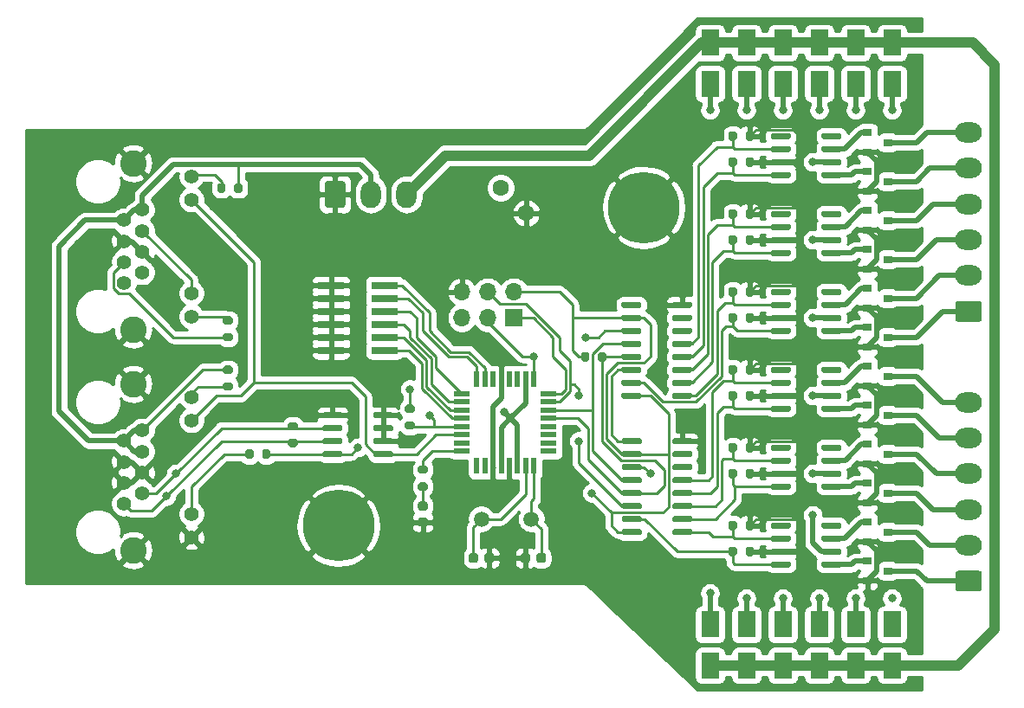
<source format=gtl>
G04 #@! TF.GenerationSoftware,KiCad,Pcbnew,(5.1.9)-1*
G04 #@! TF.CreationDate,2021-06-09T23:16:39+02:00*
G04 #@! TF.ProjectId,decoder,6465636f-6465-4722-9e6b-696361645f70,rev?*
G04 #@! TF.SameCoordinates,Original*
G04 #@! TF.FileFunction,Copper,L1,Top*
G04 #@! TF.FilePolarity,Positive*
%FSLAX46Y46*%
G04 Gerber Fmt 4.6, Leading zero omitted, Abs format (unit mm)*
G04 Created by KiCad (PCBNEW (5.1.9)-1) date 2021-06-09 23:16:39*
%MOMM*%
%LPD*%
G01*
G04 APERTURE LIST*
G04 #@! TA.AperFunction,ComponentPad*
%ADD10C,1.400000*%
G04 #@! TD*
G04 #@! TA.AperFunction,ComponentPad*
%ADD11C,2.600000*%
G04 #@! TD*
G04 #@! TA.AperFunction,ComponentPad*
%ADD12O,2.600000X2.000000*%
G04 #@! TD*
G04 #@! TA.AperFunction,SMDPad,CuDef*
%ADD13R,1.800000X2.500000*%
G04 #@! TD*
G04 #@! TA.AperFunction,SMDPad,CuDef*
%ADD14R,0.900000X0.800000*%
G04 #@! TD*
G04 #@! TA.AperFunction,ComponentPad*
%ADD15O,1.700000X1.700000*%
G04 #@! TD*
G04 #@! TA.AperFunction,ComponentPad*
%ADD16R,1.700000X1.700000*%
G04 #@! TD*
G04 #@! TA.AperFunction,ComponentPad*
%ADD17C,1.600000*%
G04 #@! TD*
G04 #@! TA.AperFunction,SMDPad,CuDef*
%ADD18R,1.600000X0.550000*%
G04 #@! TD*
G04 #@! TA.AperFunction,SMDPad,CuDef*
%ADD19R,0.550000X1.600000*%
G04 #@! TD*
G04 #@! TA.AperFunction,SMDPad,CuDef*
%ADD20R,2.650000X0.760000*%
G04 #@! TD*
G04 #@! TA.AperFunction,ComponentPad*
%ADD21O,2.000000X2.600000*%
G04 #@! TD*
G04 #@! TA.AperFunction,ComponentPad*
%ADD22C,0.800000*%
G04 #@! TD*
G04 #@! TA.AperFunction,ComponentPad*
%ADD23C,7.000000*%
G04 #@! TD*
G04 #@! TA.AperFunction,ComponentPad*
%ADD24C,1.500000*%
G04 #@! TD*
G04 #@! TA.AperFunction,ViaPad*
%ADD25C,0.800000*%
G04 #@! TD*
G04 #@! TA.AperFunction,Conductor*
%ADD26C,0.250000*%
G04 #@! TD*
G04 #@! TA.AperFunction,Conductor*
%ADD27C,0.500000*%
G04 #@! TD*
G04 #@! TA.AperFunction,Conductor*
%ADD28C,1.000000*%
G04 #@! TD*
G04 #@! TA.AperFunction,Conductor*
%ADD29C,0.254000*%
G04 #@! TD*
G04 #@! TA.AperFunction,Conductor*
%ADD30C,0.100000*%
G04 #@! TD*
G04 APERTURE END LIST*
G04 #@! TA.AperFunction,SMDPad,CuDef*
G36*
G01*
X154075000Y-94465000D02*
X154075000Y-94765000D01*
G75*
G02*
X153925000Y-94915000I-150000J0D01*
G01*
X152275000Y-94915000D01*
G75*
G02*
X152125000Y-94765000I0J150000D01*
G01*
X152125000Y-94465000D01*
G75*
G02*
X152275000Y-94315000I150000J0D01*
G01*
X153925000Y-94315000D01*
G75*
G02*
X154075000Y-94465000I0J-150000D01*
G01*
G37*
G04 #@! TD.AperFunction*
G04 #@! TA.AperFunction,SMDPad,CuDef*
G36*
G01*
X154075000Y-93195000D02*
X154075000Y-93495000D01*
G75*
G02*
X153925000Y-93645000I-150000J0D01*
G01*
X152275000Y-93645000D01*
G75*
G02*
X152125000Y-93495000I0J150000D01*
G01*
X152125000Y-93195000D01*
G75*
G02*
X152275000Y-93045000I150000J0D01*
G01*
X153925000Y-93045000D01*
G75*
G02*
X154075000Y-93195000I0J-150000D01*
G01*
G37*
G04 #@! TD.AperFunction*
G04 #@! TA.AperFunction,SMDPad,CuDef*
G36*
G01*
X154075000Y-91925000D02*
X154075000Y-92225000D01*
G75*
G02*
X153925000Y-92375000I-150000J0D01*
G01*
X152275000Y-92375000D01*
G75*
G02*
X152125000Y-92225000I0J150000D01*
G01*
X152125000Y-91925000D01*
G75*
G02*
X152275000Y-91775000I150000J0D01*
G01*
X153925000Y-91775000D01*
G75*
G02*
X154075000Y-91925000I0J-150000D01*
G01*
G37*
G04 #@! TD.AperFunction*
G04 #@! TA.AperFunction,SMDPad,CuDef*
G36*
G01*
X154075000Y-90655000D02*
X154075000Y-90955000D01*
G75*
G02*
X153925000Y-91105000I-150000J0D01*
G01*
X152275000Y-91105000D01*
G75*
G02*
X152125000Y-90955000I0J150000D01*
G01*
X152125000Y-90655000D01*
G75*
G02*
X152275000Y-90505000I150000J0D01*
G01*
X153925000Y-90505000D01*
G75*
G02*
X154075000Y-90655000I0J-150000D01*
G01*
G37*
G04 #@! TD.AperFunction*
G04 #@! TA.AperFunction,SMDPad,CuDef*
G36*
G01*
X154075000Y-89385000D02*
X154075000Y-89685000D01*
G75*
G02*
X153925000Y-89835000I-150000J0D01*
G01*
X152275000Y-89835000D01*
G75*
G02*
X152125000Y-89685000I0J150000D01*
G01*
X152125000Y-89385000D01*
G75*
G02*
X152275000Y-89235000I150000J0D01*
G01*
X153925000Y-89235000D01*
G75*
G02*
X154075000Y-89385000I0J-150000D01*
G01*
G37*
G04 #@! TD.AperFunction*
G04 #@! TA.AperFunction,SMDPad,CuDef*
G36*
G01*
X154075000Y-88115000D02*
X154075000Y-88415000D01*
G75*
G02*
X153925000Y-88565000I-150000J0D01*
G01*
X152275000Y-88565000D01*
G75*
G02*
X152125000Y-88415000I0J150000D01*
G01*
X152125000Y-88115000D01*
G75*
G02*
X152275000Y-87965000I150000J0D01*
G01*
X153925000Y-87965000D01*
G75*
G02*
X154075000Y-88115000I0J-150000D01*
G01*
G37*
G04 #@! TD.AperFunction*
G04 #@! TA.AperFunction,SMDPad,CuDef*
G36*
G01*
X154075000Y-86845000D02*
X154075000Y-87145000D01*
G75*
G02*
X153925000Y-87295000I-150000J0D01*
G01*
X152275000Y-87295000D01*
G75*
G02*
X152125000Y-87145000I0J150000D01*
G01*
X152125000Y-86845000D01*
G75*
G02*
X152275000Y-86695000I150000J0D01*
G01*
X153925000Y-86695000D01*
G75*
G02*
X154075000Y-86845000I0J-150000D01*
G01*
G37*
G04 #@! TD.AperFunction*
G04 #@! TA.AperFunction,SMDPad,CuDef*
G36*
G01*
X154075000Y-85575000D02*
X154075000Y-85875000D01*
G75*
G02*
X153925000Y-86025000I-150000J0D01*
G01*
X152275000Y-86025000D01*
G75*
G02*
X152125000Y-85875000I0J150000D01*
G01*
X152125000Y-85575000D01*
G75*
G02*
X152275000Y-85425000I150000J0D01*
G01*
X153925000Y-85425000D01*
G75*
G02*
X154075000Y-85575000I0J-150000D01*
G01*
G37*
G04 #@! TD.AperFunction*
G04 #@! TA.AperFunction,SMDPad,CuDef*
G36*
G01*
X159025000Y-85575000D02*
X159025000Y-85875000D01*
G75*
G02*
X158875000Y-86025000I-150000J0D01*
G01*
X157225000Y-86025000D01*
G75*
G02*
X157075000Y-85875000I0J150000D01*
G01*
X157075000Y-85575000D01*
G75*
G02*
X157225000Y-85425000I150000J0D01*
G01*
X158875000Y-85425000D01*
G75*
G02*
X159025000Y-85575000I0J-150000D01*
G01*
G37*
G04 #@! TD.AperFunction*
G04 #@! TA.AperFunction,SMDPad,CuDef*
G36*
G01*
X159025000Y-86845000D02*
X159025000Y-87145000D01*
G75*
G02*
X158875000Y-87295000I-150000J0D01*
G01*
X157225000Y-87295000D01*
G75*
G02*
X157075000Y-87145000I0J150000D01*
G01*
X157075000Y-86845000D01*
G75*
G02*
X157225000Y-86695000I150000J0D01*
G01*
X158875000Y-86695000D01*
G75*
G02*
X159025000Y-86845000I0J-150000D01*
G01*
G37*
G04 #@! TD.AperFunction*
G04 #@! TA.AperFunction,SMDPad,CuDef*
G36*
G01*
X159025000Y-88115000D02*
X159025000Y-88415000D01*
G75*
G02*
X158875000Y-88565000I-150000J0D01*
G01*
X157225000Y-88565000D01*
G75*
G02*
X157075000Y-88415000I0J150000D01*
G01*
X157075000Y-88115000D01*
G75*
G02*
X157225000Y-87965000I150000J0D01*
G01*
X158875000Y-87965000D01*
G75*
G02*
X159025000Y-88115000I0J-150000D01*
G01*
G37*
G04 #@! TD.AperFunction*
G04 #@! TA.AperFunction,SMDPad,CuDef*
G36*
G01*
X159025000Y-89385000D02*
X159025000Y-89685000D01*
G75*
G02*
X158875000Y-89835000I-150000J0D01*
G01*
X157225000Y-89835000D01*
G75*
G02*
X157075000Y-89685000I0J150000D01*
G01*
X157075000Y-89385000D01*
G75*
G02*
X157225000Y-89235000I150000J0D01*
G01*
X158875000Y-89235000D01*
G75*
G02*
X159025000Y-89385000I0J-150000D01*
G01*
G37*
G04 #@! TD.AperFunction*
G04 #@! TA.AperFunction,SMDPad,CuDef*
G36*
G01*
X159025000Y-90655000D02*
X159025000Y-90955000D01*
G75*
G02*
X158875000Y-91105000I-150000J0D01*
G01*
X157225000Y-91105000D01*
G75*
G02*
X157075000Y-90955000I0J150000D01*
G01*
X157075000Y-90655000D01*
G75*
G02*
X157225000Y-90505000I150000J0D01*
G01*
X158875000Y-90505000D01*
G75*
G02*
X159025000Y-90655000I0J-150000D01*
G01*
G37*
G04 #@! TD.AperFunction*
G04 #@! TA.AperFunction,SMDPad,CuDef*
G36*
G01*
X159025000Y-91925000D02*
X159025000Y-92225000D01*
G75*
G02*
X158875000Y-92375000I-150000J0D01*
G01*
X157225000Y-92375000D01*
G75*
G02*
X157075000Y-92225000I0J150000D01*
G01*
X157075000Y-91925000D01*
G75*
G02*
X157225000Y-91775000I150000J0D01*
G01*
X158875000Y-91775000D01*
G75*
G02*
X159025000Y-91925000I0J-150000D01*
G01*
G37*
G04 #@! TD.AperFunction*
G04 #@! TA.AperFunction,SMDPad,CuDef*
G36*
G01*
X159025000Y-93195000D02*
X159025000Y-93495000D01*
G75*
G02*
X158875000Y-93645000I-150000J0D01*
G01*
X157225000Y-93645000D01*
G75*
G02*
X157075000Y-93495000I0J150000D01*
G01*
X157075000Y-93195000D01*
G75*
G02*
X157225000Y-93045000I150000J0D01*
G01*
X158875000Y-93045000D01*
G75*
G02*
X159025000Y-93195000I0J-150000D01*
G01*
G37*
G04 #@! TD.AperFunction*
G04 #@! TA.AperFunction,SMDPad,CuDef*
G36*
G01*
X159025000Y-94465000D02*
X159025000Y-94765000D01*
G75*
G02*
X158875000Y-94915000I-150000J0D01*
G01*
X157225000Y-94915000D01*
G75*
G02*
X157075000Y-94765000I0J150000D01*
G01*
X157075000Y-94465000D01*
G75*
G02*
X157225000Y-94315000I150000J0D01*
G01*
X158875000Y-94315000D01*
G75*
G02*
X159025000Y-94465000I0J-150000D01*
G01*
G37*
G04 #@! TD.AperFunction*
G04 #@! TA.AperFunction,SMDPad,CuDef*
G36*
G01*
X124865000Y-100180000D02*
X124865000Y-100480000D01*
G75*
G02*
X124715000Y-100630000I-150000J0D01*
G01*
X123065000Y-100630000D01*
G75*
G02*
X122915000Y-100480000I0J150000D01*
G01*
X122915000Y-100180000D01*
G75*
G02*
X123065000Y-100030000I150000J0D01*
G01*
X124715000Y-100030000D01*
G75*
G02*
X124865000Y-100180000I0J-150000D01*
G01*
G37*
G04 #@! TD.AperFunction*
G04 #@! TA.AperFunction,SMDPad,CuDef*
G36*
G01*
X124865000Y-98910000D02*
X124865000Y-99210000D01*
G75*
G02*
X124715000Y-99360000I-150000J0D01*
G01*
X123065000Y-99360000D01*
G75*
G02*
X122915000Y-99210000I0J150000D01*
G01*
X122915000Y-98910000D01*
G75*
G02*
X123065000Y-98760000I150000J0D01*
G01*
X124715000Y-98760000D01*
G75*
G02*
X124865000Y-98910000I0J-150000D01*
G01*
G37*
G04 #@! TD.AperFunction*
G04 #@! TA.AperFunction,SMDPad,CuDef*
G36*
G01*
X124865000Y-97640000D02*
X124865000Y-97940000D01*
G75*
G02*
X124715000Y-98090000I-150000J0D01*
G01*
X123065000Y-98090000D01*
G75*
G02*
X122915000Y-97940000I0J150000D01*
G01*
X122915000Y-97640000D01*
G75*
G02*
X123065000Y-97490000I150000J0D01*
G01*
X124715000Y-97490000D01*
G75*
G02*
X124865000Y-97640000I0J-150000D01*
G01*
G37*
G04 #@! TD.AperFunction*
G04 #@! TA.AperFunction,SMDPad,CuDef*
G36*
G01*
X124865000Y-96370000D02*
X124865000Y-96670000D01*
G75*
G02*
X124715000Y-96820000I-150000J0D01*
G01*
X123065000Y-96820000D01*
G75*
G02*
X122915000Y-96670000I0J150000D01*
G01*
X122915000Y-96370000D01*
G75*
G02*
X123065000Y-96220000I150000J0D01*
G01*
X124715000Y-96220000D01*
G75*
G02*
X124865000Y-96370000I0J-150000D01*
G01*
G37*
G04 #@! TD.AperFunction*
G04 #@! TA.AperFunction,SMDPad,CuDef*
G36*
G01*
X129815000Y-96370000D02*
X129815000Y-96670000D01*
G75*
G02*
X129665000Y-96820000I-150000J0D01*
G01*
X128015000Y-96820000D01*
G75*
G02*
X127865000Y-96670000I0J150000D01*
G01*
X127865000Y-96370000D01*
G75*
G02*
X128015000Y-96220000I150000J0D01*
G01*
X129665000Y-96220000D01*
G75*
G02*
X129815000Y-96370000I0J-150000D01*
G01*
G37*
G04 #@! TD.AperFunction*
G04 #@! TA.AperFunction,SMDPad,CuDef*
G36*
G01*
X129815000Y-97640000D02*
X129815000Y-97940000D01*
G75*
G02*
X129665000Y-98090000I-150000J0D01*
G01*
X128015000Y-98090000D01*
G75*
G02*
X127865000Y-97940000I0J150000D01*
G01*
X127865000Y-97640000D01*
G75*
G02*
X128015000Y-97490000I150000J0D01*
G01*
X129665000Y-97490000D01*
G75*
G02*
X129815000Y-97640000I0J-150000D01*
G01*
G37*
G04 #@! TD.AperFunction*
G04 #@! TA.AperFunction,SMDPad,CuDef*
G36*
G01*
X129815000Y-98910000D02*
X129815000Y-99210000D01*
G75*
G02*
X129665000Y-99360000I-150000J0D01*
G01*
X128015000Y-99360000D01*
G75*
G02*
X127865000Y-99210000I0J150000D01*
G01*
X127865000Y-98910000D01*
G75*
G02*
X128015000Y-98760000I150000J0D01*
G01*
X129665000Y-98760000D01*
G75*
G02*
X129815000Y-98910000I0J-150000D01*
G01*
G37*
G04 #@! TD.AperFunction*
G04 #@! TA.AperFunction,SMDPad,CuDef*
G36*
G01*
X129815000Y-100180000D02*
X129815000Y-100480000D01*
G75*
G02*
X129665000Y-100630000I-150000J0D01*
G01*
X128015000Y-100630000D01*
G75*
G02*
X127865000Y-100480000I0J150000D01*
G01*
X127865000Y-100180000D01*
G75*
G02*
X128015000Y-100030000I150000J0D01*
G01*
X129665000Y-100030000D01*
G75*
G02*
X129815000Y-100180000I0J-150000D01*
G01*
G37*
G04 #@! TD.AperFunction*
G04 #@! TA.AperFunction,SMDPad,CuDef*
G36*
G01*
X154110000Y-107800000D02*
X154110000Y-108100000D01*
G75*
G02*
X153960000Y-108250000I-150000J0D01*
G01*
X152310000Y-108250000D01*
G75*
G02*
X152160000Y-108100000I0J150000D01*
G01*
X152160000Y-107800000D01*
G75*
G02*
X152310000Y-107650000I150000J0D01*
G01*
X153960000Y-107650000D01*
G75*
G02*
X154110000Y-107800000I0J-150000D01*
G01*
G37*
G04 #@! TD.AperFunction*
G04 #@! TA.AperFunction,SMDPad,CuDef*
G36*
G01*
X154110000Y-106530000D02*
X154110000Y-106830000D01*
G75*
G02*
X153960000Y-106980000I-150000J0D01*
G01*
X152310000Y-106980000D01*
G75*
G02*
X152160000Y-106830000I0J150000D01*
G01*
X152160000Y-106530000D01*
G75*
G02*
X152310000Y-106380000I150000J0D01*
G01*
X153960000Y-106380000D01*
G75*
G02*
X154110000Y-106530000I0J-150000D01*
G01*
G37*
G04 #@! TD.AperFunction*
G04 #@! TA.AperFunction,SMDPad,CuDef*
G36*
G01*
X154110000Y-105260000D02*
X154110000Y-105560000D01*
G75*
G02*
X153960000Y-105710000I-150000J0D01*
G01*
X152310000Y-105710000D01*
G75*
G02*
X152160000Y-105560000I0J150000D01*
G01*
X152160000Y-105260000D01*
G75*
G02*
X152310000Y-105110000I150000J0D01*
G01*
X153960000Y-105110000D01*
G75*
G02*
X154110000Y-105260000I0J-150000D01*
G01*
G37*
G04 #@! TD.AperFunction*
G04 #@! TA.AperFunction,SMDPad,CuDef*
G36*
G01*
X154110000Y-103990000D02*
X154110000Y-104290000D01*
G75*
G02*
X153960000Y-104440000I-150000J0D01*
G01*
X152310000Y-104440000D01*
G75*
G02*
X152160000Y-104290000I0J150000D01*
G01*
X152160000Y-103990000D01*
G75*
G02*
X152310000Y-103840000I150000J0D01*
G01*
X153960000Y-103840000D01*
G75*
G02*
X154110000Y-103990000I0J-150000D01*
G01*
G37*
G04 #@! TD.AperFunction*
G04 #@! TA.AperFunction,SMDPad,CuDef*
G36*
G01*
X154110000Y-102720000D02*
X154110000Y-103020000D01*
G75*
G02*
X153960000Y-103170000I-150000J0D01*
G01*
X152310000Y-103170000D01*
G75*
G02*
X152160000Y-103020000I0J150000D01*
G01*
X152160000Y-102720000D01*
G75*
G02*
X152310000Y-102570000I150000J0D01*
G01*
X153960000Y-102570000D01*
G75*
G02*
X154110000Y-102720000I0J-150000D01*
G01*
G37*
G04 #@! TD.AperFunction*
G04 #@! TA.AperFunction,SMDPad,CuDef*
G36*
G01*
X154110000Y-101450000D02*
X154110000Y-101750000D01*
G75*
G02*
X153960000Y-101900000I-150000J0D01*
G01*
X152310000Y-101900000D01*
G75*
G02*
X152160000Y-101750000I0J150000D01*
G01*
X152160000Y-101450000D01*
G75*
G02*
X152310000Y-101300000I150000J0D01*
G01*
X153960000Y-101300000D01*
G75*
G02*
X154110000Y-101450000I0J-150000D01*
G01*
G37*
G04 #@! TD.AperFunction*
G04 #@! TA.AperFunction,SMDPad,CuDef*
G36*
G01*
X154110000Y-100180000D02*
X154110000Y-100480000D01*
G75*
G02*
X153960000Y-100630000I-150000J0D01*
G01*
X152310000Y-100630000D01*
G75*
G02*
X152160000Y-100480000I0J150000D01*
G01*
X152160000Y-100180000D01*
G75*
G02*
X152310000Y-100030000I150000J0D01*
G01*
X153960000Y-100030000D01*
G75*
G02*
X154110000Y-100180000I0J-150000D01*
G01*
G37*
G04 #@! TD.AperFunction*
G04 #@! TA.AperFunction,SMDPad,CuDef*
G36*
G01*
X154110000Y-98910000D02*
X154110000Y-99210000D01*
G75*
G02*
X153960000Y-99360000I-150000J0D01*
G01*
X152310000Y-99360000D01*
G75*
G02*
X152160000Y-99210000I0J150000D01*
G01*
X152160000Y-98910000D01*
G75*
G02*
X152310000Y-98760000I150000J0D01*
G01*
X153960000Y-98760000D01*
G75*
G02*
X154110000Y-98910000I0J-150000D01*
G01*
G37*
G04 #@! TD.AperFunction*
G04 #@! TA.AperFunction,SMDPad,CuDef*
G36*
G01*
X159060000Y-98910000D02*
X159060000Y-99210000D01*
G75*
G02*
X158910000Y-99360000I-150000J0D01*
G01*
X157260000Y-99360000D01*
G75*
G02*
X157110000Y-99210000I0J150000D01*
G01*
X157110000Y-98910000D01*
G75*
G02*
X157260000Y-98760000I150000J0D01*
G01*
X158910000Y-98760000D01*
G75*
G02*
X159060000Y-98910000I0J-150000D01*
G01*
G37*
G04 #@! TD.AperFunction*
G04 #@! TA.AperFunction,SMDPad,CuDef*
G36*
G01*
X159060000Y-100180000D02*
X159060000Y-100480000D01*
G75*
G02*
X158910000Y-100630000I-150000J0D01*
G01*
X157260000Y-100630000D01*
G75*
G02*
X157110000Y-100480000I0J150000D01*
G01*
X157110000Y-100180000D01*
G75*
G02*
X157260000Y-100030000I150000J0D01*
G01*
X158910000Y-100030000D01*
G75*
G02*
X159060000Y-100180000I0J-150000D01*
G01*
G37*
G04 #@! TD.AperFunction*
G04 #@! TA.AperFunction,SMDPad,CuDef*
G36*
G01*
X159060000Y-101450000D02*
X159060000Y-101750000D01*
G75*
G02*
X158910000Y-101900000I-150000J0D01*
G01*
X157260000Y-101900000D01*
G75*
G02*
X157110000Y-101750000I0J150000D01*
G01*
X157110000Y-101450000D01*
G75*
G02*
X157260000Y-101300000I150000J0D01*
G01*
X158910000Y-101300000D01*
G75*
G02*
X159060000Y-101450000I0J-150000D01*
G01*
G37*
G04 #@! TD.AperFunction*
G04 #@! TA.AperFunction,SMDPad,CuDef*
G36*
G01*
X159060000Y-102720000D02*
X159060000Y-103020000D01*
G75*
G02*
X158910000Y-103170000I-150000J0D01*
G01*
X157260000Y-103170000D01*
G75*
G02*
X157110000Y-103020000I0J150000D01*
G01*
X157110000Y-102720000D01*
G75*
G02*
X157260000Y-102570000I150000J0D01*
G01*
X158910000Y-102570000D01*
G75*
G02*
X159060000Y-102720000I0J-150000D01*
G01*
G37*
G04 #@! TD.AperFunction*
G04 #@! TA.AperFunction,SMDPad,CuDef*
G36*
G01*
X159060000Y-103990000D02*
X159060000Y-104290000D01*
G75*
G02*
X158910000Y-104440000I-150000J0D01*
G01*
X157260000Y-104440000D01*
G75*
G02*
X157110000Y-104290000I0J150000D01*
G01*
X157110000Y-103990000D01*
G75*
G02*
X157260000Y-103840000I150000J0D01*
G01*
X158910000Y-103840000D01*
G75*
G02*
X159060000Y-103990000I0J-150000D01*
G01*
G37*
G04 #@! TD.AperFunction*
G04 #@! TA.AperFunction,SMDPad,CuDef*
G36*
G01*
X159060000Y-105260000D02*
X159060000Y-105560000D01*
G75*
G02*
X158910000Y-105710000I-150000J0D01*
G01*
X157260000Y-105710000D01*
G75*
G02*
X157110000Y-105560000I0J150000D01*
G01*
X157110000Y-105260000D01*
G75*
G02*
X157260000Y-105110000I150000J0D01*
G01*
X158910000Y-105110000D01*
G75*
G02*
X159060000Y-105260000I0J-150000D01*
G01*
G37*
G04 #@! TD.AperFunction*
G04 #@! TA.AperFunction,SMDPad,CuDef*
G36*
G01*
X159060000Y-106530000D02*
X159060000Y-106830000D01*
G75*
G02*
X158910000Y-106980000I-150000J0D01*
G01*
X157260000Y-106980000D01*
G75*
G02*
X157110000Y-106830000I0J150000D01*
G01*
X157110000Y-106530000D01*
G75*
G02*
X157260000Y-106380000I150000J0D01*
G01*
X158910000Y-106380000D01*
G75*
G02*
X159060000Y-106530000I0J-150000D01*
G01*
G37*
G04 #@! TD.AperFunction*
G04 #@! TA.AperFunction,SMDPad,CuDef*
G36*
G01*
X159060000Y-107800000D02*
X159060000Y-108100000D01*
G75*
G02*
X158910000Y-108250000I-150000J0D01*
G01*
X157260000Y-108250000D01*
G75*
G02*
X157110000Y-108100000I0J150000D01*
G01*
X157110000Y-107800000D01*
G75*
G02*
X157260000Y-107650000I150000J0D01*
G01*
X158910000Y-107650000D01*
G75*
G02*
X159060000Y-107800000I0J-150000D01*
G01*
G37*
G04 #@! TD.AperFunction*
G04 #@! TA.AperFunction,SMDPad,CuDef*
G36*
G01*
X113940000Y-87650000D02*
X113390000Y-87650000D01*
G75*
G02*
X113190000Y-87450000I0J200000D01*
G01*
X113190000Y-87050000D01*
G75*
G02*
X113390000Y-86850000I200000J0D01*
G01*
X113940000Y-86850000D01*
G75*
G02*
X114140000Y-87050000I0J-200000D01*
G01*
X114140000Y-87450000D01*
G75*
G02*
X113940000Y-87650000I-200000J0D01*
G01*
G37*
G04 #@! TD.AperFunction*
G04 #@! TA.AperFunction,SMDPad,CuDef*
G36*
G01*
X113940000Y-89300000D02*
X113390000Y-89300000D01*
G75*
G02*
X113190000Y-89100000I0J200000D01*
G01*
X113190000Y-88700000D01*
G75*
G02*
X113390000Y-88500000I200000J0D01*
G01*
X113940000Y-88500000D01*
G75*
G02*
X114140000Y-88700000I0J-200000D01*
G01*
X114140000Y-89100000D01*
G75*
G02*
X113940000Y-89300000I-200000J0D01*
G01*
G37*
G04 #@! TD.AperFunction*
G04 #@! TA.AperFunction,SMDPad,CuDef*
G36*
G01*
X113430000Y-74020000D02*
X113430000Y-74570000D01*
G75*
G02*
X113230000Y-74770000I-200000J0D01*
G01*
X112830000Y-74770000D01*
G75*
G02*
X112630000Y-74570000I0J200000D01*
G01*
X112630000Y-74020000D01*
G75*
G02*
X112830000Y-73820000I200000J0D01*
G01*
X113230000Y-73820000D01*
G75*
G02*
X113430000Y-74020000I0J-200000D01*
G01*
G37*
G04 #@! TD.AperFunction*
G04 #@! TA.AperFunction,SMDPad,CuDef*
G36*
G01*
X115080000Y-74020000D02*
X115080000Y-74570000D01*
G75*
G02*
X114880000Y-74770000I-200000J0D01*
G01*
X114480000Y-74770000D01*
G75*
G02*
X114280000Y-74570000I0J200000D01*
G01*
X114280000Y-74020000D01*
G75*
G02*
X114480000Y-73820000I200000J0D01*
G01*
X114880000Y-73820000D01*
G75*
G02*
X115080000Y-74020000I0J-200000D01*
G01*
G37*
G04 #@! TD.AperFunction*
G04 #@! TA.AperFunction,SMDPad,CuDef*
G36*
G01*
X116161000Y-100055000D02*
X116161000Y-100605000D01*
G75*
G02*
X115961000Y-100805000I-200000J0D01*
G01*
X115561000Y-100805000D01*
G75*
G02*
X115361000Y-100605000I0J200000D01*
G01*
X115361000Y-100055000D01*
G75*
G02*
X115561000Y-99855000I200000J0D01*
G01*
X115961000Y-99855000D01*
G75*
G02*
X116161000Y-100055000I0J-200000D01*
G01*
G37*
G04 #@! TD.AperFunction*
G04 #@! TA.AperFunction,SMDPad,CuDef*
G36*
G01*
X117811000Y-100055000D02*
X117811000Y-100605000D01*
G75*
G02*
X117611000Y-100805000I-200000J0D01*
G01*
X117211000Y-100805000D01*
G75*
G02*
X117011000Y-100605000I0J200000D01*
G01*
X117011000Y-100055000D01*
G75*
G02*
X117211000Y-99855000I200000J0D01*
G01*
X117611000Y-99855000D01*
G75*
G02*
X117811000Y-100055000I0J-200000D01*
G01*
G37*
G04 #@! TD.AperFunction*
G04 #@! TA.AperFunction,SMDPad,CuDef*
G36*
G01*
X113390000Y-93325000D02*
X113940000Y-93325000D01*
G75*
G02*
X114140000Y-93525000I0J-200000D01*
G01*
X114140000Y-93925000D01*
G75*
G02*
X113940000Y-94125000I-200000J0D01*
G01*
X113390000Y-94125000D01*
G75*
G02*
X113190000Y-93925000I0J200000D01*
G01*
X113190000Y-93525000D01*
G75*
G02*
X113390000Y-93325000I200000J0D01*
G01*
G37*
G04 #@! TD.AperFunction*
G04 #@! TA.AperFunction,SMDPad,CuDef*
G36*
G01*
X113390000Y-91675000D02*
X113940000Y-91675000D01*
G75*
G02*
X114140000Y-91875000I0J-200000D01*
G01*
X114140000Y-92275000D01*
G75*
G02*
X113940000Y-92475000I-200000J0D01*
G01*
X113390000Y-92475000D01*
G75*
G02*
X113190000Y-92275000I0J200000D01*
G01*
X113190000Y-91875000D01*
G75*
G02*
X113390000Y-91675000I200000J0D01*
G01*
G37*
G04 #@! TD.AperFunction*
D10*
X110105000Y-73150000D03*
X110105000Y-75440000D03*
X110105000Y-84580000D03*
X110105000Y-86870000D03*
X105285000Y-76440000D03*
X103505000Y-77460000D03*
X105285000Y-78480000D03*
X103505000Y-79500000D03*
X105285000Y-80520000D03*
X103505000Y-81540000D03*
X105285000Y-82560000D03*
X103505000Y-83580000D03*
D11*
X104395000Y-88140000D03*
X104395000Y-71880000D03*
D10*
X110105000Y-94740000D03*
X110105000Y-97030000D03*
X110105000Y-106170000D03*
X110105000Y-108460000D03*
X105285000Y-98030000D03*
X103505000Y-99050000D03*
X105285000Y-100070000D03*
X103505000Y-101090000D03*
X105285000Y-102110000D03*
X103505000Y-103130000D03*
X105285000Y-104150000D03*
X103505000Y-105170000D03*
D11*
X104395000Y-109730000D03*
X104395000Y-93470000D03*
D12*
X186055000Y-68875000D03*
X186055000Y-72375000D03*
X186055000Y-75875000D03*
X186055000Y-79375000D03*
X186055000Y-82875000D03*
G04 #@! TA.AperFunction,ComponentPad*
G36*
G01*
X187105000Y-87375000D02*
X185005000Y-87375000D01*
G75*
G02*
X184755000Y-87125000I0J250000D01*
G01*
X184755000Y-85625000D01*
G75*
G02*
X185005000Y-85375000I250000J0D01*
G01*
X187105000Y-85375000D01*
G75*
G02*
X187355000Y-85625000I0J-250000D01*
G01*
X187355000Y-87125000D01*
G75*
G02*
X187105000Y-87375000I-250000J0D01*
G01*
G37*
G04 #@! TD.AperFunction*
D13*
X175006000Y-64103000D03*
X175006000Y-60103000D03*
X178562000Y-64103000D03*
X178562000Y-60103000D03*
X167894000Y-64103000D03*
X167894000Y-60103000D03*
X171450000Y-64103000D03*
X171450000Y-60103000D03*
X160782000Y-64103000D03*
X160782000Y-60103000D03*
X164338000Y-64103000D03*
X164338000Y-60103000D03*
X164338000Y-116999000D03*
X164338000Y-120999000D03*
X160782000Y-116999000D03*
X160782000Y-120999000D03*
X171450000Y-116999000D03*
X171450000Y-120999000D03*
X167894000Y-116999000D03*
X167894000Y-120999000D03*
X178562000Y-116999000D03*
X178562000Y-120999000D03*
X175006000Y-116999000D03*
X175006000Y-120999000D03*
G04 #@! TA.AperFunction,SMDPad,CuDef*
G36*
G01*
X171680000Y-69365000D02*
X171680000Y-69065000D01*
G75*
G02*
X171830000Y-68915000I150000J0D01*
G01*
X173480000Y-68915000D01*
G75*
G02*
X173630000Y-69065000I0J-150000D01*
G01*
X173630000Y-69365000D01*
G75*
G02*
X173480000Y-69515000I-150000J0D01*
G01*
X171830000Y-69515000D01*
G75*
G02*
X171680000Y-69365000I0J150000D01*
G01*
G37*
G04 #@! TD.AperFunction*
G04 #@! TA.AperFunction,SMDPad,CuDef*
G36*
G01*
X171680000Y-70635000D02*
X171680000Y-70335000D01*
G75*
G02*
X171830000Y-70185000I150000J0D01*
G01*
X173480000Y-70185000D01*
G75*
G02*
X173630000Y-70335000I0J-150000D01*
G01*
X173630000Y-70635000D01*
G75*
G02*
X173480000Y-70785000I-150000J0D01*
G01*
X171830000Y-70785000D01*
G75*
G02*
X171680000Y-70635000I0J150000D01*
G01*
G37*
G04 #@! TD.AperFunction*
G04 #@! TA.AperFunction,SMDPad,CuDef*
G36*
G01*
X171680000Y-71905000D02*
X171680000Y-71605000D01*
G75*
G02*
X171830000Y-71455000I150000J0D01*
G01*
X173480000Y-71455000D01*
G75*
G02*
X173630000Y-71605000I0J-150000D01*
G01*
X173630000Y-71905000D01*
G75*
G02*
X173480000Y-72055000I-150000J0D01*
G01*
X171830000Y-72055000D01*
G75*
G02*
X171680000Y-71905000I0J150000D01*
G01*
G37*
G04 #@! TD.AperFunction*
G04 #@! TA.AperFunction,SMDPad,CuDef*
G36*
G01*
X171680000Y-73175000D02*
X171680000Y-72875000D01*
G75*
G02*
X171830000Y-72725000I150000J0D01*
G01*
X173480000Y-72725000D01*
G75*
G02*
X173630000Y-72875000I0J-150000D01*
G01*
X173630000Y-73175000D01*
G75*
G02*
X173480000Y-73325000I-150000J0D01*
G01*
X171830000Y-73325000D01*
G75*
G02*
X171680000Y-73175000I0J150000D01*
G01*
G37*
G04 #@! TD.AperFunction*
G04 #@! TA.AperFunction,SMDPad,CuDef*
G36*
G01*
X166730000Y-73175000D02*
X166730000Y-72875000D01*
G75*
G02*
X166880000Y-72725000I150000J0D01*
G01*
X168530000Y-72725000D01*
G75*
G02*
X168680000Y-72875000I0J-150000D01*
G01*
X168680000Y-73175000D01*
G75*
G02*
X168530000Y-73325000I-150000J0D01*
G01*
X166880000Y-73325000D01*
G75*
G02*
X166730000Y-73175000I0J150000D01*
G01*
G37*
G04 #@! TD.AperFunction*
G04 #@! TA.AperFunction,SMDPad,CuDef*
G36*
G01*
X166730000Y-71905000D02*
X166730000Y-71605000D01*
G75*
G02*
X166880000Y-71455000I150000J0D01*
G01*
X168530000Y-71455000D01*
G75*
G02*
X168680000Y-71605000I0J-150000D01*
G01*
X168680000Y-71905000D01*
G75*
G02*
X168530000Y-72055000I-150000J0D01*
G01*
X166880000Y-72055000D01*
G75*
G02*
X166730000Y-71905000I0J150000D01*
G01*
G37*
G04 #@! TD.AperFunction*
G04 #@! TA.AperFunction,SMDPad,CuDef*
G36*
G01*
X166730000Y-70635000D02*
X166730000Y-70335000D01*
G75*
G02*
X166880000Y-70185000I150000J0D01*
G01*
X168530000Y-70185000D01*
G75*
G02*
X168680000Y-70335000I0J-150000D01*
G01*
X168680000Y-70635000D01*
G75*
G02*
X168530000Y-70785000I-150000J0D01*
G01*
X166880000Y-70785000D01*
G75*
G02*
X166730000Y-70635000I0J150000D01*
G01*
G37*
G04 #@! TD.AperFunction*
G04 #@! TA.AperFunction,SMDPad,CuDef*
G36*
G01*
X166730000Y-69365000D02*
X166730000Y-69065000D01*
G75*
G02*
X166880000Y-68915000I150000J0D01*
G01*
X168530000Y-68915000D01*
G75*
G02*
X168680000Y-69065000I0J-150000D01*
G01*
X168680000Y-69365000D01*
G75*
G02*
X168530000Y-69515000I-150000J0D01*
G01*
X166880000Y-69515000D01*
G75*
G02*
X166730000Y-69365000I0J150000D01*
G01*
G37*
G04 #@! TD.AperFunction*
G04 #@! TA.AperFunction,SMDPad,CuDef*
G36*
G01*
X171680000Y-76985000D02*
X171680000Y-76685000D01*
G75*
G02*
X171830000Y-76535000I150000J0D01*
G01*
X173480000Y-76535000D01*
G75*
G02*
X173630000Y-76685000I0J-150000D01*
G01*
X173630000Y-76985000D01*
G75*
G02*
X173480000Y-77135000I-150000J0D01*
G01*
X171830000Y-77135000D01*
G75*
G02*
X171680000Y-76985000I0J150000D01*
G01*
G37*
G04 #@! TD.AperFunction*
G04 #@! TA.AperFunction,SMDPad,CuDef*
G36*
G01*
X171680000Y-78255000D02*
X171680000Y-77955000D01*
G75*
G02*
X171830000Y-77805000I150000J0D01*
G01*
X173480000Y-77805000D01*
G75*
G02*
X173630000Y-77955000I0J-150000D01*
G01*
X173630000Y-78255000D01*
G75*
G02*
X173480000Y-78405000I-150000J0D01*
G01*
X171830000Y-78405000D01*
G75*
G02*
X171680000Y-78255000I0J150000D01*
G01*
G37*
G04 #@! TD.AperFunction*
G04 #@! TA.AperFunction,SMDPad,CuDef*
G36*
G01*
X171680000Y-79525000D02*
X171680000Y-79225000D01*
G75*
G02*
X171830000Y-79075000I150000J0D01*
G01*
X173480000Y-79075000D01*
G75*
G02*
X173630000Y-79225000I0J-150000D01*
G01*
X173630000Y-79525000D01*
G75*
G02*
X173480000Y-79675000I-150000J0D01*
G01*
X171830000Y-79675000D01*
G75*
G02*
X171680000Y-79525000I0J150000D01*
G01*
G37*
G04 #@! TD.AperFunction*
G04 #@! TA.AperFunction,SMDPad,CuDef*
G36*
G01*
X171680000Y-80795000D02*
X171680000Y-80495000D01*
G75*
G02*
X171830000Y-80345000I150000J0D01*
G01*
X173480000Y-80345000D01*
G75*
G02*
X173630000Y-80495000I0J-150000D01*
G01*
X173630000Y-80795000D01*
G75*
G02*
X173480000Y-80945000I-150000J0D01*
G01*
X171830000Y-80945000D01*
G75*
G02*
X171680000Y-80795000I0J150000D01*
G01*
G37*
G04 #@! TD.AperFunction*
G04 #@! TA.AperFunction,SMDPad,CuDef*
G36*
G01*
X166730000Y-80795000D02*
X166730000Y-80495000D01*
G75*
G02*
X166880000Y-80345000I150000J0D01*
G01*
X168530000Y-80345000D01*
G75*
G02*
X168680000Y-80495000I0J-150000D01*
G01*
X168680000Y-80795000D01*
G75*
G02*
X168530000Y-80945000I-150000J0D01*
G01*
X166880000Y-80945000D01*
G75*
G02*
X166730000Y-80795000I0J150000D01*
G01*
G37*
G04 #@! TD.AperFunction*
G04 #@! TA.AperFunction,SMDPad,CuDef*
G36*
G01*
X166730000Y-79525000D02*
X166730000Y-79225000D01*
G75*
G02*
X166880000Y-79075000I150000J0D01*
G01*
X168530000Y-79075000D01*
G75*
G02*
X168680000Y-79225000I0J-150000D01*
G01*
X168680000Y-79525000D01*
G75*
G02*
X168530000Y-79675000I-150000J0D01*
G01*
X166880000Y-79675000D01*
G75*
G02*
X166730000Y-79525000I0J150000D01*
G01*
G37*
G04 #@! TD.AperFunction*
G04 #@! TA.AperFunction,SMDPad,CuDef*
G36*
G01*
X166730000Y-78255000D02*
X166730000Y-77955000D01*
G75*
G02*
X166880000Y-77805000I150000J0D01*
G01*
X168530000Y-77805000D01*
G75*
G02*
X168680000Y-77955000I0J-150000D01*
G01*
X168680000Y-78255000D01*
G75*
G02*
X168530000Y-78405000I-150000J0D01*
G01*
X166880000Y-78405000D01*
G75*
G02*
X166730000Y-78255000I0J150000D01*
G01*
G37*
G04 #@! TD.AperFunction*
G04 #@! TA.AperFunction,SMDPad,CuDef*
G36*
G01*
X166730000Y-76985000D02*
X166730000Y-76685000D01*
G75*
G02*
X166880000Y-76535000I150000J0D01*
G01*
X168530000Y-76535000D01*
G75*
G02*
X168680000Y-76685000I0J-150000D01*
G01*
X168680000Y-76985000D01*
G75*
G02*
X168530000Y-77135000I-150000J0D01*
G01*
X166880000Y-77135000D01*
G75*
G02*
X166730000Y-76985000I0J150000D01*
G01*
G37*
G04 #@! TD.AperFunction*
G04 #@! TA.AperFunction,SMDPad,CuDef*
G36*
G01*
X171680000Y-84605000D02*
X171680000Y-84305000D01*
G75*
G02*
X171830000Y-84155000I150000J0D01*
G01*
X173480000Y-84155000D01*
G75*
G02*
X173630000Y-84305000I0J-150000D01*
G01*
X173630000Y-84605000D01*
G75*
G02*
X173480000Y-84755000I-150000J0D01*
G01*
X171830000Y-84755000D01*
G75*
G02*
X171680000Y-84605000I0J150000D01*
G01*
G37*
G04 #@! TD.AperFunction*
G04 #@! TA.AperFunction,SMDPad,CuDef*
G36*
G01*
X171680000Y-85875000D02*
X171680000Y-85575000D01*
G75*
G02*
X171830000Y-85425000I150000J0D01*
G01*
X173480000Y-85425000D01*
G75*
G02*
X173630000Y-85575000I0J-150000D01*
G01*
X173630000Y-85875000D01*
G75*
G02*
X173480000Y-86025000I-150000J0D01*
G01*
X171830000Y-86025000D01*
G75*
G02*
X171680000Y-85875000I0J150000D01*
G01*
G37*
G04 #@! TD.AperFunction*
G04 #@! TA.AperFunction,SMDPad,CuDef*
G36*
G01*
X171680000Y-87145000D02*
X171680000Y-86845000D01*
G75*
G02*
X171830000Y-86695000I150000J0D01*
G01*
X173480000Y-86695000D01*
G75*
G02*
X173630000Y-86845000I0J-150000D01*
G01*
X173630000Y-87145000D01*
G75*
G02*
X173480000Y-87295000I-150000J0D01*
G01*
X171830000Y-87295000D01*
G75*
G02*
X171680000Y-87145000I0J150000D01*
G01*
G37*
G04 #@! TD.AperFunction*
G04 #@! TA.AperFunction,SMDPad,CuDef*
G36*
G01*
X171680000Y-88415000D02*
X171680000Y-88115000D01*
G75*
G02*
X171830000Y-87965000I150000J0D01*
G01*
X173480000Y-87965000D01*
G75*
G02*
X173630000Y-88115000I0J-150000D01*
G01*
X173630000Y-88415000D01*
G75*
G02*
X173480000Y-88565000I-150000J0D01*
G01*
X171830000Y-88565000D01*
G75*
G02*
X171680000Y-88415000I0J150000D01*
G01*
G37*
G04 #@! TD.AperFunction*
G04 #@! TA.AperFunction,SMDPad,CuDef*
G36*
G01*
X166730000Y-88415000D02*
X166730000Y-88115000D01*
G75*
G02*
X166880000Y-87965000I150000J0D01*
G01*
X168530000Y-87965000D01*
G75*
G02*
X168680000Y-88115000I0J-150000D01*
G01*
X168680000Y-88415000D01*
G75*
G02*
X168530000Y-88565000I-150000J0D01*
G01*
X166880000Y-88565000D01*
G75*
G02*
X166730000Y-88415000I0J150000D01*
G01*
G37*
G04 #@! TD.AperFunction*
G04 #@! TA.AperFunction,SMDPad,CuDef*
G36*
G01*
X166730000Y-87145000D02*
X166730000Y-86845000D01*
G75*
G02*
X166880000Y-86695000I150000J0D01*
G01*
X168530000Y-86695000D01*
G75*
G02*
X168680000Y-86845000I0J-150000D01*
G01*
X168680000Y-87145000D01*
G75*
G02*
X168530000Y-87295000I-150000J0D01*
G01*
X166880000Y-87295000D01*
G75*
G02*
X166730000Y-87145000I0J150000D01*
G01*
G37*
G04 #@! TD.AperFunction*
G04 #@! TA.AperFunction,SMDPad,CuDef*
G36*
G01*
X166730000Y-85875000D02*
X166730000Y-85575000D01*
G75*
G02*
X166880000Y-85425000I150000J0D01*
G01*
X168530000Y-85425000D01*
G75*
G02*
X168680000Y-85575000I0J-150000D01*
G01*
X168680000Y-85875000D01*
G75*
G02*
X168530000Y-86025000I-150000J0D01*
G01*
X166880000Y-86025000D01*
G75*
G02*
X166730000Y-85875000I0J150000D01*
G01*
G37*
G04 #@! TD.AperFunction*
G04 #@! TA.AperFunction,SMDPad,CuDef*
G36*
G01*
X166730000Y-84605000D02*
X166730000Y-84305000D01*
G75*
G02*
X166880000Y-84155000I150000J0D01*
G01*
X168530000Y-84155000D01*
G75*
G02*
X168680000Y-84305000I0J-150000D01*
G01*
X168680000Y-84605000D01*
G75*
G02*
X168530000Y-84755000I-150000J0D01*
G01*
X166880000Y-84755000D01*
G75*
G02*
X166730000Y-84605000I0J150000D01*
G01*
G37*
G04 #@! TD.AperFunction*
G04 #@! TA.AperFunction,SMDPad,CuDef*
G36*
G01*
X171680000Y-92225000D02*
X171680000Y-91925000D01*
G75*
G02*
X171830000Y-91775000I150000J0D01*
G01*
X173480000Y-91775000D01*
G75*
G02*
X173630000Y-91925000I0J-150000D01*
G01*
X173630000Y-92225000D01*
G75*
G02*
X173480000Y-92375000I-150000J0D01*
G01*
X171830000Y-92375000D01*
G75*
G02*
X171680000Y-92225000I0J150000D01*
G01*
G37*
G04 #@! TD.AperFunction*
G04 #@! TA.AperFunction,SMDPad,CuDef*
G36*
G01*
X171680000Y-93495000D02*
X171680000Y-93195000D01*
G75*
G02*
X171830000Y-93045000I150000J0D01*
G01*
X173480000Y-93045000D01*
G75*
G02*
X173630000Y-93195000I0J-150000D01*
G01*
X173630000Y-93495000D01*
G75*
G02*
X173480000Y-93645000I-150000J0D01*
G01*
X171830000Y-93645000D01*
G75*
G02*
X171680000Y-93495000I0J150000D01*
G01*
G37*
G04 #@! TD.AperFunction*
G04 #@! TA.AperFunction,SMDPad,CuDef*
G36*
G01*
X171680000Y-94765000D02*
X171680000Y-94465000D01*
G75*
G02*
X171830000Y-94315000I150000J0D01*
G01*
X173480000Y-94315000D01*
G75*
G02*
X173630000Y-94465000I0J-150000D01*
G01*
X173630000Y-94765000D01*
G75*
G02*
X173480000Y-94915000I-150000J0D01*
G01*
X171830000Y-94915000D01*
G75*
G02*
X171680000Y-94765000I0J150000D01*
G01*
G37*
G04 #@! TD.AperFunction*
G04 #@! TA.AperFunction,SMDPad,CuDef*
G36*
G01*
X171680000Y-96035000D02*
X171680000Y-95735000D01*
G75*
G02*
X171830000Y-95585000I150000J0D01*
G01*
X173480000Y-95585000D01*
G75*
G02*
X173630000Y-95735000I0J-150000D01*
G01*
X173630000Y-96035000D01*
G75*
G02*
X173480000Y-96185000I-150000J0D01*
G01*
X171830000Y-96185000D01*
G75*
G02*
X171680000Y-96035000I0J150000D01*
G01*
G37*
G04 #@! TD.AperFunction*
G04 #@! TA.AperFunction,SMDPad,CuDef*
G36*
G01*
X166730000Y-96035000D02*
X166730000Y-95735000D01*
G75*
G02*
X166880000Y-95585000I150000J0D01*
G01*
X168530000Y-95585000D01*
G75*
G02*
X168680000Y-95735000I0J-150000D01*
G01*
X168680000Y-96035000D01*
G75*
G02*
X168530000Y-96185000I-150000J0D01*
G01*
X166880000Y-96185000D01*
G75*
G02*
X166730000Y-96035000I0J150000D01*
G01*
G37*
G04 #@! TD.AperFunction*
G04 #@! TA.AperFunction,SMDPad,CuDef*
G36*
G01*
X166730000Y-94765000D02*
X166730000Y-94465000D01*
G75*
G02*
X166880000Y-94315000I150000J0D01*
G01*
X168530000Y-94315000D01*
G75*
G02*
X168680000Y-94465000I0J-150000D01*
G01*
X168680000Y-94765000D01*
G75*
G02*
X168530000Y-94915000I-150000J0D01*
G01*
X166880000Y-94915000D01*
G75*
G02*
X166730000Y-94765000I0J150000D01*
G01*
G37*
G04 #@! TD.AperFunction*
G04 #@! TA.AperFunction,SMDPad,CuDef*
G36*
G01*
X166730000Y-93495000D02*
X166730000Y-93195000D01*
G75*
G02*
X166880000Y-93045000I150000J0D01*
G01*
X168530000Y-93045000D01*
G75*
G02*
X168680000Y-93195000I0J-150000D01*
G01*
X168680000Y-93495000D01*
G75*
G02*
X168530000Y-93645000I-150000J0D01*
G01*
X166880000Y-93645000D01*
G75*
G02*
X166730000Y-93495000I0J150000D01*
G01*
G37*
G04 #@! TD.AperFunction*
G04 #@! TA.AperFunction,SMDPad,CuDef*
G36*
G01*
X166730000Y-92225000D02*
X166730000Y-91925000D01*
G75*
G02*
X166880000Y-91775000I150000J0D01*
G01*
X168530000Y-91775000D01*
G75*
G02*
X168680000Y-91925000I0J-150000D01*
G01*
X168680000Y-92225000D01*
G75*
G02*
X168530000Y-92375000I-150000J0D01*
G01*
X166880000Y-92375000D01*
G75*
G02*
X166730000Y-92225000I0J150000D01*
G01*
G37*
G04 #@! TD.AperFunction*
G04 #@! TA.AperFunction,SMDPad,CuDef*
G36*
G01*
X171680000Y-99845000D02*
X171680000Y-99545000D01*
G75*
G02*
X171830000Y-99395000I150000J0D01*
G01*
X173480000Y-99395000D01*
G75*
G02*
X173630000Y-99545000I0J-150000D01*
G01*
X173630000Y-99845000D01*
G75*
G02*
X173480000Y-99995000I-150000J0D01*
G01*
X171830000Y-99995000D01*
G75*
G02*
X171680000Y-99845000I0J150000D01*
G01*
G37*
G04 #@! TD.AperFunction*
G04 #@! TA.AperFunction,SMDPad,CuDef*
G36*
G01*
X171680000Y-101115000D02*
X171680000Y-100815000D01*
G75*
G02*
X171830000Y-100665000I150000J0D01*
G01*
X173480000Y-100665000D01*
G75*
G02*
X173630000Y-100815000I0J-150000D01*
G01*
X173630000Y-101115000D01*
G75*
G02*
X173480000Y-101265000I-150000J0D01*
G01*
X171830000Y-101265000D01*
G75*
G02*
X171680000Y-101115000I0J150000D01*
G01*
G37*
G04 #@! TD.AperFunction*
G04 #@! TA.AperFunction,SMDPad,CuDef*
G36*
G01*
X171680000Y-102385000D02*
X171680000Y-102085000D01*
G75*
G02*
X171830000Y-101935000I150000J0D01*
G01*
X173480000Y-101935000D01*
G75*
G02*
X173630000Y-102085000I0J-150000D01*
G01*
X173630000Y-102385000D01*
G75*
G02*
X173480000Y-102535000I-150000J0D01*
G01*
X171830000Y-102535000D01*
G75*
G02*
X171680000Y-102385000I0J150000D01*
G01*
G37*
G04 #@! TD.AperFunction*
G04 #@! TA.AperFunction,SMDPad,CuDef*
G36*
G01*
X171680000Y-103655000D02*
X171680000Y-103355000D01*
G75*
G02*
X171830000Y-103205000I150000J0D01*
G01*
X173480000Y-103205000D01*
G75*
G02*
X173630000Y-103355000I0J-150000D01*
G01*
X173630000Y-103655000D01*
G75*
G02*
X173480000Y-103805000I-150000J0D01*
G01*
X171830000Y-103805000D01*
G75*
G02*
X171680000Y-103655000I0J150000D01*
G01*
G37*
G04 #@! TD.AperFunction*
G04 #@! TA.AperFunction,SMDPad,CuDef*
G36*
G01*
X166730000Y-103655000D02*
X166730000Y-103355000D01*
G75*
G02*
X166880000Y-103205000I150000J0D01*
G01*
X168530000Y-103205000D01*
G75*
G02*
X168680000Y-103355000I0J-150000D01*
G01*
X168680000Y-103655000D01*
G75*
G02*
X168530000Y-103805000I-150000J0D01*
G01*
X166880000Y-103805000D01*
G75*
G02*
X166730000Y-103655000I0J150000D01*
G01*
G37*
G04 #@! TD.AperFunction*
G04 #@! TA.AperFunction,SMDPad,CuDef*
G36*
G01*
X166730000Y-102385000D02*
X166730000Y-102085000D01*
G75*
G02*
X166880000Y-101935000I150000J0D01*
G01*
X168530000Y-101935000D01*
G75*
G02*
X168680000Y-102085000I0J-150000D01*
G01*
X168680000Y-102385000D01*
G75*
G02*
X168530000Y-102535000I-150000J0D01*
G01*
X166880000Y-102535000D01*
G75*
G02*
X166730000Y-102385000I0J150000D01*
G01*
G37*
G04 #@! TD.AperFunction*
G04 #@! TA.AperFunction,SMDPad,CuDef*
G36*
G01*
X166730000Y-101115000D02*
X166730000Y-100815000D01*
G75*
G02*
X166880000Y-100665000I150000J0D01*
G01*
X168530000Y-100665000D01*
G75*
G02*
X168680000Y-100815000I0J-150000D01*
G01*
X168680000Y-101115000D01*
G75*
G02*
X168530000Y-101265000I-150000J0D01*
G01*
X166880000Y-101265000D01*
G75*
G02*
X166730000Y-101115000I0J150000D01*
G01*
G37*
G04 #@! TD.AperFunction*
G04 #@! TA.AperFunction,SMDPad,CuDef*
G36*
G01*
X166730000Y-99845000D02*
X166730000Y-99545000D01*
G75*
G02*
X166880000Y-99395000I150000J0D01*
G01*
X168530000Y-99395000D01*
G75*
G02*
X168680000Y-99545000I0J-150000D01*
G01*
X168680000Y-99845000D01*
G75*
G02*
X168530000Y-99995000I-150000J0D01*
G01*
X166880000Y-99995000D01*
G75*
G02*
X166730000Y-99845000I0J150000D01*
G01*
G37*
G04 #@! TD.AperFunction*
G04 #@! TA.AperFunction,SMDPad,CuDef*
G36*
G01*
X171680000Y-107465000D02*
X171680000Y-107165000D01*
G75*
G02*
X171830000Y-107015000I150000J0D01*
G01*
X173480000Y-107015000D01*
G75*
G02*
X173630000Y-107165000I0J-150000D01*
G01*
X173630000Y-107465000D01*
G75*
G02*
X173480000Y-107615000I-150000J0D01*
G01*
X171830000Y-107615000D01*
G75*
G02*
X171680000Y-107465000I0J150000D01*
G01*
G37*
G04 #@! TD.AperFunction*
G04 #@! TA.AperFunction,SMDPad,CuDef*
G36*
G01*
X171680000Y-108735000D02*
X171680000Y-108435000D01*
G75*
G02*
X171830000Y-108285000I150000J0D01*
G01*
X173480000Y-108285000D01*
G75*
G02*
X173630000Y-108435000I0J-150000D01*
G01*
X173630000Y-108735000D01*
G75*
G02*
X173480000Y-108885000I-150000J0D01*
G01*
X171830000Y-108885000D01*
G75*
G02*
X171680000Y-108735000I0J150000D01*
G01*
G37*
G04 #@! TD.AperFunction*
G04 #@! TA.AperFunction,SMDPad,CuDef*
G36*
G01*
X171680000Y-110005000D02*
X171680000Y-109705000D01*
G75*
G02*
X171830000Y-109555000I150000J0D01*
G01*
X173480000Y-109555000D01*
G75*
G02*
X173630000Y-109705000I0J-150000D01*
G01*
X173630000Y-110005000D01*
G75*
G02*
X173480000Y-110155000I-150000J0D01*
G01*
X171830000Y-110155000D01*
G75*
G02*
X171680000Y-110005000I0J150000D01*
G01*
G37*
G04 #@! TD.AperFunction*
G04 #@! TA.AperFunction,SMDPad,CuDef*
G36*
G01*
X171680000Y-111275000D02*
X171680000Y-110975000D01*
G75*
G02*
X171830000Y-110825000I150000J0D01*
G01*
X173480000Y-110825000D01*
G75*
G02*
X173630000Y-110975000I0J-150000D01*
G01*
X173630000Y-111275000D01*
G75*
G02*
X173480000Y-111425000I-150000J0D01*
G01*
X171830000Y-111425000D01*
G75*
G02*
X171680000Y-111275000I0J150000D01*
G01*
G37*
G04 #@! TD.AperFunction*
G04 #@! TA.AperFunction,SMDPad,CuDef*
G36*
G01*
X166730000Y-111275000D02*
X166730000Y-110975000D01*
G75*
G02*
X166880000Y-110825000I150000J0D01*
G01*
X168530000Y-110825000D01*
G75*
G02*
X168680000Y-110975000I0J-150000D01*
G01*
X168680000Y-111275000D01*
G75*
G02*
X168530000Y-111425000I-150000J0D01*
G01*
X166880000Y-111425000D01*
G75*
G02*
X166730000Y-111275000I0J150000D01*
G01*
G37*
G04 #@! TD.AperFunction*
G04 #@! TA.AperFunction,SMDPad,CuDef*
G36*
G01*
X166730000Y-110005000D02*
X166730000Y-109705000D01*
G75*
G02*
X166880000Y-109555000I150000J0D01*
G01*
X168530000Y-109555000D01*
G75*
G02*
X168680000Y-109705000I0J-150000D01*
G01*
X168680000Y-110005000D01*
G75*
G02*
X168530000Y-110155000I-150000J0D01*
G01*
X166880000Y-110155000D01*
G75*
G02*
X166730000Y-110005000I0J150000D01*
G01*
G37*
G04 #@! TD.AperFunction*
G04 #@! TA.AperFunction,SMDPad,CuDef*
G36*
G01*
X166730000Y-108735000D02*
X166730000Y-108435000D01*
G75*
G02*
X166880000Y-108285000I150000J0D01*
G01*
X168530000Y-108285000D01*
G75*
G02*
X168680000Y-108435000I0J-150000D01*
G01*
X168680000Y-108735000D01*
G75*
G02*
X168530000Y-108885000I-150000J0D01*
G01*
X166880000Y-108885000D01*
G75*
G02*
X166730000Y-108735000I0J150000D01*
G01*
G37*
G04 #@! TD.AperFunction*
G04 #@! TA.AperFunction,SMDPad,CuDef*
G36*
G01*
X166730000Y-107465000D02*
X166730000Y-107165000D01*
G75*
G02*
X166880000Y-107015000I150000J0D01*
G01*
X168530000Y-107015000D01*
G75*
G02*
X168680000Y-107165000I0J-150000D01*
G01*
X168680000Y-107465000D01*
G75*
G02*
X168530000Y-107615000I-150000J0D01*
G01*
X166880000Y-107615000D01*
G75*
G02*
X166730000Y-107465000I0J150000D01*
G01*
G37*
G04 #@! TD.AperFunction*
G04 #@! TA.AperFunction,SMDPad,CuDef*
G36*
G01*
X164255000Y-72030000D02*
X164255000Y-71480000D01*
G75*
G02*
X164455000Y-71280000I200000J0D01*
G01*
X164855000Y-71280000D01*
G75*
G02*
X165055000Y-71480000I0J-200000D01*
G01*
X165055000Y-72030000D01*
G75*
G02*
X164855000Y-72230000I-200000J0D01*
G01*
X164455000Y-72230000D01*
G75*
G02*
X164255000Y-72030000I0J200000D01*
G01*
G37*
G04 #@! TD.AperFunction*
G04 #@! TA.AperFunction,SMDPad,CuDef*
G36*
G01*
X162605000Y-72030000D02*
X162605000Y-71480000D01*
G75*
G02*
X162805000Y-71280000I200000J0D01*
G01*
X163205000Y-71280000D01*
G75*
G02*
X163405000Y-71480000I0J-200000D01*
G01*
X163405000Y-72030000D01*
G75*
G02*
X163205000Y-72230000I-200000J0D01*
G01*
X162805000Y-72230000D01*
G75*
G02*
X162605000Y-72030000I0J200000D01*
G01*
G37*
G04 #@! TD.AperFunction*
G04 #@! TA.AperFunction,SMDPad,CuDef*
G36*
G01*
X164255000Y-69490000D02*
X164255000Y-68940000D01*
G75*
G02*
X164455000Y-68740000I200000J0D01*
G01*
X164855000Y-68740000D01*
G75*
G02*
X165055000Y-68940000I0J-200000D01*
G01*
X165055000Y-69490000D01*
G75*
G02*
X164855000Y-69690000I-200000J0D01*
G01*
X164455000Y-69690000D01*
G75*
G02*
X164255000Y-69490000I0J200000D01*
G01*
G37*
G04 #@! TD.AperFunction*
G04 #@! TA.AperFunction,SMDPad,CuDef*
G36*
G01*
X162605000Y-69490000D02*
X162605000Y-68940000D01*
G75*
G02*
X162805000Y-68740000I200000J0D01*
G01*
X163205000Y-68740000D01*
G75*
G02*
X163405000Y-68940000I0J-200000D01*
G01*
X163405000Y-69490000D01*
G75*
G02*
X163205000Y-69690000I-200000J0D01*
G01*
X162805000Y-69690000D01*
G75*
G02*
X162605000Y-69490000I0J200000D01*
G01*
G37*
G04 #@! TD.AperFunction*
G04 #@! TA.AperFunction,SMDPad,CuDef*
G36*
G01*
X164255000Y-79650000D02*
X164255000Y-79100000D01*
G75*
G02*
X164455000Y-78900000I200000J0D01*
G01*
X164855000Y-78900000D01*
G75*
G02*
X165055000Y-79100000I0J-200000D01*
G01*
X165055000Y-79650000D01*
G75*
G02*
X164855000Y-79850000I-200000J0D01*
G01*
X164455000Y-79850000D01*
G75*
G02*
X164255000Y-79650000I0J200000D01*
G01*
G37*
G04 #@! TD.AperFunction*
G04 #@! TA.AperFunction,SMDPad,CuDef*
G36*
G01*
X162605000Y-79650000D02*
X162605000Y-79100000D01*
G75*
G02*
X162805000Y-78900000I200000J0D01*
G01*
X163205000Y-78900000D01*
G75*
G02*
X163405000Y-79100000I0J-200000D01*
G01*
X163405000Y-79650000D01*
G75*
G02*
X163205000Y-79850000I-200000J0D01*
G01*
X162805000Y-79850000D01*
G75*
G02*
X162605000Y-79650000I0J200000D01*
G01*
G37*
G04 #@! TD.AperFunction*
G04 #@! TA.AperFunction,SMDPad,CuDef*
G36*
G01*
X164255000Y-77110000D02*
X164255000Y-76560000D01*
G75*
G02*
X164455000Y-76360000I200000J0D01*
G01*
X164855000Y-76360000D01*
G75*
G02*
X165055000Y-76560000I0J-200000D01*
G01*
X165055000Y-77110000D01*
G75*
G02*
X164855000Y-77310000I-200000J0D01*
G01*
X164455000Y-77310000D01*
G75*
G02*
X164255000Y-77110000I0J200000D01*
G01*
G37*
G04 #@! TD.AperFunction*
G04 #@! TA.AperFunction,SMDPad,CuDef*
G36*
G01*
X162605000Y-77110000D02*
X162605000Y-76560000D01*
G75*
G02*
X162805000Y-76360000I200000J0D01*
G01*
X163205000Y-76360000D01*
G75*
G02*
X163405000Y-76560000I0J-200000D01*
G01*
X163405000Y-77110000D01*
G75*
G02*
X163205000Y-77310000I-200000J0D01*
G01*
X162805000Y-77310000D01*
G75*
G02*
X162605000Y-77110000I0J200000D01*
G01*
G37*
G04 #@! TD.AperFunction*
G04 #@! TA.AperFunction,SMDPad,CuDef*
G36*
G01*
X164255000Y-87270000D02*
X164255000Y-86720000D01*
G75*
G02*
X164455000Y-86520000I200000J0D01*
G01*
X164855000Y-86520000D01*
G75*
G02*
X165055000Y-86720000I0J-200000D01*
G01*
X165055000Y-87270000D01*
G75*
G02*
X164855000Y-87470000I-200000J0D01*
G01*
X164455000Y-87470000D01*
G75*
G02*
X164255000Y-87270000I0J200000D01*
G01*
G37*
G04 #@! TD.AperFunction*
G04 #@! TA.AperFunction,SMDPad,CuDef*
G36*
G01*
X162605000Y-87270000D02*
X162605000Y-86720000D01*
G75*
G02*
X162805000Y-86520000I200000J0D01*
G01*
X163205000Y-86520000D01*
G75*
G02*
X163405000Y-86720000I0J-200000D01*
G01*
X163405000Y-87270000D01*
G75*
G02*
X163205000Y-87470000I-200000J0D01*
G01*
X162805000Y-87470000D01*
G75*
G02*
X162605000Y-87270000I0J200000D01*
G01*
G37*
G04 #@! TD.AperFunction*
G04 #@! TA.AperFunction,SMDPad,CuDef*
G36*
G01*
X164255000Y-84730000D02*
X164255000Y-84180000D01*
G75*
G02*
X164455000Y-83980000I200000J0D01*
G01*
X164855000Y-83980000D01*
G75*
G02*
X165055000Y-84180000I0J-200000D01*
G01*
X165055000Y-84730000D01*
G75*
G02*
X164855000Y-84930000I-200000J0D01*
G01*
X164455000Y-84930000D01*
G75*
G02*
X164255000Y-84730000I0J200000D01*
G01*
G37*
G04 #@! TD.AperFunction*
G04 #@! TA.AperFunction,SMDPad,CuDef*
G36*
G01*
X162605000Y-84730000D02*
X162605000Y-84180000D01*
G75*
G02*
X162805000Y-83980000I200000J0D01*
G01*
X163205000Y-83980000D01*
G75*
G02*
X163405000Y-84180000I0J-200000D01*
G01*
X163405000Y-84730000D01*
G75*
G02*
X163205000Y-84930000I-200000J0D01*
G01*
X162805000Y-84930000D01*
G75*
G02*
X162605000Y-84730000I0J200000D01*
G01*
G37*
G04 #@! TD.AperFunction*
G04 #@! TA.AperFunction,SMDPad,CuDef*
G36*
G01*
X164255000Y-94890000D02*
X164255000Y-94340000D01*
G75*
G02*
X164455000Y-94140000I200000J0D01*
G01*
X164855000Y-94140000D01*
G75*
G02*
X165055000Y-94340000I0J-200000D01*
G01*
X165055000Y-94890000D01*
G75*
G02*
X164855000Y-95090000I-200000J0D01*
G01*
X164455000Y-95090000D01*
G75*
G02*
X164255000Y-94890000I0J200000D01*
G01*
G37*
G04 #@! TD.AperFunction*
G04 #@! TA.AperFunction,SMDPad,CuDef*
G36*
G01*
X162605000Y-94890000D02*
X162605000Y-94340000D01*
G75*
G02*
X162805000Y-94140000I200000J0D01*
G01*
X163205000Y-94140000D01*
G75*
G02*
X163405000Y-94340000I0J-200000D01*
G01*
X163405000Y-94890000D01*
G75*
G02*
X163205000Y-95090000I-200000J0D01*
G01*
X162805000Y-95090000D01*
G75*
G02*
X162605000Y-94890000I0J200000D01*
G01*
G37*
G04 #@! TD.AperFunction*
G04 #@! TA.AperFunction,SMDPad,CuDef*
G36*
G01*
X164255000Y-92350000D02*
X164255000Y-91800000D01*
G75*
G02*
X164455000Y-91600000I200000J0D01*
G01*
X164855000Y-91600000D01*
G75*
G02*
X165055000Y-91800000I0J-200000D01*
G01*
X165055000Y-92350000D01*
G75*
G02*
X164855000Y-92550000I-200000J0D01*
G01*
X164455000Y-92550000D01*
G75*
G02*
X164255000Y-92350000I0J200000D01*
G01*
G37*
G04 #@! TD.AperFunction*
G04 #@! TA.AperFunction,SMDPad,CuDef*
G36*
G01*
X162605000Y-92350000D02*
X162605000Y-91800000D01*
G75*
G02*
X162805000Y-91600000I200000J0D01*
G01*
X163205000Y-91600000D01*
G75*
G02*
X163405000Y-91800000I0J-200000D01*
G01*
X163405000Y-92350000D01*
G75*
G02*
X163205000Y-92550000I-200000J0D01*
G01*
X162805000Y-92550000D01*
G75*
G02*
X162605000Y-92350000I0J200000D01*
G01*
G37*
G04 #@! TD.AperFunction*
G04 #@! TA.AperFunction,SMDPad,CuDef*
G36*
G01*
X164255000Y-102510000D02*
X164255000Y-101960000D01*
G75*
G02*
X164455000Y-101760000I200000J0D01*
G01*
X164855000Y-101760000D01*
G75*
G02*
X165055000Y-101960000I0J-200000D01*
G01*
X165055000Y-102510000D01*
G75*
G02*
X164855000Y-102710000I-200000J0D01*
G01*
X164455000Y-102710000D01*
G75*
G02*
X164255000Y-102510000I0J200000D01*
G01*
G37*
G04 #@! TD.AperFunction*
G04 #@! TA.AperFunction,SMDPad,CuDef*
G36*
G01*
X162605000Y-102510000D02*
X162605000Y-101960000D01*
G75*
G02*
X162805000Y-101760000I200000J0D01*
G01*
X163205000Y-101760000D01*
G75*
G02*
X163405000Y-101960000I0J-200000D01*
G01*
X163405000Y-102510000D01*
G75*
G02*
X163205000Y-102710000I-200000J0D01*
G01*
X162805000Y-102710000D01*
G75*
G02*
X162605000Y-102510000I0J200000D01*
G01*
G37*
G04 #@! TD.AperFunction*
G04 #@! TA.AperFunction,SMDPad,CuDef*
G36*
G01*
X164255000Y-99970000D02*
X164255000Y-99420000D01*
G75*
G02*
X164455000Y-99220000I200000J0D01*
G01*
X164855000Y-99220000D01*
G75*
G02*
X165055000Y-99420000I0J-200000D01*
G01*
X165055000Y-99970000D01*
G75*
G02*
X164855000Y-100170000I-200000J0D01*
G01*
X164455000Y-100170000D01*
G75*
G02*
X164255000Y-99970000I0J200000D01*
G01*
G37*
G04 #@! TD.AperFunction*
G04 #@! TA.AperFunction,SMDPad,CuDef*
G36*
G01*
X162605000Y-99970000D02*
X162605000Y-99420000D01*
G75*
G02*
X162805000Y-99220000I200000J0D01*
G01*
X163205000Y-99220000D01*
G75*
G02*
X163405000Y-99420000I0J-200000D01*
G01*
X163405000Y-99970000D01*
G75*
G02*
X163205000Y-100170000I-200000J0D01*
G01*
X162805000Y-100170000D01*
G75*
G02*
X162605000Y-99970000I0J200000D01*
G01*
G37*
G04 #@! TD.AperFunction*
G04 #@! TA.AperFunction,SMDPad,CuDef*
G36*
G01*
X164255000Y-110130000D02*
X164255000Y-109580000D01*
G75*
G02*
X164455000Y-109380000I200000J0D01*
G01*
X164855000Y-109380000D01*
G75*
G02*
X165055000Y-109580000I0J-200000D01*
G01*
X165055000Y-110130000D01*
G75*
G02*
X164855000Y-110330000I-200000J0D01*
G01*
X164455000Y-110330000D01*
G75*
G02*
X164255000Y-110130000I0J200000D01*
G01*
G37*
G04 #@! TD.AperFunction*
G04 #@! TA.AperFunction,SMDPad,CuDef*
G36*
G01*
X162605000Y-110130000D02*
X162605000Y-109580000D01*
G75*
G02*
X162805000Y-109380000I200000J0D01*
G01*
X163205000Y-109380000D01*
G75*
G02*
X163405000Y-109580000I0J-200000D01*
G01*
X163405000Y-110130000D01*
G75*
G02*
X163205000Y-110330000I-200000J0D01*
G01*
X162805000Y-110330000D01*
G75*
G02*
X162605000Y-110130000I0J200000D01*
G01*
G37*
G04 #@! TD.AperFunction*
G04 #@! TA.AperFunction,SMDPad,CuDef*
G36*
G01*
X164255000Y-107590000D02*
X164255000Y-107040000D01*
G75*
G02*
X164455000Y-106840000I200000J0D01*
G01*
X164855000Y-106840000D01*
G75*
G02*
X165055000Y-107040000I0J-200000D01*
G01*
X165055000Y-107590000D01*
G75*
G02*
X164855000Y-107790000I-200000J0D01*
G01*
X164455000Y-107790000D01*
G75*
G02*
X164255000Y-107590000I0J200000D01*
G01*
G37*
G04 #@! TD.AperFunction*
G04 #@! TA.AperFunction,SMDPad,CuDef*
G36*
G01*
X162605000Y-107590000D02*
X162605000Y-107040000D01*
G75*
G02*
X162805000Y-106840000I200000J0D01*
G01*
X163205000Y-106840000D01*
G75*
G02*
X163405000Y-107040000I0J-200000D01*
G01*
X163405000Y-107590000D01*
G75*
G02*
X163205000Y-107790000I-200000J0D01*
G01*
X162805000Y-107790000D01*
G75*
G02*
X162605000Y-107590000I0J200000D01*
G01*
G37*
G04 #@! TD.AperFunction*
D14*
X178165000Y-73660000D03*
X176165000Y-74610000D03*
X176165000Y-72710000D03*
X178165000Y-69850000D03*
X176165000Y-70800000D03*
X176165000Y-68900000D03*
X178165000Y-81280000D03*
X176165000Y-82230000D03*
X176165000Y-80330000D03*
X178165000Y-77470000D03*
X176165000Y-78420000D03*
X176165000Y-76520000D03*
X178165000Y-88900000D03*
X176165000Y-89850000D03*
X176165000Y-87950000D03*
X178165000Y-85090000D03*
X176165000Y-86040000D03*
X176165000Y-84140000D03*
X178165000Y-96520000D03*
X176165000Y-97470000D03*
X176165000Y-95570000D03*
X178165000Y-92710000D03*
X176165000Y-93660000D03*
X176165000Y-91760000D03*
X178165000Y-104140000D03*
X176165000Y-105090000D03*
X176165000Y-103190000D03*
X178165000Y-100330000D03*
X176165000Y-101280000D03*
X176165000Y-99380000D03*
X178165000Y-111760000D03*
X176165000Y-112710000D03*
X176165000Y-110810000D03*
X178165000Y-107950000D03*
X176165000Y-108900000D03*
X176165000Y-107000000D03*
D12*
X186055000Y-95250000D03*
X186055000Y-98750000D03*
X186055000Y-102250000D03*
X186055000Y-105750000D03*
X186055000Y-109250000D03*
G04 #@! TA.AperFunction,ComponentPad*
G36*
G01*
X187105000Y-113750000D02*
X185005000Y-113750000D01*
G75*
G02*
X184755000Y-113500000I0J250000D01*
G01*
X184755000Y-112000000D01*
G75*
G02*
X185005000Y-111750000I250000J0D01*
G01*
X187105000Y-111750000D01*
G75*
G02*
X187355000Y-112000000I0J-250000D01*
G01*
X187355000Y-113500000D01*
G75*
G02*
X187105000Y-113750000I-250000J0D01*
G01*
G37*
G04 #@! TD.AperFunction*
D15*
X136525000Y-84455000D03*
X136525000Y-86995000D03*
X139065000Y-84455000D03*
X139065000Y-86995000D03*
X141605000Y-84455000D03*
D16*
X141605000Y-86995000D03*
D17*
X142809874Y-76769874D03*
X140335000Y-74295000D03*
D18*
X136525000Y-100025000D03*
X136525000Y-99225000D03*
X136525000Y-98425000D03*
X136525000Y-97625000D03*
X136525000Y-96825000D03*
X136525000Y-96025000D03*
X136525000Y-95225000D03*
X136525000Y-94425000D03*
D19*
X137975000Y-92975000D03*
X138775000Y-92975000D03*
X139575000Y-92975000D03*
X140375000Y-92975000D03*
X141175000Y-92975000D03*
X141975000Y-92975000D03*
X142775000Y-92975000D03*
X143575000Y-92975000D03*
D18*
X145025000Y-94425000D03*
X145025000Y-95225000D03*
X145025000Y-96025000D03*
X145025000Y-96825000D03*
X145025000Y-97625000D03*
X145025000Y-98425000D03*
X145025000Y-99225000D03*
X145025000Y-100025000D03*
D19*
X143575000Y-101475000D03*
X142775000Y-101475000D03*
X141975000Y-101475000D03*
X141175000Y-101475000D03*
X140375000Y-101475000D03*
X139575000Y-101475000D03*
X138775000Y-101475000D03*
X137975000Y-101475000D03*
D20*
X128990000Y-83820000D03*
X123740000Y-90170000D03*
X128990000Y-85090000D03*
X123740000Y-88900000D03*
X128990000Y-86360000D03*
X123740000Y-87630000D03*
X128990000Y-87630000D03*
X123740000Y-86360000D03*
X128990000Y-88900000D03*
X123740000Y-85090000D03*
X128990000Y-90170000D03*
X123740000Y-83820000D03*
D21*
X131135000Y-74930000D03*
X127635000Y-74930000D03*
G04 #@! TA.AperFunction,ComponentPad*
G36*
G01*
X123135000Y-75980000D02*
X123135000Y-73880000D01*
G75*
G02*
X123385000Y-73630000I250000J0D01*
G01*
X124885000Y-73630000D01*
G75*
G02*
X125135000Y-73880000I0J-250000D01*
G01*
X125135000Y-75980000D01*
G75*
G02*
X124885000Y-76230000I-250000J0D01*
G01*
X123385000Y-76230000D01*
G75*
G02*
X123135000Y-75980000I0J250000D01*
G01*
G37*
G04 #@! TD.AperFunction*
D22*
X156161155Y-78056155D03*
X154305000Y-78825000D03*
X152448845Y-78056155D03*
X151680000Y-76200000D03*
X152448845Y-74343845D03*
X154305000Y-73575000D03*
X156161155Y-74343845D03*
X156930000Y-76200000D03*
D23*
X154305000Y-76200000D03*
D22*
X126316155Y-105458845D03*
X124460000Y-104690000D03*
X122603845Y-105458845D03*
X121835000Y-107315000D03*
X122603845Y-109171155D03*
X124460000Y-109940000D03*
X126316155Y-109171155D03*
X127085000Y-107315000D03*
D23*
X124460000Y-107315000D03*
D24*
X143310000Y-106680000D03*
X138430000Y-106680000D03*
G04 #@! TA.AperFunction,SMDPad,CuDef*
G36*
G01*
X132990000Y-102255000D02*
X132440000Y-102255000D01*
G75*
G02*
X132240000Y-102055000I0J200000D01*
G01*
X132240000Y-101655000D01*
G75*
G02*
X132440000Y-101455000I200000J0D01*
G01*
X132990000Y-101455000D01*
G75*
G02*
X133190000Y-101655000I0J-200000D01*
G01*
X133190000Y-102055000D01*
G75*
G02*
X132990000Y-102255000I-200000J0D01*
G01*
G37*
G04 #@! TD.AperFunction*
G04 #@! TA.AperFunction,SMDPad,CuDef*
G36*
G01*
X132990000Y-103905000D02*
X132440000Y-103905000D01*
G75*
G02*
X132240000Y-103705000I0J200000D01*
G01*
X132240000Y-103305000D01*
G75*
G02*
X132440000Y-103105000I200000J0D01*
G01*
X132990000Y-103105000D01*
G75*
G02*
X133190000Y-103305000I0J-200000D01*
G01*
X133190000Y-103705000D01*
G75*
G02*
X132990000Y-103905000I-200000J0D01*
G01*
G37*
G04 #@! TD.AperFunction*
G04 #@! TA.AperFunction,SMDPad,CuDef*
G36*
G01*
X132971250Y-105847500D02*
X132458750Y-105847500D01*
G75*
G02*
X132240000Y-105628750I0J218750D01*
G01*
X132240000Y-105191250D01*
G75*
G02*
X132458750Y-104972500I218750J0D01*
G01*
X132971250Y-104972500D01*
G75*
G02*
X133190000Y-105191250I0J-218750D01*
G01*
X133190000Y-105628750D01*
G75*
G02*
X132971250Y-105847500I-218750J0D01*
G01*
G37*
G04 #@! TD.AperFunction*
G04 #@! TA.AperFunction,SMDPad,CuDef*
G36*
G01*
X132971250Y-107422500D02*
X132458750Y-107422500D01*
G75*
G02*
X132240000Y-107203750I0J218750D01*
G01*
X132240000Y-106766250D01*
G75*
G02*
X132458750Y-106547500I218750J0D01*
G01*
X132971250Y-106547500D01*
G75*
G02*
X133190000Y-106766250I0J-218750D01*
G01*
X133190000Y-107203750D01*
G75*
G02*
X132971250Y-107422500I-218750J0D01*
G01*
G37*
G04 #@! TD.AperFunction*
G04 #@! TA.AperFunction,SMDPad,CuDef*
G36*
G01*
X131720000Y-96285000D02*
X131170000Y-96285000D01*
G75*
G02*
X130970000Y-96085000I0J200000D01*
G01*
X130970000Y-95685000D01*
G75*
G02*
X131170000Y-95485000I200000J0D01*
G01*
X131720000Y-95485000D01*
G75*
G02*
X131920000Y-95685000I0J-200000D01*
G01*
X131920000Y-96085000D01*
G75*
G02*
X131720000Y-96285000I-200000J0D01*
G01*
G37*
G04 #@! TD.AperFunction*
G04 #@! TA.AperFunction,SMDPad,CuDef*
G36*
G01*
X131720000Y-97935000D02*
X131170000Y-97935000D01*
G75*
G02*
X130970000Y-97735000I0J200000D01*
G01*
X130970000Y-97335000D01*
G75*
G02*
X131170000Y-97135000I200000J0D01*
G01*
X131720000Y-97135000D01*
G75*
G02*
X131920000Y-97335000I0J-200000D01*
G01*
X131920000Y-97735000D01*
G75*
G02*
X131720000Y-97935000I-200000J0D01*
G01*
G37*
G04 #@! TD.AperFunction*
G04 #@! TA.AperFunction,SMDPad,CuDef*
G36*
G01*
X120290000Y-98000000D02*
X119740000Y-98000000D01*
G75*
G02*
X119540000Y-97800000I0J200000D01*
G01*
X119540000Y-97400000D01*
G75*
G02*
X119740000Y-97200000I200000J0D01*
G01*
X120290000Y-97200000D01*
G75*
G02*
X120490000Y-97400000I0J-200000D01*
G01*
X120490000Y-97800000D01*
G75*
G02*
X120290000Y-98000000I-200000J0D01*
G01*
G37*
G04 #@! TD.AperFunction*
G04 #@! TA.AperFunction,SMDPad,CuDef*
G36*
G01*
X120290000Y-99650000D02*
X119740000Y-99650000D01*
G75*
G02*
X119540000Y-99450000I0J200000D01*
G01*
X119540000Y-99050000D01*
G75*
G02*
X119740000Y-98850000I200000J0D01*
G01*
X120290000Y-98850000D01*
G75*
G02*
X120490000Y-99050000I0J-200000D01*
G01*
X120490000Y-99450000D01*
G75*
G02*
X120290000Y-99650000I-200000J0D01*
G01*
G37*
G04 #@! TD.AperFunction*
G04 #@! TA.AperFunction,SMDPad,CuDef*
G36*
G01*
X149840000Y-91080000D02*
X149840000Y-90530000D01*
G75*
G02*
X150040000Y-90330000I200000J0D01*
G01*
X150440000Y-90330000D01*
G75*
G02*
X150640000Y-90530000I0J-200000D01*
G01*
X150640000Y-91080000D01*
G75*
G02*
X150440000Y-91280000I-200000J0D01*
G01*
X150040000Y-91280000D01*
G75*
G02*
X149840000Y-91080000I0J200000D01*
G01*
G37*
G04 #@! TD.AperFunction*
G04 #@! TA.AperFunction,SMDPad,CuDef*
G36*
G01*
X148190000Y-91080000D02*
X148190000Y-90530000D01*
G75*
G02*
X148390000Y-90330000I200000J0D01*
G01*
X148790000Y-90330000D01*
G75*
G02*
X148990000Y-90530000I0J-200000D01*
G01*
X148990000Y-91080000D01*
G75*
G02*
X148790000Y-91280000I-200000J0D01*
G01*
X148390000Y-91280000D01*
G75*
G02*
X148190000Y-91080000I0J200000D01*
G01*
G37*
G04 #@! TD.AperFunction*
G04 #@! TA.AperFunction,SMDPad,CuDef*
G36*
G01*
X143835000Y-110740000D02*
X143835000Y-110240000D01*
G75*
G02*
X144060000Y-110015000I225000J0D01*
G01*
X144510000Y-110015000D01*
G75*
G02*
X144735000Y-110240000I0J-225000D01*
G01*
X144735000Y-110740000D01*
G75*
G02*
X144510000Y-110965000I-225000J0D01*
G01*
X144060000Y-110965000D01*
G75*
G02*
X143835000Y-110740000I0J225000D01*
G01*
G37*
G04 #@! TD.AperFunction*
G04 #@! TA.AperFunction,SMDPad,CuDef*
G36*
G01*
X142285000Y-110740000D02*
X142285000Y-110240000D01*
G75*
G02*
X142510000Y-110015000I225000J0D01*
G01*
X142960000Y-110015000D01*
G75*
G02*
X143185000Y-110240000I0J-225000D01*
G01*
X143185000Y-110740000D01*
G75*
G02*
X142960000Y-110965000I-225000J0D01*
G01*
X142510000Y-110965000D01*
G75*
G02*
X142285000Y-110740000I0J225000D01*
G01*
G37*
G04 #@! TD.AperFunction*
G04 #@! TA.AperFunction,SMDPad,CuDef*
G36*
G01*
X138755000Y-110740000D02*
X138755000Y-110240000D01*
G75*
G02*
X138980000Y-110015000I225000J0D01*
G01*
X139430000Y-110015000D01*
G75*
G02*
X139655000Y-110240000I0J-225000D01*
G01*
X139655000Y-110740000D01*
G75*
G02*
X139430000Y-110965000I-225000J0D01*
G01*
X138980000Y-110965000D01*
G75*
G02*
X138755000Y-110740000I0J225000D01*
G01*
G37*
G04 #@! TD.AperFunction*
G04 #@! TA.AperFunction,SMDPad,CuDef*
G36*
G01*
X137205000Y-110740000D02*
X137205000Y-110240000D01*
G75*
G02*
X137430000Y-110015000I225000J0D01*
G01*
X137880000Y-110015000D01*
G75*
G02*
X138105000Y-110240000I0J-225000D01*
G01*
X138105000Y-110740000D01*
G75*
G02*
X137880000Y-110965000I-225000J0D01*
G01*
X137430000Y-110965000D01*
G75*
G02*
X137205000Y-110740000I0J225000D01*
G01*
G37*
G04 #@! TD.AperFunction*
D25*
X158750000Y-96520000D03*
X133350000Y-81915000D03*
X139065000Y-90170000D03*
X167640000Y-74930000D03*
X167640000Y-90170000D03*
X167640000Y-105410000D03*
X147955000Y-81280000D03*
X131445000Y-93980000D03*
X149225000Y-104140000D03*
X126365000Y-99695000D03*
X140652503Y-96202503D03*
X170815000Y-102235000D03*
X170815000Y-94615000D03*
X170815000Y-71755000D03*
X170815000Y-86995000D03*
X170815000Y-79375000D03*
X170815000Y-106299000D03*
X133350000Y-96520000D03*
X147955000Y-99060000D03*
X147955000Y-94615000D03*
X148590000Y-88900000D03*
X143575000Y-90785000D03*
X154940000Y-102235184D03*
X178562000Y-114427000D03*
X175006000Y-114427000D03*
X171450000Y-114427000D03*
X167894000Y-114427000D03*
X164338000Y-114427000D03*
X160782000Y-113919000D03*
X160782000Y-66675000D03*
X164338000Y-66675000D03*
X167894000Y-66675000D03*
X171450000Y-66675000D03*
X175006000Y-66675000D03*
X178562000Y-66675000D03*
X108585000Y-102235000D03*
X107632503Y-104457497D03*
D26*
X139575000Y-101475000D02*
X139700000Y-101600000D01*
D27*
X141175000Y-103505000D02*
X139575000Y-103505000D01*
X141175000Y-101475000D02*
X141175000Y-103505000D01*
X139575000Y-103505000D02*
X139575000Y-101475000D01*
X139575000Y-97665000D02*
X139575000Y-101475000D01*
X139575000Y-95698499D02*
X139575000Y-97665000D01*
X140375000Y-94898499D02*
X139575000Y-95698499D01*
X140375000Y-92975000D02*
X140375000Y-94898499D01*
X140375000Y-91480000D02*
X139065000Y-90170000D01*
X140375000Y-92975000D02*
X140375000Y-91480000D01*
D26*
X164655000Y-109855000D02*
X167705000Y-109855000D01*
X164655000Y-102235000D02*
X167705000Y-102235000D01*
X164655000Y-94615000D02*
X167705000Y-94615000D01*
D27*
X177065001Y-96569999D02*
X176165000Y-97470000D01*
X177065001Y-94560001D02*
X177065001Y-96569999D01*
X176165000Y-93660000D02*
X177065001Y-94560001D01*
X177065001Y-104189999D02*
X176165000Y-105090000D01*
X177065001Y-102180001D02*
X177065001Y-104189999D01*
X176165000Y-101280000D02*
X177065001Y-102180001D01*
X177065001Y-111809999D02*
X176165000Y-112710000D01*
X177065001Y-109800001D02*
X177065001Y-111809999D01*
X176165000Y-108900000D02*
X177065001Y-109800001D01*
X167705000Y-109855000D02*
X169545000Y-109855000D01*
X169545000Y-102235000D02*
X167705000Y-102235000D01*
X169545000Y-102235000D02*
X169545000Y-99695000D01*
X169545000Y-97470000D02*
X169545000Y-99695000D01*
X176165000Y-97470000D02*
X169545000Y-97470000D01*
X169545000Y-106680000D02*
X169545000Y-102235000D01*
X169545000Y-109855000D02*
X169545000Y-106680000D01*
X169545000Y-105090000D02*
X169545000Y-106680000D01*
X167705000Y-94615000D02*
X169545000Y-94615000D01*
X169545000Y-79375000D02*
X167705000Y-79375000D01*
X169545000Y-86995000D02*
X167705000Y-86995000D01*
X177065001Y-86940001D02*
X176165000Y-86040000D01*
X177065001Y-88949999D02*
X177065001Y-86940001D01*
X176165000Y-89850000D02*
X177065001Y-88949999D01*
X177065001Y-81329999D02*
X176165000Y-82230000D01*
X177065001Y-79320001D02*
X177065001Y-81329999D01*
X176165000Y-78420000D02*
X177065001Y-79320001D01*
X169545000Y-80645000D02*
X169545000Y-79375000D01*
X169545000Y-82230000D02*
X169545000Y-80645000D01*
X169545000Y-88265000D02*
X169545000Y-86995000D01*
X169545000Y-89850000D02*
X169545000Y-88265000D01*
X177065001Y-73709999D02*
X176165000Y-74610000D01*
X177065001Y-71700001D02*
X177065001Y-73709999D01*
X176165000Y-70800000D02*
X177065001Y-71700001D01*
X169545000Y-74610000D02*
X169545000Y-75565000D01*
D26*
X167705000Y-79375000D02*
X164655000Y-79375000D01*
X164655000Y-86995000D02*
X167705000Y-86995000D01*
X165290000Y-91440000D02*
X169545000Y-91440000D01*
X164655000Y-92075000D02*
X165290000Y-91440000D01*
D27*
X169545000Y-91440000D02*
X169545000Y-88265000D01*
X169545000Y-94615000D02*
X169545000Y-91440000D01*
D26*
X165290000Y-106680000D02*
X169545000Y-106680000D01*
X164655000Y-107315000D02*
X165290000Y-106680000D01*
X165290000Y-99060000D02*
X169545000Y-99060000D01*
X164655000Y-99695000D02*
X165290000Y-99060000D01*
D27*
X169545000Y-99060000D02*
X169545000Y-99695000D01*
X169545000Y-94615000D02*
X169545000Y-99060000D01*
D26*
X165290000Y-83820000D02*
X169545000Y-83820000D01*
X164655000Y-84455000D02*
X165290000Y-83820000D01*
D27*
X169545000Y-86995000D02*
X169545000Y-83820000D01*
D26*
X165290000Y-76200000D02*
X169545000Y-76200000D01*
X164655000Y-76835000D02*
X165290000Y-76200000D01*
D27*
X169545000Y-76200000D02*
X169545000Y-75565000D01*
X169545000Y-79375000D02*
X169545000Y-76200000D01*
D26*
X164655000Y-69215000D02*
X165290000Y-68580000D01*
D27*
X168910000Y-71755000D02*
X167705000Y-71755000D01*
X169545000Y-72390000D02*
X168910000Y-71755000D01*
X169545000Y-75565000D02*
X169545000Y-72390000D01*
D26*
X168910000Y-71755000D02*
X169545000Y-71120000D01*
X169545000Y-71120000D02*
X169545000Y-69215000D01*
X169545000Y-69215000D02*
X168910000Y-68580000D01*
X168910000Y-68580000D02*
X165290000Y-68580000D01*
D27*
X169545000Y-82230000D02*
X169545000Y-82550000D01*
X169545000Y-82550000D02*
X169545000Y-80645000D01*
X169545000Y-83820000D02*
X169545000Y-82550000D01*
X176165000Y-82230000D02*
X170495000Y-82230000D01*
X170495000Y-82230000D02*
X169545000Y-82230000D01*
X167960000Y-74610000D02*
X167640000Y-74930000D01*
X170495000Y-74610000D02*
X167960000Y-74610000D01*
X176165000Y-74610000D02*
X170495000Y-74610000D01*
X170495000Y-74610000D02*
X169545000Y-74610000D01*
X167960000Y-89850000D02*
X167640000Y-90170000D01*
X169865000Y-89850000D02*
X167960000Y-89850000D01*
X176165000Y-89850000D02*
X169865000Y-89850000D01*
X169865000Y-89850000D02*
X169545000Y-89850000D01*
X167960000Y-105090000D02*
X167640000Y-105410000D01*
X169860000Y-105090000D02*
X167960000Y-105090000D01*
X176165000Y-105090000D02*
X169860000Y-105090000D01*
X169860000Y-105090000D02*
X169545000Y-105090000D01*
X169545000Y-112710000D02*
X169545000Y-109855000D01*
X176165000Y-112710000D02*
X169545000Y-112710000D01*
X104265000Y-79500000D02*
X105285000Y-80520000D01*
X103505000Y-79500000D02*
X104265000Y-79500000D01*
X103505000Y-101090000D02*
X104265000Y-101090000D01*
X105285000Y-102110000D02*
X104265000Y-101090000D01*
X104265000Y-103130000D02*
X105285000Y-102110000D01*
X103505000Y-103130000D02*
X104265000Y-103130000D01*
D26*
X142775000Y-101475000D02*
X142775000Y-104240000D01*
X140335000Y-106680000D02*
X138430000Y-106680000D01*
X142775000Y-104240000D02*
X140335000Y-106680000D01*
X137655000Y-107455000D02*
X137655000Y-110490000D01*
X138430000Y-106680000D02*
X137655000Y-107455000D01*
X143310000Y-106680000D02*
X143310000Y-104975000D01*
X143575000Y-104710000D02*
X143575000Y-101475000D01*
X143310000Y-104975000D02*
X143575000Y-104710000D01*
X144285000Y-107655000D02*
X144285000Y-110490000D01*
X143310000Y-106680000D02*
X144285000Y-107655000D01*
D27*
X142775000Y-92975000D02*
X142775000Y-95350000D01*
X140375000Y-97750000D02*
X140375000Y-101475000D01*
X141975000Y-97525000D02*
X141287500Y-96837500D01*
X141975000Y-101475000D02*
X141975000Y-97525000D01*
X141287500Y-96837500D02*
X140375000Y-97750000D01*
X142775000Y-95350000D02*
X141287500Y-96837500D01*
D26*
X131445000Y-93980000D02*
X131445000Y-95885000D01*
X151765000Y-107950000D02*
X153035000Y-107950000D01*
X151130000Y-107315000D02*
X151765000Y-107950000D01*
X151139990Y-106054990D02*
X151130000Y-106045000D01*
X151130000Y-106045000D02*
X151130000Y-107315000D01*
X156200010Y-106054990D02*
X151139990Y-106054990D01*
X156750129Y-105504871D02*
X156200010Y-106054990D01*
X154940000Y-94615000D02*
X156750129Y-96425129D01*
X153035000Y-94615000D02*
X154940000Y-94615000D01*
X151139990Y-106054990D02*
X149225000Y-104140000D01*
X147320000Y-86995000D02*
X148590000Y-86995000D01*
X147955000Y-90805000D02*
X147320000Y-90170000D01*
X147320000Y-90170000D02*
X147320000Y-86995000D01*
X148590000Y-90805000D02*
X147955000Y-90805000D01*
X147320000Y-86995000D02*
X147320000Y-85725000D01*
X146050000Y-84455000D02*
X141605000Y-84455000D01*
X147320000Y-85725000D02*
X146050000Y-84455000D01*
X125730000Y-100330000D02*
X126365000Y-99695000D01*
X123790000Y-100330000D02*
X125730000Y-100330000D01*
D27*
X141287500Y-96837500D02*
X140652503Y-96202503D01*
D26*
X151773580Y-91430010D02*
X154314990Y-91430010D01*
X150679991Y-92523599D02*
X151773580Y-91430010D01*
X150679990Y-98849990D02*
X150679991Y-92523599D01*
X152160000Y-100330000D02*
X150679990Y-98849990D01*
X153035000Y-100330000D02*
X152160000Y-100330000D01*
X154314990Y-91430010D02*
X154940000Y-90805000D01*
X154940000Y-90805000D02*
X154940000Y-87630000D01*
X154305000Y-86995000D02*
X153035000Y-86995000D01*
X154940000Y-87630000D02*
X154305000Y-86995000D01*
X150240000Y-86995000D02*
X153035000Y-86995000D01*
X150240000Y-86995000D02*
X148590000Y-86995000D01*
X156655258Y-100330000D02*
X156750129Y-100235129D01*
X156750129Y-100235129D02*
X156750129Y-105504871D01*
X153035000Y-100330000D02*
X156655258Y-100330000D01*
X156750129Y-96425129D02*
X156750129Y-100235129D01*
D27*
X170815000Y-102235000D02*
X172655000Y-102235000D01*
X172655000Y-94615000D02*
X170815000Y-94615000D01*
X172655000Y-71755000D02*
X170815000Y-71755000D01*
X172655000Y-86995000D02*
X170815000Y-86995000D01*
X172655000Y-79375000D02*
X170815000Y-79375000D01*
X170815000Y-108990000D02*
X170815000Y-106299000D01*
X171680000Y-109855000D02*
X170815000Y-108990000D01*
X172655000Y-109855000D02*
X171680000Y-109855000D01*
X104525000Y-98030000D02*
X103505000Y-99050000D01*
X105285000Y-98030000D02*
X104525000Y-98030000D01*
X104525000Y-76440000D02*
X103505000Y-77460000D01*
X105285000Y-76440000D02*
X104525000Y-76440000D01*
X105285000Y-76440000D02*
X105285000Y-75055000D01*
X105285000Y-75055000D02*
X108340001Y-71999999D01*
X108340001Y-71999999D02*
X116449999Y-71999999D01*
D26*
X111240000Y-92075000D02*
X105285000Y-98030000D01*
X113665000Y-92075000D02*
X111240000Y-92075000D01*
D27*
X99705000Y-77460000D02*
X103505000Y-77460000D01*
X97155000Y-80010000D02*
X99705000Y-77460000D01*
X126609999Y-71999999D02*
X127635000Y-73025000D01*
X127635000Y-73025000D02*
X127635000Y-74930000D01*
X116449999Y-71999999D02*
X126609999Y-71999999D01*
D26*
X114690001Y-71999999D02*
X116449999Y-71999999D01*
X114680000Y-72010000D02*
X114690001Y-71999999D01*
X114680000Y-74295000D02*
X114680000Y-72010000D01*
D27*
X103505000Y-99050000D02*
X100066000Y-99050000D01*
X100066000Y-99050000D02*
X97155000Y-96139000D01*
X97155000Y-96139000D02*
X97155000Y-80010000D01*
X104525000Y-100070000D02*
X103505000Y-99050000D01*
X105285000Y-100070000D02*
X104525000Y-100070000D01*
D26*
X123890000Y-100330000D02*
X117411000Y-100330000D01*
X131535000Y-97625000D02*
X131445000Y-97535000D01*
X133820000Y-96990000D02*
X133350000Y-96520000D01*
X133820000Y-97625000D02*
X133820000Y-96990000D01*
X136525000Y-97625000D02*
X133820000Y-97625000D01*
X133820000Y-97625000D02*
X131535000Y-97625000D01*
X152160000Y-105410000D02*
X147955000Y-101205000D01*
X147955000Y-101205000D02*
X147955000Y-99060000D01*
X153035000Y-105410000D02*
X152160000Y-105410000D01*
X147135010Y-91255010D02*
X146050000Y-90170000D01*
X140240001Y-85630001D02*
X139065000Y-84455000D01*
X142781411Y-85630001D02*
X140240001Y-85630001D01*
X146050000Y-88898590D02*
X142781411Y-85630001D01*
X146050000Y-90170000D02*
X146050000Y-88898590D01*
X147135010Y-93529990D02*
X147504990Y-93529990D01*
X147135010Y-93529990D02*
X147135010Y-91255010D01*
X147955000Y-93980000D02*
X147955000Y-94615000D01*
X147504990Y-93529990D02*
X147955000Y-93980000D01*
X146075000Y-95225000D02*
X145025000Y-95225000D01*
X146424991Y-94875009D02*
X146075000Y-95225000D01*
X146426401Y-94875009D02*
X146424991Y-94875009D01*
X147135010Y-94166400D02*
X146426401Y-94875009D01*
X147135010Y-93529990D02*
X147135010Y-94166400D01*
X139065000Y-87415000D02*
X139065000Y-86995000D01*
X143575000Y-92975000D02*
X143575000Y-91925000D01*
X142412500Y-90762500D02*
X142347500Y-90697500D01*
X142347500Y-90697500D02*
X139065000Y-87415000D01*
X143575000Y-91925000D02*
X143575000Y-90785000D01*
X143552500Y-90762500D02*
X142412500Y-90762500D01*
X143575000Y-90785000D02*
X143552500Y-90762500D01*
X148590000Y-88900000D02*
X149860000Y-88900000D01*
X150495000Y-88265000D02*
X153035000Y-88265000D01*
X149860000Y-88900000D02*
X150495000Y-88265000D01*
X154304816Y-101600000D02*
X154940000Y-102235184D01*
X153035000Y-101600000D02*
X154304816Y-101600000D01*
X146240000Y-94425000D02*
X146685000Y-93980000D01*
X143510000Y-86995000D02*
X141605000Y-86995000D01*
X145025000Y-94425000D02*
X146240000Y-94425000D01*
X145415000Y-90805000D02*
X146685000Y-92075000D01*
X145415000Y-88900000D02*
X145415000Y-90805000D01*
X146685000Y-93980000D02*
X146685000Y-92075000D01*
X145415000Y-88900000D02*
X143510000Y-86995000D01*
X150240000Y-90805000D02*
X153035000Y-90805000D01*
X147892490Y-96825000D02*
X145025000Y-96825000D01*
X148857490Y-97790000D02*
X147892490Y-96825000D01*
X148857490Y-100837490D02*
X148857490Y-97790000D01*
X152160000Y-104140000D02*
X148857490Y-100837490D01*
X153035000Y-104140000D02*
X152160000Y-104140000D01*
X155575000Y-104140000D02*
X153035000Y-104140000D01*
X156300120Y-103414880D02*
X155575000Y-104140000D01*
X155378122Y-100965000D02*
X156300120Y-101886998D01*
X150229981Y-91290019D02*
X150229981Y-99071749D01*
X152123232Y-100965000D02*
X155378122Y-100965000D01*
X150240000Y-91280000D02*
X150229981Y-91290019D01*
X150229981Y-99071749D02*
X152123232Y-100965000D01*
X156300120Y-101886998D02*
X156300120Y-103414880D01*
X150240000Y-90805000D02*
X150240000Y-91280000D01*
X136525000Y-98425000D02*
X133985000Y-98425000D01*
X132080000Y-100330000D02*
X128940000Y-100330000D01*
X133985000Y-98425000D02*
X132080000Y-100330000D01*
X128065000Y-100330000D02*
X128940000Y-100330000D01*
X127090001Y-99355001D02*
X128065000Y-100330000D01*
X127090001Y-94705001D02*
X127090001Y-99355001D01*
X116205000Y-81540000D02*
X110105000Y-75440000D01*
X116205000Y-93345000D02*
X116205000Y-81540000D01*
X114935000Y-94615000D02*
X116205000Y-93345000D01*
X112520000Y-94615000D02*
X114935000Y-94615000D01*
X110105000Y-97030000D02*
X112520000Y-94615000D01*
X125730000Y-93345000D02*
X126428500Y-94043500D01*
X116205000Y-93345000D02*
X125730000Y-93345000D01*
X126428500Y-94043500D02*
X127090001Y-94705001D01*
X126365000Y-93980000D02*
X126428500Y-94043500D01*
X149315010Y-90512512D02*
X150292522Y-89535000D01*
X150292522Y-89535000D02*
X153035000Y-89535000D01*
X149315010Y-92784990D02*
X149315010Y-90512512D01*
X152160000Y-102870000D02*
X149307500Y-100017500D01*
X153035000Y-102870000D02*
X152160000Y-102870000D01*
X149307500Y-92792500D02*
X149315010Y-92784990D01*
X149250000Y-96025000D02*
X149307500Y-95967500D01*
X145025000Y-96025000D02*
X149250000Y-96025000D01*
X149307500Y-95967500D02*
X149307500Y-92792500D01*
X149307500Y-100017500D02*
X149307500Y-95967500D01*
X136525000Y-100025000D02*
X133655000Y-100025000D01*
X132715000Y-100965000D02*
X132715000Y-101855000D01*
X133655000Y-100025000D02*
X132715000Y-100965000D01*
X132715000Y-103505000D02*
X132715000Y-105410000D01*
X128990000Y-83820000D02*
X130670000Y-83820000D01*
X130670000Y-83820000D02*
X133350000Y-86500000D01*
X137204990Y-90354990D02*
X138775000Y-91925000D01*
X133350000Y-86500000D02*
X133350000Y-88263590D01*
X133350000Y-88263590D02*
X135441400Y-90354990D01*
X135441400Y-90354990D02*
X137204990Y-90354990D01*
X138775000Y-91925000D02*
X138775000Y-92975000D01*
X131303590Y-85090000D02*
X132715000Y-86501410D01*
X137018590Y-90805000D02*
X137975000Y-91761410D01*
X135255000Y-90805000D02*
X137018590Y-90805000D01*
X132715000Y-86501410D02*
X132715000Y-88265000D01*
X137975000Y-91761410D02*
X137975000Y-92975000D01*
X132715000Y-88265000D02*
X135255000Y-90805000D01*
X128990000Y-85090000D02*
X131303590Y-85090000D01*
X133985001Y-91885001D02*
X136525000Y-94425000D01*
X133985001Y-90803591D02*
X133985001Y-91885001D01*
X132080000Y-88898590D02*
X133985001Y-90803591D01*
X131445000Y-86360000D02*
X132080000Y-86995000D01*
X128990000Y-86360000D02*
X131445000Y-86360000D01*
X132080000Y-86995000D02*
X132080000Y-88898590D01*
X128990000Y-87630000D02*
X130810000Y-87630000D01*
X130810000Y-87630000D02*
X131445000Y-88265000D01*
X131445000Y-88265000D02*
X131445000Y-88900000D01*
X131445000Y-88900000D02*
X133534990Y-90989990D01*
X133534990Y-90989990D02*
X133534990Y-93531400D01*
X133534990Y-93531400D02*
X135228590Y-95225000D01*
X135228590Y-95225000D02*
X136525000Y-95225000D01*
X133084979Y-93717800D02*
X133084979Y-91176389D01*
X135392180Y-96025000D02*
X133084979Y-93717800D01*
X136525000Y-96025000D02*
X135392180Y-96025000D01*
X130808590Y-88900000D02*
X128990000Y-88900000D01*
X133084979Y-91176389D02*
X130808590Y-88900000D01*
X128990000Y-90170000D02*
X131364970Y-90170000D01*
X135555770Y-96825000D02*
X136525000Y-96825000D01*
X132634971Y-93904201D02*
X135555770Y-96825000D01*
X132634970Y-91440000D02*
X132634971Y-93904201D01*
X131364970Y-90170000D02*
X132634970Y-91440000D01*
D27*
X186055000Y-112750000D02*
X181965000Y-112750000D01*
X180975000Y-111760000D02*
X178165000Y-111760000D01*
X181965000Y-112750000D02*
X180975000Y-111760000D01*
X186055000Y-109250000D02*
X182275000Y-109250000D01*
X180975000Y-107950000D02*
X178165000Y-107950000D01*
X182275000Y-109250000D02*
X180975000Y-107950000D01*
X175006000Y-114427000D02*
X175006000Y-116999000D01*
X186055000Y-105750000D02*
X182585000Y-105750000D01*
X180975000Y-104140000D02*
X178165000Y-104140000D01*
X182585000Y-105750000D02*
X180975000Y-104140000D01*
X171450000Y-114427000D02*
X171450000Y-116999000D01*
X186055000Y-102250000D02*
X182895000Y-102250000D01*
X180975000Y-100330000D02*
X178165000Y-100330000D01*
X182895000Y-102250000D02*
X180975000Y-100330000D01*
X167894000Y-114427000D02*
X167894000Y-116999000D01*
X186055000Y-98750000D02*
X183205000Y-98750000D01*
X180975000Y-96520000D02*
X178165000Y-96520000D01*
X183205000Y-98750000D02*
X180975000Y-96520000D01*
X164338000Y-114427000D02*
X164338000Y-116999000D01*
X186055000Y-95250000D02*
X183515000Y-95250000D01*
X180975000Y-92710000D02*
X178165000Y-92710000D01*
X183515000Y-95250000D02*
X180975000Y-92710000D01*
X160782000Y-113919000D02*
X160782000Y-116999000D01*
X186055000Y-86375000D02*
X183500000Y-86375000D01*
X180975000Y-88900000D02*
X178165000Y-88900000D01*
X183500000Y-86375000D02*
X180975000Y-88900000D01*
X160782000Y-66675000D02*
X160782000Y-64103000D01*
X186055000Y-82875000D02*
X183190000Y-82875000D01*
X180975000Y-85090000D02*
X178165000Y-85090000D01*
X183190000Y-82875000D02*
X180975000Y-85090000D01*
X164338000Y-66675000D02*
X164338000Y-64103000D01*
X186055000Y-79375000D02*
X182880000Y-79375000D01*
X180975000Y-81280000D02*
X178165000Y-81280000D01*
X182880000Y-79375000D02*
X180975000Y-81280000D01*
X167894000Y-66675000D02*
X167894000Y-64103000D01*
X186055000Y-75875000D02*
X182570000Y-75875000D01*
X180975000Y-77470000D02*
X178165000Y-77470000D01*
X182570000Y-75875000D02*
X180975000Y-77470000D01*
X171450000Y-64103000D02*
X171450000Y-66675000D01*
X186055000Y-72375000D02*
X182260000Y-72375000D01*
X180975000Y-73660000D02*
X178165000Y-73660000D01*
X182260000Y-72375000D02*
X180975000Y-73660000D01*
X175006000Y-66675000D02*
X175006000Y-64103000D01*
X186055000Y-68875000D02*
X181950000Y-68875000D01*
X180975000Y-69850000D02*
X178165000Y-69850000D01*
X181950000Y-68875000D02*
X180975000Y-69850000D01*
X178562000Y-64103000D02*
X178562000Y-66675000D01*
X175552500Y-107000000D02*
X176165000Y-107000000D01*
X173967500Y-108585000D02*
X175552500Y-107000000D01*
X172655000Y-108585000D02*
X173967500Y-108585000D01*
X174940000Y-110810000D02*
X176165000Y-110810000D01*
X174625000Y-111125000D02*
X174940000Y-110810000D01*
X172655000Y-111125000D02*
X174625000Y-111125000D01*
X175575000Y-99380000D02*
X176165000Y-99380000D01*
X173990000Y-100965000D02*
X175575000Y-99380000D01*
X172655000Y-100965000D02*
X173990000Y-100965000D01*
X174940000Y-103190000D02*
X176165000Y-103190000D01*
X174625000Y-103505000D02*
X174940000Y-103190000D01*
X172655000Y-103505000D02*
X174625000Y-103505000D01*
X175552500Y-91760000D02*
X176165000Y-91760000D01*
X173967500Y-93345000D02*
X175552500Y-91760000D01*
X172655000Y-93345000D02*
X173967500Y-93345000D01*
X174940000Y-95570000D02*
X176165000Y-95570000D01*
X174625000Y-95885000D02*
X174940000Y-95570000D01*
X172655000Y-95885000D02*
X174625000Y-95885000D01*
X175575000Y-84140000D02*
X176165000Y-84140000D01*
X173990000Y-85725000D02*
X175575000Y-84140000D01*
X172655000Y-85725000D02*
X173990000Y-85725000D01*
X174940000Y-87950000D02*
X176165000Y-87950000D01*
X174625000Y-88265000D02*
X174940000Y-87950000D01*
X172655000Y-88265000D02*
X174625000Y-88265000D01*
X175575000Y-76520000D02*
X176165000Y-76520000D01*
X173990000Y-78105000D02*
X175575000Y-76520000D01*
X172655000Y-78105000D02*
X173990000Y-78105000D01*
X174940000Y-80330000D02*
X176165000Y-80330000D01*
X174625000Y-80645000D02*
X174940000Y-80330000D01*
X172655000Y-80645000D02*
X174625000Y-80645000D01*
X175552500Y-68900000D02*
X176165000Y-68900000D01*
X173967500Y-70485000D02*
X175552500Y-68900000D01*
X172655000Y-70485000D02*
X173967500Y-70485000D01*
X174940000Y-72710000D02*
X176165000Y-72710000D01*
X174625000Y-73025000D02*
X174940000Y-72710000D01*
X172655000Y-73025000D02*
X174625000Y-73025000D01*
D26*
X163005000Y-109855000D02*
X163005000Y-110935000D01*
X163195000Y-111125000D02*
X167705000Y-111125000D01*
X163005000Y-110935000D02*
X163195000Y-111125000D01*
X154425000Y-106680000D02*
X153035000Y-106680000D01*
X157600000Y-109855000D02*
X154425000Y-106680000D01*
X163005000Y-109855000D02*
X157600000Y-109855000D01*
X163005000Y-102235000D02*
X163005000Y-103315000D01*
X163195000Y-103505000D02*
X167705000Y-103505000D01*
X163005000Y-103315000D02*
X163195000Y-103505000D01*
X163195000Y-103505000D02*
X163195000Y-104775000D01*
X161290000Y-106680000D02*
X158185000Y-106680000D01*
X163195000Y-104775000D02*
X161290000Y-106680000D01*
X158877000Y-104140000D02*
X158185000Y-104140000D01*
X163005000Y-94615000D02*
X163005000Y-95695000D01*
X163005000Y-95695000D02*
X163195000Y-95885000D01*
X158185000Y-104140000D02*
X160839990Y-104140000D01*
X161474990Y-103505000D02*
X161474990Y-98875010D01*
X160839990Y-104140000D02*
X161474990Y-103505000D01*
X163830000Y-95885000D02*
X167705000Y-95885000D01*
X163195000Y-95885000D02*
X163830000Y-95885000D01*
X162115000Y-95695000D02*
X161474990Y-96335010D01*
X163005000Y-95695000D02*
X162115000Y-95695000D01*
X161474990Y-96335010D02*
X161474990Y-98875010D01*
X163005000Y-86995000D02*
X163005000Y-87820000D01*
X163830000Y-88265000D02*
X163450000Y-88265000D01*
X163450000Y-88265000D02*
X163005000Y-87820000D01*
X163830000Y-88265000D02*
X167705000Y-88265000D01*
X163005000Y-87820000D02*
X162370000Y-87820000D01*
X156201420Y-95240010D02*
X154306410Y-93345000D01*
X159396400Y-95240010D02*
X156201420Y-95240010D01*
X161924999Y-92711411D02*
X159396400Y-95240010D01*
X161925000Y-88265000D02*
X161924999Y-92711411D01*
X162370000Y-87820000D02*
X161925000Y-88265000D01*
X154306410Y-93345000D02*
X153000000Y-93345000D01*
X163005000Y-79375000D02*
X163005000Y-80455000D01*
X163195000Y-80645000D02*
X167705000Y-80645000D01*
X163005000Y-80455000D02*
X163195000Y-80645000D01*
X162115000Y-80455000D02*
X163005000Y-80455000D01*
X161024980Y-81545020D02*
X162115000Y-80455000D01*
X161024980Y-91345020D02*
X161024980Y-81545020D01*
X159025000Y-93345000D02*
X161024980Y-91345020D01*
X158150000Y-93345000D02*
X159025000Y-93345000D01*
X163005000Y-71755000D02*
X163005000Y-72835000D01*
X163195000Y-73025000D02*
X167705000Y-73025000D01*
X163005000Y-72835000D02*
X163195000Y-73025000D01*
X161480000Y-72835000D02*
X163005000Y-72835000D01*
X160124960Y-74190040D02*
X161480000Y-72835000D01*
X160124960Y-89705040D02*
X160124960Y-74190040D01*
X159025000Y-90805000D02*
X160124960Y-89705040D01*
X158150000Y-90805000D02*
X159025000Y-90805000D01*
X153035000Y-99060000D02*
X151765000Y-99060000D01*
X151765000Y-99060000D02*
X151130000Y-98425000D01*
X151130000Y-98425000D02*
X151130000Y-92710000D01*
X151765000Y-92075000D02*
X153035000Y-92075000D01*
X151130000Y-92710000D02*
X151765000Y-92075000D01*
X163005000Y-84455000D02*
X163005000Y-85535000D01*
X163195000Y-85725000D02*
X167705000Y-85725000D01*
X163005000Y-85535000D02*
X163195000Y-85725000D01*
X162242500Y-85535000D02*
X163005000Y-85535000D01*
X161474990Y-86302510D02*
X162242500Y-85535000D01*
X161474990Y-92525010D02*
X161474990Y-86302510D01*
X159385000Y-94615000D02*
X161474990Y-92525010D01*
X158150000Y-94615000D02*
X159385000Y-94615000D01*
X167705000Y-93345000D02*
X163195000Y-93345000D01*
X163005000Y-93155000D02*
X163005000Y-92075000D01*
X163195000Y-93345000D02*
X163005000Y-93155000D01*
X160655000Y-102870000D02*
X158185000Y-102870000D01*
X161024980Y-102500020D02*
X160655000Y-102870000D01*
X161024980Y-94247840D02*
X161024980Y-102500020D01*
X162117820Y-93155000D02*
X161024980Y-94247840D01*
X163005000Y-93155000D02*
X162117820Y-93155000D01*
X163005000Y-99695000D02*
X163005000Y-100775000D01*
X163195000Y-100965000D02*
X167705000Y-100965000D01*
X163005000Y-100775000D02*
X163195000Y-100965000D01*
X161925000Y-100965000D02*
X162115000Y-100775000D01*
X162115000Y-100775000D02*
X163005000Y-100775000D01*
X161290000Y-105410000D02*
X161925000Y-104775000D01*
X161925000Y-104775000D02*
X161925000Y-100965000D01*
X158185000Y-105410000D02*
X161290000Y-105410000D01*
X163005000Y-107315000D02*
X163005000Y-108395000D01*
X163195000Y-108585000D02*
X167705000Y-108585000D01*
X163005000Y-108395000D02*
X163195000Y-108585000D01*
X160655000Y-107950000D02*
X158185000Y-107950000D01*
X161100000Y-108395000D02*
X160655000Y-107950000D01*
X163005000Y-108395000D02*
X161100000Y-108395000D01*
X163005000Y-76835000D02*
X163005000Y-77915000D01*
X163195000Y-78105000D02*
X167705000Y-78105000D01*
X163005000Y-77915000D02*
X163195000Y-78105000D01*
X161480000Y-77915000D02*
X163005000Y-77915000D01*
X160574970Y-78820030D02*
X161480000Y-77915000D01*
X160574970Y-90525030D02*
X160574970Y-78820030D01*
X159025000Y-92075000D02*
X160574970Y-90525030D01*
X158150000Y-92075000D02*
X159025000Y-92075000D01*
X163005000Y-69215000D02*
X163005000Y-70295000D01*
X163195000Y-70485000D02*
X167705000Y-70485000D01*
X163005000Y-70295000D02*
X163195000Y-70485000D01*
X161480000Y-70295000D02*
X163005000Y-70295000D01*
X159674950Y-72100050D02*
X161480000Y-70295000D01*
X159025000Y-89535000D02*
X159674950Y-88885050D01*
X159674950Y-88885050D02*
X159674950Y-72100050D01*
X158150000Y-89535000D02*
X159025000Y-89535000D01*
D28*
X160782000Y-120999000D02*
X178562000Y-120999000D01*
X178562000Y-60103000D02*
X160782000Y-60103000D01*
X160782000Y-60103000D02*
X159988000Y-60103000D01*
X159988000Y-60103000D02*
X148971000Y-71120000D01*
X134945000Y-71120000D02*
X131135000Y-74930000D01*
X148971000Y-71120000D02*
X134945000Y-71120000D01*
X185071000Y-120999000D02*
X178562000Y-120999000D01*
X188595000Y-117475000D02*
X185071000Y-120999000D01*
X188595000Y-62230000D02*
X188595000Y-117475000D01*
X186468000Y-60103000D02*
X188595000Y-62230000D01*
X178562000Y-60103000D02*
X186468000Y-60103000D01*
D26*
X110105000Y-94365000D02*
X110105000Y-94740000D01*
X110745000Y-93725000D02*
X110105000Y-94365000D01*
X113665000Y-93725000D02*
X110745000Y-93725000D01*
X115761000Y-100330000D02*
X113284000Y-100330000D01*
X110105000Y-103509000D02*
X110105000Y-106170000D01*
X113284000Y-100330000D02*
X110105000Y-103509000D01*
X110230000Y-73025000D02*
X110105000Y-73150000D01*
X112395000Y-73025000D02*
X110230000Y-73025000D01*
X113030000Y-73660000D02*
X112395000Y-73025000D01*
X113030000Y-74295000D02*
X113030000Y-73660000D01*
X110105000Y-83300000D02*
X105285000Y-78480000D01*
X110105000Y-84580000D02*
X110105000Y-83300000D01*
X102479999Y-82565001D02*
X103505000Y-81540000D01*
X102479999Y-84072001D02*
X102479999Y-82565001D01*
X103012999Y-84605001D02*
X102479999Y-84072001D01*
X103997001Y-84605001D02*
X103012999Y-84605001D01*
X108292000Y-88900000D02*
X103997001Y-84605001D01*
X113665000Y-88900000D02*
X108292000Y-88900000D01*
X120015000Y-97600000D02*
X120015000Y-97790000D01*
X120015000Y-97790000D02*
X121285000Y-97790000D01*
X121285000Y-97790000D02*
X123790000Y-97790000D01*
X105285000Y-104150000D02*
X106670000Y-104150000D01*
X113030000Y-97790000D02*
X121285000Y-97790000D01*
X106670000Y-104150000D02*
X108585000Y-102235000D01*
X108585000Y-102235000D02*
X113030000Y-97790000D01*
X120015000Y-99250000D02*
X120015000Y-99060000D01*
X121285000Y-99060000D02*
X123790000Y-99060000D01*
X120015000Y-99060000D02*
X121285000Y-99060000D01*
X121285000Y-99060000D02*
X113030000Y-99060000D01*
X113030000Y-99060000D02*
X107632503Y-104457497D01*
X103505000Y-105170000D02*
X104204999Y-105869999D01*
X104204999Y-105869999D02*
X106220001Y-105869999D01*
X106220001Y-105869999D02*
X107632503Y-104457497D01*
X113285000Y-86870000D02*
X113665000Y-87250000D01*
X110105000Y-86870000D02*
X113285000Y-86870000D01*
D29*
X181483000Y-58968000D02*
X180100072Y-58968000D01*
X180100072Y-58853000D01*
X180087812Y-58728518D01*
X180051502Y-58608820D01*
X179992537Y-58498506D01*
X179913185Y-58401815D01*
X179816494Y-58322463D01*
X179706180Y-58263498D01*
X179586482Y-58227188D01*
X179462000Y-58214928D01*
X177662000Y-58214928D01*
X177537518Y-58227188D01*
X177417820Y-58263498D01*
X177307506Y-58322463D01*
X177210815Y-58401815D01*
X177131463Y-58498506D01*
X177072498Y-58608820D01*
X177036188Y-58728518D01*
X177023928Y-58853000D01*
X177023928Y-58968000D01*
X176544072Y-58968000D01*
X176544072Y-58853000D01*
X176531812Y-58728518D01*
X176495502Y-58608820D01*
X176436537Y-58498506D01*
X176357185Y-58401815D01*
X176260494Y-58322463D01*
X176150180Y-58263498D01*
X176030482Y-58227188D01*
X175906000Y-58214928D01*
X174106000Y-58214928D01*
X173981518Y-58227188D01*
X173861820Y-58263498D01*
X173751506Y-58322463D01*
X173654815Y-58401815D01*
X173575463Y-58498506D01*
X173516498Y-58608820D01*
X173480188Y-58728518D01*
X173467928Y-58853000D01*
X173467928Y-58968000D01*
X172988072Y-58968000D01*
X172988072Y-58853000D01*
X172975812Y-58728518D01*
X172939502Y-58608820D01*
X172880537Y-58498506D01*
X172801185Y-58401815D01*
X172704494Y-58322463D01*
X172594180Y-58263498D01*
X172474482Y-58227188D01*
X172350000Y-58214928D01*
X170550000Y-58214928D01*
X170425518Y-58227188D01*
X170305820Y-58263498D01*
X170195506Y-58322463D01*
X170098815Y-58401815D01*
X170019463Y-58498506D01*
X169960498Y-58608820D01*
X169924188Y-58728518D01*
X169911928Y-58853000D01*
X169911928Y-58968000D01*
X169432072Y-58968000D01*
X169432072Y-58853000D01*
X169419812Y-58728518D01*
X169383502Y-58608820D01*
X169324537Y-58498506D01*
X169245185Y-58401815D01*
X169148494Y-58322463D01*
X169038180Y-58263498D01*
X168918482Y-58227188D01*
X168794000Y-58214928D01*
X166994000Y-58214928D01*
X166869518Y-58227188D01*
X166749820Y-58263498D01*
X166639506Y-58322463D01*
X166542815Y-58401815D01*
X166463463Y-58498506D01*
X166404498Y-58608820D01*
X166368188Y-58728518D01*
X166355928Y-58853000D01*
X166355928Y-58968000D01*
X165876072Y-58968000D01*
X165876072Y-58853000D01*
X165863812Y-58728518D01*
X165827502Y-58608820D01*
X165768537Y-58498506D01*
X165689185Y-58401815D01*
X165592494Y-58322463D01*
X165482180Y-58263498D01*
X165362482Y-58227188D01*
X165238000Y-58214928D01*
X163438000Y-58214928D01*
X163313518Y-58227188D01*
X163193820Y-58263498D01*
X163083506Y-58322463D01*
X162986815Y-58401815D01*
X162907463Y-58498506D01*
X162848498Y-58608820D01*
X162812188Y-58728518D01*
X162799928Y-58853000D01*
X162799928Y-58968000D01*
X162320072Y-58968000D01*
X162320072Y-58853000D01*
X162307812Y-58728518D01*
X162271502Y-58608820D01*
X162212537Y-58498506D01*
X162133185Y-58401815D01*
X162036494Y-58322463D01*
X161926180Y-58263498D01*
X161806482Y-58227188D01*
X161682000Y-58214928D01*
X159882000Y-58214928D01*
X159757518Y-58227188D01*
X159637820Y-58263498D01*
X159527506Y-58322463D01*
X159430815Y-58401815D01*
X159351463Y-58498506D01*
X159292498Y-58608820D01*
X159256188Y-58728518D01*
X159243928Y-58853000D01*
X159243928Y-59245359D01*
X159181551Y-59296551D01*
X159146009Y-59339859D01*
X148500869Y-69985000D01*
X135000752Y-69985000D01*
X134945000Y-69979509D01*
X134889248Y-69985000D01*
X134722501Y-70001423D01*
X134508553Y-70066324D01*
X134311377Y-70171716D01*
X134181856Y-70278011D01*
X134181854Y-70278013D01*
X134138551Y-70313551D01*
X134103013Y-70356854D01*
X131442494Y-73017375D01*
X131135000Y-72987089D01*
X130814484Y-73018657D01*
X130506285Y-73112148D01*
X130222248Y-73263969D01*
X129973286Y-73468286D01*
X129768969Y-73717249D01*
X129617148Y-74001286D01*
X129523657Y-74309485D01*
X129500000Y-74549679D01*
X129500000Y-75310322D01*
X129523657Y-75550516D01*
X129617148Y-75858715D01*
X129768969Y-76142752D01*
X129973286Y-76391714D01*
X130222249Y-76596031D01*
X130506286Y-76747852D01*
X130814485Y-76841343D01*
X131135000Y-76872911D01*
X131455516Y-76841343D01*
X131763715Y-76747852D01*
X132047752Y-76596031D01*
X132262557Y-76419745D01*
X141411086Y-76419745D01*
X141532981Y-76642874D01*
X142682874Y-76642874D01*
X142682874Y-75492981D01*
X142936874Y-75492981D01*
X142936874Y-76642874D01*
X144086767Y-76642874D01*
X144208662Y-76419745D01*
X144117151Y-76163853D01*
X150150149Y-76163853D01*
X150222931Y-76975118D01*
X150452585Y-77756597D01*
X150830285Y-78478256D01*
X150870450Y-78538366D01*
X151390845Y-78934550D01*
X154125395Y-76200000D01*
X154484605Y-76200000D01*
X157219155Y-78934550D01*
X157739550Y-78538366D01*
X158129748Y-77823388D01*
X158372964Y-77046024D01*
X158459851Y-76236147D01*
X158387069Y-75424882D01*
X158157415Y-74643403D01*
X157779715Y-73921744D01*
X157739550Y-73861634D01*
X157219155Y-73465450D01*
X154484605Y-76200000D01*
X154125395Y-76200000D01*
X151390845Y-73465450D01*
X150870450Y-73861634D01*
X150480252Y-74576612D01*
X150237036Y-75353976D01*
X150150149Y-76163853D01*
X144117151Y-76163853D01*
X144113478Y-76153583D01*
X143968197Y-75911104D01*
X143778402Y-75701627D01*
X143551387Y-75533203D01*
X143295876Y-75412303D01*
X143160003Y-75371086D01*
X142936874Y-75492981D01*
X142682874Y-75492981D01*
X142459745Y-75371086D01*
X142193583Y-75466270D01*
X141951104Y-75611551D01*
X141741627Y-75801346D01*
X141573203Y-76028361D01*
X141452303Y-76283872D01*
X141411086Y-76419745D01*
X132262557Y-76419745D01*
X132296714Y-76391714D01*
X132501031Y-76142752D01*
X132652852Y-75858715D01*
X132746343Y-75550515D01*
X132770000Y-75310321D01*
X132770000Y-74900131D01*
X133516466Y-74153665D01*
X138900000Y-74153665D01*
X138900000Y-74436335D01*
X138955147Y-74713574D01*
X139063320Y-74974727D01*
X139220363Y-75209759D01*
X139420241Y-75409637D01*
X139655273Y-75566680D01*
X139916426Y-75674853D01*
X140193665Y-75730000D01*
X140476335Y-75730000D01*
X140753574Y-75674853D01*
X141014727Y-75566680D01*
X141249759Y-75409637D01*
X141449637Y-75209759D01*
X141606680Y-74974727D01*
X141714853Y-74713574D01*
X141770000Y-74436335D01*
X141770000Y-74153665D01*
X141714853Y-73876426D01*
X141606680Y-73615273D01*
X141449637Y-73380241D01*
X141355241Y-73285845D01*
X151570450Y-73285845D01*
X154305000Y-76020395D01*
X157039550Y-73285845D01*
X156643366Y-72765450D01*
X155928388Y-72375252D01*
X155151024Y-72132036D01*
X154341147Y-72045149D01*
X153529882Y-72117931D01*
X152748403Y-72347585D01*
X152026744Y-72725285D01*
X151966634Y-72765450D01*
X151570450Y-73285845D01*
X141355241Y-73285845D01*
X141249759Y-73180363D01*
X141014727Y-73023320D01*
X140753574Y-72915147D01*
X140476335Y-72860000D01*
X140193665Y-72860000D01*
X139916426Y-72915147D01*
X139655273Y-73023320D01*
X139420241Y-73180363D01*
X139220363Y-73380241D01*
X139063320Y-73615273D01*
X138955147Y-73876426D01*
X138900000Y-74153665D01*
X133516466Y-74153665D01*
X135415133Y-72255000D01*
X148915249Y-72255000D01*
X148971000Y-72260491D01*
X149026751Y-72255000D01*
X149026752Y-72255000D01*
X149193499Y-72238577D01*
X149407447Y-72173676D01*
X149604623Y-72068284D01*
X149777449Y-71926449D01*
X149812996Y-71883135D01*
X158843131Y-62853000D01*
X159243928Y-62853000D01*
X159243928Y-65353000D01*
X159256188Y-65477482D01*
X159292498Y-65597180D01*
X159351463Y-65707494D01*
X159430815Y-65804185D01*
X159527506Y-65883537D01*
X159637820Y-65942502D01*
X159757518Y-65978812D01*
X159882000Y-65991072D01*
X159897000Y-65991072D01*
X159897000Y-66136545D01*
X159864795Y-66184744D01*
X159786774Y-66373102D01*
X159747000Y-66573061D01*
X159747000Y-66776939D01*
X159786774Y-66976898D01*
X159864795Y-67165256D01*
X159978063Y-67334774D01*
X160122226Y-67478937D01*
X160291744Y-67592205D01*
X160480102Y-67670226D01*
X160680061Y-67710000D01*
X160883939Y-67710000D01*
X161083898Y-67670226D01*
X161272256Y-67592205D01*
X161441774Y-67478937D01*
X161585937Y-67334774D01*
X161699205Y-67165256D01*
X161777226Y-66976898D01*
X161817000Y-66776939D01*
X161817000Y-66573061D01*
X161777226Y-66373102D01*
X161699205Y-66184744D01*
X161667000Y-66136546D01*
X161667000Y-65991072D01*
X161682000Y-65991072D01*
X161806482Y-65978812D01*
X161926180Y-65942502D01*
X162036494Y-65883537D01*
X162133185Y-65804185D01*
X162212537Y-65707494D01*
X162271502Y-65597180D01*
X162307812Y-65477482D01*
X162320072Y-65353000D01*
X162320072Y-62853000D01*
X162799928Y-62853000D01*
X162799928Y-65353000D01*
X162812188Y-65477482D01*
X162848498Y-65597180D01*
X162907463Y-65707494D01*
X162986815Y-65804185D01*
X163083506Y-65883537D01*
X163193820Y-65942502D01*
X163313518Y-65978812D01*
X163438000Y-65991072D01*
X163453000Y-65991072D01*
X163453000Y-66136545D01*
X163420795Y-66184744D01*
X163342774Y-66373102D01*
X163303000Y-66573061D01*
X163303000Y-66776939D01*
X163342774Y-66976898D01*
X163420795Y-67165256D01*
X163534063Y-67334774D01*
X163678226Y-67478937D01*
X163847744Y-67592205D01*
X164036102Y-67670226D01*
X164236061Y-67710000D01*
X164439939Y-67710000D01*
X164639898Y-67670226D01*
X164828256Y-67592205D01*
X164997774Y-67478937D01*
X165141937Y-67334774D01*
X165255205Y-67165256D01*
X165333226Y-66976898D01*
X165373000Y-66776939D01*
X165373000Y-66573061D01*
X165333226Y-66373102D01*
X165255205Y-66184744D01*
X165223000Y-66136546D01*
X165223000Y-65991072D01*
X165238000Y-65991072D01*
X165362482Y-65978812D01*
X165482180Y-65942502D01*
X165592494Y-65883537D01*
X165689185Y-65804185D01*
X165768537Y-65707494D01*
X165827502Y-65597180D01*
X165863812Y-65477482D01*
X165876072Y-65353000D01*
X165876072Y-62853000D01*
X166355928Y-62853000D01*
X166355928Y-65353000D01*
X166368188Y-65477482D01*
X166404498Y-65597180D01*
X166463463Y-65707494D01*
X166542815Y-65804185D01*
X166639506Y-65883537D01*
X166749820Y-65942502D01*
X166869518Y-65978812D01*
X166994000Y-65991072D01*
X167009000Y-65991072D01*
X167009000Y-66136545D01*
X166976795Y-66184744D01*
X166898774Y-66373102D01*
X166859000Y-66573061D01*
X166859000Y-66776939D01*
X166898774Y-66976898D01*
X166976795Y-67165256D01*
X167090063Y-67334774D01*
X167234226Y-67478937D01*
X167403744Y-67592205D01*
X167592102Y-67670226D01*
X167792061Y-67710000D01*
X167995939Y-67710000D01*
X168195898Y-67670226D01*
X168384256Y-67592205D01*
X168553774Y-67478937D01*
X168697937Y-67334774D01*
X168811205Y-67165256D01*
X168889226Y-66976898D01*
X168929000Y-66776939D01*
X168929000Y-66573061D01*
X168889226Y-66373102D01*
X168811205Y-66184744D01*
X168779000Y-66136546D01*
X168779000Y-65991072D01*
X168794000Y-65991072D01*
X168918482Y-65978812D01*
X169038180Y-65942502D01*
X169148494Y-65883537D01*
X169245185Y-65804185D01*
X169324537Y-65707494D01*
X169383502Y-65597180D01*
X169419812Y-65477482D01*
X169432072Y-65353000D01*
X169432072Y-62853000D01*
X169911928Y-62853000D01*
X169911928Y-65353000D01*
X169924188Y-65477482D01*
X169960498Y-65597180D01*
X170019463Y-65707494D01*
X170098815Y-65804185D01*
X170195506Y-65883537D01*
X170305820Y-65942502D01*
X170425518Y-65978812D01*
X170550000Y-65991072D01*
X170565001Y-65991072D01*
X170565001Y-66136545D01*
X170532795Y-66184744D01*
X170454774Y-66373102D01*
X170415000Y-66573061D01*
X170415000Y-66776939D01*
X170454774Y-66976898D01*
X170532795Y-67165256D01*
X170646063Y-67334774D01*
X170790226Y-67478937D01*
X170959744Y-67592205D01*
X171148102Y-67670226D01*
X171348061Y-67710000D01*
X171551939Y-67710000D01*
X171751898Y-67670226D01*
X171940256Y-67592205D01*
X172109774Y-67478937D01*
X172253937Y-67334774D01*
X172367205Y-67165256D01*
X172445226Y-66976898D01*
X172485000Y-66776939D01*
X172485000Y-66573061D01*
X172445226Y-66373102D01*
X172367205Y-66184744D01*
X172335000Y-66136546D01*
X172335000Y-65991072D01*
X172350000Y-65991072D01*
X172474482Y-65978812D01*
X172594180Y-65942502D01*
X172704494Y-65883537D01*
X172801185Y-65804185D01*
X172880537Y-65707494D01*
X172939502Y-65597180D01*
X172975812Y-65477482D01*
X172988072Y-65353000D01*
X172988072Y-62853000D01*
X173467928Y-62853000D01*
X173467928Y-65353000D01*
X173480188Y-65477482D01*
X173516498Y-65597180D01*
X173575463Y-65707494D01*
X173654815Y-65804185D01*
X173751506Y-65883537D01*
X173861820Y-65942502D01*
X173981518Y-65978812D01*
X174106000Y-65991072D01*
X174121000Y-65991072D01*
X174121000Y-66136545D01*
X174088795Y-66184744D01*
X174010774Y-66373102D01*
X173971000Y-66573061D01*
X173971000Y-66776939D01*
X174010774Y-66976898D01*
X174088795Y-67165256D01*
X174202063Y-67334774D01*
X174346226Y-67478937D01*
X174515744Y-67592205D01*
X174704102Y-67670226D01*
X174904061Y-67710000D01*
X175107939Y-67710000D01*
X175307898Y-67670226D01*
X175496256Y-67592205D01*
X175665774Y-67478937D01*
X175809937Y-67334774D01*
X175923205Y-67165256D01*
X176001226Y-66976898D01*
X176041000Y-66776939D01*
X176041000Y-66573061D01*
X176001226Y-66373102D01*
X175923205Y-66184744D01*
X175891000Y-66136546D01*
X175891000Y-65991072D01*
X175906000Y-65991072D01*
X176030482Y-65978812D01*
X176150180Y-65942502D01*
X176260494Y-65883537D01*
X176357185Y-65804185D01*
X176436537Y-65707494D01*
X176495502Y-65597180D01*
X176531812Y-65477482D01*
X176544072Y-65353000D01*
X176544072Y-62853000D01*
X177023928Y-62853000D01*
X177023928Y-65353000D01*
X177036188Y-65477482D01*
X177072498Y-65597180D01*
X177131463Y-65707494D01*
X177210815Y-65804185D01*
X177307506Y-65883537D01*
X177417820Y-65942502D01*
X177537518Y-65978812D01*
X177662000Y-65991072D01*
X177677001Y-65991072D01*
X177677001Y-66136545D01*
X177644795Y-66184744D01*
X177566774Y-66373102D01*
X177527000Y-66573061D01*
X177527000Y-66776939D01*
X177566774Y-66976898D01*
X177644795Y-67165256D01*
X177758063Y-67334774D01*
X177902226Y-67478937D01*
X178071744Y-67592205D01*
X178260102Y-67670226D01*
X178460061Y-67710000D01*
X178663939Y-67710000D01*
X178863898Y-67670226D01*
X179052256Y-67592205D01*
X179221774Y-67478937D01*
X179365937Y-67334774D01*
X179479205Y-67165256D01*
X179557226Y-66976898D01*
X179597000Y-66776939D01*
X179597000Y-66573061D01*
X179557226Y-66373102D01*
X179479205Y-66184744D01*
X179447000Y-66136546D01*
X179447000Y-65991072D01*
X179462000Y-65991072D01*
X179586482Y-65978812D01*
X179706180Y-65942502D01*
X179816494Y-65883537D01*
X179913185Y-65804185D01*
X179992537Y-65707494D01*
X180051502Y-65597180D01*
X180087812Y-65477482D01*
X180100072Y-65353000D01*
X180100072Y-62853000D01*
X180087812Y-62728518D01*
X180051502Y-62608820D01*
X179992537Y-62498506D01*
X179913185Y-62401815D01*
X179816494Y-62322463D01*
X179706180Y-62263498D01*
X179586482Y-62227188D01*
X179462000Y-62214928D01*
X177662000Y-62214928D01*
X177537518Y-62227188D01*
X177417820Y-62263498D01*
X177307506Y-62322463D01*
X177210815Y-62401815D01*
X177131463Y-62498506D01*
X177072498Y-62608820D01*
X177036188Y-62728518D01*
X177023928Y-62853000D01*
X176544072Y-62853000D01*
X176531812Y-62728518D01*
X176495502Y-62608820D01*
X176436537Y-62498506D01*
X176357185Y-62401815D01*
X176260494Y-62322463D01*
X176150180Y-62263498D01*
X176030482Y-62227188D01*
X175906000Y-62214928D01*
X174106000Y-62214928D01*
X173981518Y-62227188D01*
X173861820Y-62263498D01*
X173751506Y-62322463D01*
X173654815Y-62401815D01*
X173575463Y-62498506D01*
X173516498Y-62608820D01*
X173480188Y-62728518D01*
X173467928Y-62853000D01*
X172988072Y-62853000D01*
X172975812Y-62728518D01*
X172939502Y-62608820D01*
X172880537Y-62498506D01*
X172801185Y-62401815D01*
X172704494Y-62322463D01*
X172594180Y-62263498D01*
X172474482Y-62227188D01*
X172350000Y-62214928D01*
X170550000Y-62214928D01*
X170425518Y-62227188D01*
X170305820Y-62263498D01*
X170195506Y-62322463D01*
X170098815Y-62401815D01*
X170019463Y-62498506D01*
X169960498Y-62608820D01*
X169924188Y-62728518D01*
X169911928Y-62853000D01*
X169432072Y-62853000D01*
X169419812Y-62728518D01*
X169383502Y-62608820D01*
X169324537Y-62498506D01*
X169245185Y-62401815D01*
X169148494Y-62322463D01*
X169038180Y-62263498D01*
X168918482Y-62227188D01*
X168794000Y-62214928D01*
X166994000Y-62214928D01*
X166869518Y-62227188D01*
X166749820Y-62263498D01*
X166639506Y-62322463D01*
X166542815Y-62401815D01*
X166463463Y-62498506D01*
X166404498Y-62608820D01*
X166368188Y-62728518D01*
X166355928Y-62853000D01*
X165876072Y-62853000D01*
X165863812Y-62728518D01*
X165827502Y-62608820D01*
X165768537Y-62498506D01*
X165689185Y-62401815D01*
X165592494Y-62322463D01*
X165482180Y-62263498D01*
X165362482Y-62227188D01*
X165238000Y-62214928D01*
X163438000Y-62214928D01*
X163313518Y-62227188D01*
X163193820Y-62263498D01*
X163083506Y-62322463D01*
X162986815Y-62401815D01*
X162907463Y-62498506D01*
X162848498Y-62608820D01*
X162812188Y-62728518D01*
X162799928Y-62853000D01*
X162320072Y-62853000D01*
X162307812Y-62728518D01*
X162271502Y-62608820D01*
X162212537Y-62498506D01*
X162133185Y-62401815D01*
X162036494Y-62322463D01*
X161926180Y-62263498D01*
X161806482Y-62227188D01*
X161682000Y-62214928D01*
X159882000Y-62214928D01*
X159757518Y-62227188D01*
X159637820Y-62263498D01*
X159527506Y-62322463D01*
X159430815Y-62401815D01*
X159351463Y-62498506D01*
X159292498Y-62608820D01*
X159256188Y-62728518D01*
X159243928Y-62853000D01*
X158843131Y-62853000D01*
X159726676Y-61969456D01*
X159757518Y-61978812D01*
X159882000Y-61991072D01*
X161682000Y-61991072D01*
X161806482Y-61978812D01*
X161926180Y-61942502D01*
X162036494Y-61883537D01*
X162133185Y-61804185D01*
X162212537Y-61707494D01*
X162271502Y-61597180D01*
X162307812Y-61477482D01*
X162320072Y-61353000D01*
X162320072Y-61238000D01*
X162799928Y-61238000D01*
X162799928Y-61353000D01*
X162812188Y-61477482D01*
X162848498Y-61597180D01*
X162907463Y-61707494D01*
X162986815Y-61804185D01*
X163083506Y-61883537D01*
X163193820Y-61942502D01*
X163313518Y-61978812D01*
X163438000Y-61991072D01*
X165238000Y-61991072D01*
X165362482Y-61978812D01*
X165482180Y-61942502D01*
X165592494Y-61883537D01*
X165689185Y-61804185D01*
X165768537Y-61707494D01*
X165827502Y-61597180D01*
X165863812Y-61477482D01*
X165876072Y-61353000D01*
X165876072Y-61238000D01*
X166355928Y-61238000D01*
X166355928Y-61353000D01*
X166368188Y-61477482D01*
X166404498Y-61597180D01*
X166463463Y-61707494D01*
X166542815Y-61804185D01*
X166639506Y-61883537D01*
X166749820Y-61942502D01*
X166869518Y-61978812D01*
X166994000Y-61991072D01*
X168794000Y-61991072D01*
X168918482Y-61978812D01*
X169038180Y-61942502D01*
X169148494Y-61883537D01*
X169245185Y-61804185D01*
X169324537Y-61707494D01*
X169383502Y-61597180D01*
X169419812Y-61477482D01*
X169432072Y-61353000D01*
X169432072Y-61238000D01*
X169911928Y-61238000D01*
X169911928Y-61353000D01*
X169924188Y-61477482D01*
X169960498Y-61597180D01*
X170019463Y-61707494D01*
X170098815Y-61804185D01*
X170195506Y-61883537D01*
X170305820Y-61942502D01*
X170425518Y-61978812D01*
X170550000Y-61991072D01*
X172350000Y-61991072D01*
X172474482Y-61978812D01*
X172594180Y-61942502D01*
X172704494Y-61883537D01*
X172801185Y-61804185D01*
X172880537Y-61707494D01*
X172939502Y-61597180D01*
X172975812Y-61477482D01*
X172988072Y-61353000D01*
X172988072Y-61238000D01*
X173467928Y-61238000D01*
X173467928Y-61353000D01*
X173480188Y-61477482D01*
X173516498Y-61597180D01*
X173575463Y-61707494D01*
X173654815Y-61804185D01*
X173751506Y-61883537D01*
X173861820Y-61942502D01*
X173981518Y-61978812D01*
X174106000Y-61991072D01*
X175906000Y-61991072D01*
X176030482Y-61978812D01*
X176150180Y-61942502D01*
X176260494Y-61883537D01*
X176357185Y-61804185D01*
X176436537Y-61707494D01*
X176495502Y-61597180D01*
X176531812Y-61477482D01*
X176544072Y-61353000D01*
X176544072Y-61238000D01*
X177023928Y-61238000D01*
X177023928Y-61353000D01*
X177036188Y-61477482D01*
X177072498Y-61597180D01*
X177131463Y-61707494D01*
X177210815Y-61804185D01*
X177307506Y-61883537D01*
X177417820Y-61942502D01*
X177537518Y-61978812D01*
X177662000Y-61991072D01*
X179462000Y-61991072D01*
X179586482Y-61978812D01*
X179706180Y-61942502D01*
X179816494Y-61883537D01*
X179913185Y-61804185D01*
X179992537Y-61707494D01*
X180051502Y-61597180D01*
X180087812Y-61477482D01*
X180100072Y-61353000D01*
X180100072Y-61238000D01*
X181483000Y-61238000D01*
X181483000Y-68121126D01*
X181455941Y-68135589D01*
X181426452Y-68159790D01*
X181354953Y-68218468D01*
X181354951Y-68218470D01*
X181321183Y-68246183D01*
X181293470Y-68279951D01*
X180608422Y-68965000D01*
X179024981Y-68965000D01*
X178969494Y-68919463D01*
X178859180Y-68860498D01*
X178739482Y-68824188D01*
X178615000Y-68811928D01*
X177715000Y-68811928D01*
X177590518Y-68824188D01*
X177470820Y-68860498D01*
X177360506Y-68919463D01*
X177263815Y-68998815D01*
X177253072Y-69011905D01*
X177253072Y-68500000D01*
X177240812Y-68375518D01*
X177204502Y-68255820D01*
X177145537Y-68145506D01*
X177066185Y-68048815D01*
X176969494Y-67969463D01*
X176859180Y-67910498D01*
X176739482Y-67874188D01*
X176615000Y-67861928D01*
X175715000Y-67861928D01*
X175590518Y-67874188D01*
X175470820Y-67910498D01*
X175360506Y-67969463D01*
X175263815Y-68048815D01*
X175248589Y-68067369D01*
X175212187Y-68078411D01*
X175058441Y-68160589D01*
X175028952Y-68184790D01*
X174957453Y-68243468D01*
X174957451Y-68243470D01*
X174923683Y-68271183D01*
X174895970Y-68304951D01*
X174256223Y-68944698D01*
X174252929Y-68911255D01*
X174208084Y-68763418D01*
X174135258Y-68627171D01*
X174037251Y-68507749D01*
X173917829Y-68409742D01*
X173781582Y-68336916D01*
X173633745Y-68292071D01*
X173480000Y-68276928D01*
X171830000Y-68276928D01*
X171676255Y-68292071D01*
X171528418Y-68336916D01*
X171392171Y-68409742D01*
X171272749Y-68507749D01*
X171174742Y-68627171D01*
X171101916Y-68763418D01*
X171057071Y-68911255D01*
X171041928Y-69065000D01*
X171041928Y-69365000D01*
X171057071Y-69518745D01*
X171101916Y-69666582D01*
X171174742Y-69802829D01*
X171213454Y-69850000D01*
X171174742Y-69897171D01*
X171101916Y-70033418D01*
X171057071Y-70181255D01*
X171041928Y-70335000D01*
X171041928Y-70635000D01*
X171052965Y-70747057D01*
X170916939Y-70720000D01*
X170713061Y-70720000D01*
X170513102Y-70759774D01*
X170324744Y-70837795D01*
X170155226Y-70951063D01*
X170011063Y-71095226D01*
X169897795Y-71264744D01*
X169819774Y-71453102D01*
X169780000Y-71653061D01*
X169780000Y-71856939D01*
X169819774Y-72056898D01*
X169897795Y-72245256D01*
X170011063Y-72414774D01*
X170155226Y-72558937D01*
X170324744Y-72672205D01*
X170513102Y-72750226D01*
X170713061Y-72790000D01*
X170916939Y-72790000D01*
X171052965Y-72762943D01*
X171041928Y-72875000D01*
X171041928Y-73175000D01*
X171057071Y-73328745D01*
X171101916Y-73476582D01*
X171174742Y-73612829D01*
X171272749Y-73732251D01*
X171392171Y-73830258D01*
X171528418Y-73903084D01*
X171676255Y-73947929D01*
X171830000Y-73963072D01*
X173480000Y-73963072D01*
X173633745Y-73947929D01*
X173758783Y-73910000D01*
X174581531Y-73910000D01*
X174625000Y-73914281D01*
X174668469Y-73910000D01*
X174668477Y-73910000D01*
X174798490Y-73897195D01*
X174965313Y-73846589D01*
X175119059Y-73764411D01*
X175253817Y-73653817D01*
X175281534Y-73620044D01*
X175305875Y-73595703D01*
X175360506Y-73640537D01*
X175396918Y-73660000D01*
X175360506Y-73679463D01*
X175263815Y-73758815D01*
X175184463Y-73855506D01*
X175125498Y-73965820D01*
X175089188Y-74085518D01*
X175076928Y-74210000D01*
X175080000Y-74324250D01*
X175238750Y-74483000D01*
X176038000Y-74483000D01*
X176038000Y-74463000D01*
X176292000Y-74463000D01*
X176292000Y-74483000D01*
X177091250Y-74483000D01*
X177175857Y-74398393D01*
X177184463Y-74414494D01*
X177263815Y-74511185D01*
X177360506Y-74590537D01*
X177470820Y-74649502D01*
X177590518Y-74685812D01*
X177715000Y-74698072D01*
X178615000Y-74698072D01*
X178739482Y-74685812D01*
X178859180Y-74649502D01*
X178969494Y-74590537D01*
X179024981Y-74545000D01*
X180931531Y-74545000D01*
X180975000Y-74549281D01*
X181018469Y-74545000D01*
X181018477Y-74545000D01*
X181148490Y-74532195D01*
X181315313Y-74481589D01*
X181469059Y-74399411D01*
X181483000Y-74387970D01*
X181483000Y-75710421D01*
X180608422Y-76585000D01*
X179024981Y-76585000D01*
X178969494Y-76539463D01*
X178859180Y-76480498D01*
X178739482Y-76444188D01*
X178615000Y-76431928D01*
X177715000Y-76431928D01*
X177590518Y-76444188D01*
X177470820Y-76480498D01*
X177360506Y-76539463D01*
X177263815Y-76618815D01*
X177253072Y-76631905D01*
X177253072Y-76120000D01*
X177240812Y-75995518D01*
X177204502Y-75875820D01*
X177145537Y-75765506D01*
X177066185Y-75668815D01*
X176969494Y-75589463D01*
X176923728Y-75565000D01*
X176969494Y-75540537D01*
X177066185Y-75461185D01*
X177145537Y-75364494D01*
X177204502Y-75254180D01*
X177240812Y-75134482D01*
X177253072Y-75010000D01*
X177250000Y-74895750D01*
X177091250Y-74737000D01*
X176292000Y-74737000D01*
X176292000Y-74757000D01*
X176038000Y-74757000D01*
X176038000Y-74737000D01*
X175238750Y-74737000D01*
X175080000Y-74895750D01*
X175076928Y-75010000D01*
X175089188Y-75134482D01*
X175125498Y-75254180D01*
X175184463Y-75364494D01*
X175263815Y-75461185D01*
X175360506Y-75540537D01*
X175406272Y-75565000D01*
X175360506Y-75589463D01*
X175263815Y-75668815D01*
X175241130Y-75696456D01*
X175234687Y-75698411D01*
X175080941Y-75780589D01*
X175064100Y-75794410D01*
X174979953Y-75863468D01*
X174979951Y-75863470D01*
X174946183Y-75891183D01*
X174918470Y-75924951D01*
X174258240Y-76585181D01*
X174252929Y-76531255D01*
X174208084Y-76383418D01*
X174135258Y-76247171D01*
X174037251Y-76127749D01*
X173917829Y-76029742D01*
X173781582Y-75956916D01*
X173633745Y-75912071D01*
X173480000Y-75896928D01*
X171830000Y-75896928D01*
X171676255Y-75912071D01*
X171528418Y-75956916D01*
X171392171Y-76029742D01*
X171272749Y-76127749D01*
X171174742Y-76247171D01*
X171101916Y-76383418D01*
X171057071Y-76531255D01*
X171041928Y-76685000D01*
X171041928Y-76985000D01*
X171057071Y-77138745D01*
X171101916Y-77286582D01*
X171174742Y-77422829D01*
X171213454Y-77470000D01*
X171174742Y-77517171D01*
X171101916Y-77653418D01*
X171057071Y-77801255D01*
X171041928Y-77955000D01*
X171041928Y-78255000D01*
X171052965Y-78367057D01*
X170916939Y-78340000D01*
X170713061Y-78340000D01*
X170513102Y-78379774D01*
X170324744Y-78457795D01*
X170155226Y-78571063D01*
X170011063Y-78715226D01*
X169897795Y-78884744D01*
X169819774Y-79073102D01*
X169780000Y-79273061D01*
X169780000Y-79476939D01*
X169819774Y-79676898D01*
X169897795Y-79865256D01*
X170011063Y-80034774D01*
X170155226Y-80178937D01*
X170324744Y-80292205D01*
X170513102Y-80370226D01*
X170713061Y-80410000D01*
X170916939Y-80410000D01*
X171052965Y-80382943D01*
X171041928Y-80495000D01*
X171041928Y-80795000D01*
X171057071Y-80948745D01*
X171101916Y-81096582D01*
X171174742Y-81232829D01*
X171272749Y-81352251D01*
X171392171Y-81450258D01*
X171528418Y-81523084D01*
X171676255Y-81567929D01*
X171830000Y-81583072D01*
X173480000Y-81583072D01*
X173633745Y-81567929D01*
X173758783Y-81530000D01*
X174581531Y-81530000D01*
X174625000Y-81534281D01*
X174668469Y-81530000D01*
X174668477Y-81530000D01*
X174798490Y-81517195D01*
X174965313Y-81466589D01*
X175119059Y-81384411D01*
X175253817Y-81273817D01*
X175281534Y-81240044D01*
X175305875Y-81215703D01*
X175360506Y-81260537D01*
X175396918Y-81280000D01*
X175360506Y-81299463D01*
X175263815Y-81378815D01*
X175184463Y-81475506D01*
X175125498Y-81585820D01*
X175089188Y-81705518D01*
X175076928Y-81830000D01*
X175080000Y-81944250D01*
X175238750Y-82103000D01*
X176038000Y-82103000D01*
X176038000Y-82083000D01*
X176292000Y-82083000D01*
X176292000Y-82103000D01*
X177091250Y-82103000D01*
X177175857Y-82018393D01*
X177184463Y-82034494D01*
X177263815Y-82131185D01*
X177360506Y-82210537D01*
X177470820Y-82269502D01*
X177590518Y-82305812D01*
X177715000Y-82318072D01*
X178615000Y-82318072D01*
X178739482Y-82305812D01*
X178859180Y-82269502D01*
X178969494Y-82210537D01*
X179024981Y-82165000D01*
X180931531Y-82165000D01*
X180975000Y-82169281D01*
X181018469Y-82165000D01*
X181018477Y-82165000D01*
X181148490Y-82152195D01*
X181315313Y-82101589D01*
X181469059Y-82019411D01*
X181483000Y-82007970D01*
X181483000Y-83330422D01*
X180608422Y-84205000D01*
X179024981Y-84205000D01*
X178969494Y-84159463D01*
X178859180Y-84100498D01*
X178739482Y-84064188D01*
X178615000Y-84051928D01*
X177715000Y-84051928D01*
X177590518Y-84064188D01*
X177470820Y-84100498D01*
X177360506Y-84159463D01*
X177263815Y-84238815D01*
X177253072Y-84251905D01*
X177253072Y-83740000D01*
X177240812Y-83615518D01*
X177204502Y-83495820D01*
X177145537Y-83385506D01*
X177066185Y-83288815D01*
X176969494Y-83209463D01*
X176923728Y-83185000D01*
X176969494Y-83160537D01*
X177066185Y-83081185D01*
X177145537Y-82984494D01*
X177204502Y-82874180D01*
X177240812Y-82754482D01*
X177253072Y-82630000D01*
X177250000Y-82515750D01*
X177091250Y-82357000D01*
X176292000Y-82357000D01*
X176292000Y-82377000D01*
X176038000Y-82377000D01*
X176038000Y-82357000D01*
X175238750Y-82357000D01*
X175080000Y-82515750D01*
X175076928Y-82630000D01*
X175089188Y-82754482D01*
X175125498Y-82874180D01*
X175184463Y-82984494D01*
X175263815Y-83081185D01*
X175360506Y-83160537D01*
X175406272Y-83185000D01*
X175360506Y-83209463D01*
X175263815Y-83288815D01*
X175241130Y-83316456D01*
X175234687Y-83318411D01*
X175080941Y-83400589D01*
X175051452Y-83424790D01*
X174979953Y-83483468D01*
X174979951Y-83483470D01*
X174946183Y-83511183D01*
X174918470Y-83544951D01*
X174258240Y-84205181D01*
X174252929Y-84151255D01*
X174208084Y-84003418D01*
X174135258Y-83867171D01*
X174037251Y-83747749D01*
X173917829Y-83649742D01*
X173781582Y-83576916D01*
X173633745Y-83532071D01*
X173480000Y-83516928D01*
X171830000Y-83516928D01*
X171676255Y-83532071D01*
X171528418Y-83576916D01*
X171392171Y-83649742D01*
X171272749Y-83747749D01*
X171174742Y-83867171D01*
X171101916Y-84003418D01*
X171057071Y-84151255D01*
X171041928Y-84305000D01*
X171041928Y-84605000D01*
X171057071Y-84758745D01*
X171101916Y-84906582D01*
X171174742Y-85042829D01*
X171213454Y-85090000D01*
X171174742Y-85137171D01*
X171101916Y-85273418D01*
X171057071Y-85421255D01*
X171041928Y-85575000D01*
X171041928Y-85875000D01*
X171052965Y-85987057D01*
X170916939Y-85960000D01*
X170713061Y-85960000D01*
X170513102Y-85999774D01*
X170324744Y-86077795D01*
X170155226Y-86191063D01*
X170011063Y-86335226D01*
X169897795Y-86504744D01*
X169819774Y-86693102D01*
X169780000Y-86893061D01*
X169780000Y-87096939D01*
X169819774Y-87296898D01*
X169897795Y-87485256D01*
X170011063Y-87654774D01*
X170155226Y-87798937D01*
X170324744Y-87912205D01*
X170513102Y-87990226D01*
X170713061Y-88030000D01*
X170916939Y-88030000D01*
X171052965Y-88002943D01*
X171041928Y-88115000D01*
X171041928Y-88415000D01*
X171057071Y-88568745D01*
X171101916Y-88716582D01*
X171174742Y-88852829D01*
X171272749Y-88972251D01*
X171392171Y-89070258D01*
X171528418Y-89143084D01*
X171676255Y-89187929D01*
X171830000Y-89203072D01*
X173480000Y-89203072D01*
X173633745Y-89187929D01*
X173758783Y-89150000D01*
X174581531Y-89150000D01*
X174625000Y-89154281D01*
X174668469Y-89150000D01*
X174668477Y-89150000D01*
X174798490Y-89137195D01*
X174965313Y-89086589D01*
X175119059Y-89004411D01*
X175253817Y-88893817D01*
X175281534Y-88860044D01*
X175305875Y-88835703D01*
X175360506Y-88880537D01*
X175396918Y-88900000D01*
X175360506Y-88919463D01*
X175263815Y-88998815D01*
X175184463Y-89095506D01*
X175125498Y-89205820D01*
X175089188Y-89325518D01*
X175076928Y-89450000D01*
X175080000Y-89564250D01*
X175238750Y-89723000D01*
X176038000Y-89723000D01*
X176038000Y-89703000D01*
X176292000Y-89703000D01*
X176292000Y-89723000D01*
X177091250Y-89723000D01*
X177175857Y-89638393D01*
X177184463Y-89654494D01*
X177263815Y-89751185D01*
X177360506Y-89830537D01*
X177470820Y-89889502D01*
X177590518Y-89925812D01*
X177715000Y-89938072D01*
X178615000Y-89938072D01*
X178739482Y-89925812D01*
X178859180Y-89889502D01*
X178969494Y-89830537D01*
X179024981Y-89785000D01*
X180931531Y-89785000D01*
X180975000Y-89789281D01*
X181018469Y-89785000D01*
X181018477Y-89785000D01*
X181148490Y-89772195D01*
X181315313Y-89721589D01*
X181469059Y-89639411D01*
X181483000Y-89627970D01*
X181483000Y-91982030D01*
X181469059Y-91970589D01*
X181315313Y-91888411D01*
X181148490Y-91837805D01*
X181018477Y-91825000D01*
X181018469Y-91825000D01*
X180975000Y-91820719D01*
X180931531Y-91825000D01*
X179024981Y-91825000D01*
X178969494Y-91779463D01*
X178859180Y-91720498D01*
X178739482Y-91684188D01*
X178615000Y-91671928D01*
X177715000Y-91671928D01*
X177590518Y-91684188D01*
X177470820Y-91720498D01*
X177360506Y-91779463D01*
X177263815Y-91858815D01*
X177253072Y-91871905D01*
X177253072Y-91360000D01*
X177240812Y-91235518D01*
X177204502Y-91115820D01*
X177145537Y-91005506D01*
X177066185Y-90908815D01*
X176969494Y-90829463D01*
X176923728Y-90805000D01*
X176969494Y-90780537D01*
X177066185Y-90701185D01*
X177145537Y-90604494D01*
X177204502Y-90494180D01*
X177240812Y-90374482D01*
X177253072Y-90250000D01*
X177250000Y-90135750D01*
X177091250Y-89977000D01*
X176292000Y-89977000D01*
X176292000Y-89997000D01*
X176038000Y-89997000D01*
X176038000Y-89977000D01*
X175238750Y-89977000D01*
X175080000Y-90135750D01*
X175076928Y-90250000D01*
X175089188Y-90374482D01*
X175125498Y-90494180D01*
X175184463Y-90604494D01*
X175263815Y-90701185D01*
X175360506Y-90780537D01*
X175406272Y-90805000D01*
X175360506Y-90829463D01*
X175263815Y-90908815D01*
X175248589Y-90927369D01*
X175212187Y-90938411D01*
X175058441Y-91020589D01*
X175050138Y-91027403D01*
X174957453Y-91103468D01*
X174957451Y-91103470D01*
X174923683Y-91131183D01*
X174895970Y-91164951D01*
X174256223Y-91804698D01*
X174252929Y-91771255D01*
X174208084Y-91623418D01*
X174135258Y-91487171D01*
X174037251Y-91367749D01*
X173917829Y-91269742D01*
X173781582Y-91196916D01*
X173633745Y-91152071D01*
X173480000Y-91136928D01*
X171830000Y-91136928D01*
X171676255Y-91152071D01*
X171528418Y-91196916D01*
X171392171Y-91269742D01*
X171272749Y-91367749D01*
X171174742Y-91487171D01*
X171101916Y-91623418D01*
X171057071Y-91771255D01*
X171041928Y-91925000D01*
X171041928Y-92225000D01*
X171057071Y-92378745D01*
X171101916Y-92526582D01*
X171174742Y-92662829D01*
X171213454Y-92710000D01*
X171174742Y-92757171D01*
X171101916Y-92893418D01*
X171057071Y-93041255D01*
X171041928Y-93195000D01*
X171041928Y-93495000D01*
X171052965Y-93607057D01*
X170916939Y-93580000D01*
X170713061Y-93580000D01*
X170513102Y-93619774D01*
X170324744Y-93697795D01*
X170155226Y-93811063D01*
X170011063Y-93955226D01*
X169897795Y-94124744D01*
X169819774Y-94313102D01*
X169780000Y-94513061D01*
X169780000Y-94716939D01*
X169819774Y-94916898D01*
X169897795Y-95105256D01*
X170011063Y-95274774D01*
X170155226Y-95418937D01*
X170324744Y-95532205D01*
X170513102Y-95610226D01*
X170713061Y-95650000D01*
X170916939Y-95650000D01*
X171052965Y-95622943D01*
X171041928Y-95735000D01*
X171041928Y-96035000D01*
X171057071Y-96188745D01*
X171101916Y-96336582D01*
X171174742Y-96472829D01*
X171272749Y-96592251D01*
X171392171Y-96690258D01*
X171528418Y-96763084D01*
X171676255Y-96807929D01*
X171830000Y-96823072D01*
X173480000Y-96823072D01*
X173633745Y-96807929D01*
X173758783Y-96770000D01*
X174581531Y-96770000D01*
X174625000Y-96774281D01*
X174668469Y-96770000D01*
X174668477Y-96770000D01*
X174798490Y-96757195D01*
X174965313Y-96706589D01*
X175119059Y-96624411D01*
X175253817Y-96513817D01*
X175281534Y-96480044D01*
X175305875Y-96455703D01*
X175360506Y-96500537D01*
X175396918Y-96520000D01*
X175360506Y-96539463D01*
X175263815Y-96618815D01*
X175184463Y-96715506D01*
X175125498Y-96825820D01*
X175089188Y-96945518D01*
X175076928Y-97070000D01*
X175080000Y-97184250D01*
X175238750Y-97343000D01*
X176038000Y-97343000D01*
X176038000Y-97323000D01*
X176292000Y-97323000D01*
X176292000Y-97343000D01*
X177091250Y-97343000D01*
X177175857Y-97258393D01*
X177184463Y-97274494D01*
X177263815Y-97371185D01*
X177360506Y-97450537D01*
X177470820Y-97509502D01*
X177590518Y-97545812D01*
X177715000Y-97558072D01*
X178615000Y-97558072D01*
X178739482Y-97545812D01*
X178859180Y-97509502D01*
X178969494Y-97450537D01*
X179024981Y-97405000D01*
X180608422Y-97405000D01*
X181483000Y-98279578D01*
X181483000Y-99602030D01*
X181469059Y-99590589D01*
X181315313Y-99508411D01*
X181148490Y-99457805D01*
X181018477Y-99445000D01*
X181018469Y-99445000D01*
X180975000Y-99440719D01*
X180931531Y-99445000D01*
X179024981Y-99445000D01*
X178969494Y-99399463D01*
X178859180Y-99340498D01*
X178739482Y-99304188D01*
X178615000Y-99291928D01*
X177715000Y-99291928D01*
X177590518Y-99304188D01*
X177470820Y-99340498D01*
X177360506Y-99399463D01*
X177263815Y-99478815D01*
X177253072Y-99491905D01*
X177253072Y-98980000D01*
X177240812Y-98855518D01*
X177204502Y-98735820D01*
X177145537Y-98625506D01*
X177066185Y-98528815D01*
X176969494Y-98449463D01*
X176923728Y-98425000D01*
X176969494Y-98400537D01*
X177066185Y-98321185D01*
X177145537Y-98224494D01*
X177204502Y-98114180D01*
X177240812Y-97994482D01*
X177253072Y-97870000D01*
X177250000Y-97755750D01*
X177091250Y-97597000D01*
X176292000Y-97597000D01*
X176292000Y-97617000D01*
X176038000Y-97617000D01*
X176038000Y-97597000D01*
X175238750Y-97597000D01*
X175080000Y-97755750D01*
X175076928Y-97870000D01*
X175089188Y-97994482D01*
X175125498Y-98114180D01*
X175184463Y-98224494D01*
X175263815Y-98321185D01*
X175360506Y-98400537D01*
X175406272Y-98425000D01*
X175360506Y-98449463D01*
X175263815Y-98528815D01*
X175241130Y-98556456D01*
X175234687Y-98558411D01*
X175080941Y-98640589D01*
X175072553Y-98647473D01*
X174979953Y-98723468D01*
X174979951Y-98723470D01*
X174946183Y-98751183D01*
X174918470Y-98784951D01*
X174258240Y-99445181D01*
X174252929Y-99391255D01*
X174208084Y-99243418D01*
X174135258Y-99107171D01*
X174037251Y-98987749D01*
X173917829Y-98889742D01*
X173781582Y-98816916D01*
X173633745Y-98772071D01*
X173480000Y-98756928D01*
X171830000Y-98756928D01*
X171676255Y-98772071D01*
X171528418Y-98816916D01*
X171392171Y-98889742D01*
X171272749Y-98987749D01*
X171174742Y-99107171D01*
X171101916Y-99243418D01*
X171057071Y-99391255D01*
X171041928Y-99545000D01*
X171041928Y-99845000D01*
X171057071Y-99998745D01*
X171101916Y-100146582D01*
X171174742Y-100282829D01*
X171213454Y-100330000D01*
X171174742Y-100377171D01*
X171101916Y-100513418D01*
X171057071Y-100661255D01*
X171041928Y-100815000D01*
X171041928Y-101115000D01*
X171052965Y-101227057D01*
X170916939Y-101200000D01*
X170713061Y-101200000D01*
X170513102Y-101239774D01*
X170324744Y-101317795D01*
X170155226Y-101431063D01*
X170011063Y-101575226D01*
X169897795Y-101744744D01*
X169819774Y-101933102D01*
X169780000Y-102133061D01*
X169780000Y-102336939D01*
X169819774Y-102536898D01*
X169897795Y-102725256D01*
X170011063Y-102894774D01*
X170155226Y-103038937D01*
X170324744Y-103152205D01*
X170513102Y-103230226D01*
X170713061Y-103270000D01*
X170916939Y-103270000D01*
X171052965Y-103242943D01*
X171041928Y-103355000D01*
X171041928Y-103655000D01*
X171057071Y-103808745D01*
X171101916Y-103956582D01*
X171174742Y-104092829D01*
X171272749Y-104212251D01*
X171392171Y-104310258D01*
X171528418Y-104383084D01*
X171676255Y-104427929D01*
X171830000Y-104443072D01*
X173480000Y-104443072D01*
X173633745Y-104427929D01*
X173758783Y-104390000D01*
X174581531Y-104390000D01*
X174625000Y-104394281D01*
X174668469Y-104390000D01*
X174668477Y-104390000D01*
X174798490Y-104377195D01*
X174965313Y-104326589D01*
X175119059Y-104244411D01*
X175253817Y-104133817D01*
X175281534Y-104100044D01*
X175305875Y-104075703D01*
X175360506Y-104120537D01*
X175396918Y-104140000D01*
X175360506Y-104159463D01*
X175263815Y-104238815D01*
X175184463Y-104335506D01*
X175125498Y-104445820D01*
X175089188Y-104565518D01*
X175076928Y-104690000D01*
X175080000Y-104804250D01*
X175238750Y-104963000D01*
X176038000Y-104963000D01*
X176038000Y-104943000D01*
X176292000Y-104943000D01*
X176292000Y-104963000D01*
X177091250Y-104963000D01*
X177175857Y-104878393D01*
X177184463Y-104894494D01*
X177263815Y-104991185D01*
X177360506Y-105070537D01*
X177470820Y-105129502D01*
X177590518Y-105165812D01*
X177715000Y-105178072D01*
X178615000Y-105178072D01*
X178739482Y-105165812D01*
X178859180Y-105129502D01*
X178969494Y-105070537D01*
X179024981Y-105025000D01*
X180608422Y-105025000D01*
X181483000Y-105899579D01*
X181483000Y-107222030D01*
X181469059Y-107210589D01*
X181315313Y-107128411D01*
X181148490Y-107077805D01*
X181018477Y-107065000D01*
X181018469Y-107065000D01*
X180975000Y-107060719D01*
X180931531Y-107065000D01*
X179024981Y-107065000D01*
X178969494Y-107019463D01*
X178859180Y-106960498D01*
X178739482Y-106924188D01*
X178615000Y-106911928D01*
X177715000Y-106911928D01*
X177590518Y-106924188D01*
X177470820Y-106960498D01*
X177360506Y-107019463D01*
X177263815Y-107098815D01*
X177253072Y-107111905D01*
X177253072Y-106600000D01*
X177240812Y-106475518D01*
X177204502Y-106355820D01*
X177145537Y-106245506D01*
X177066185Y-106148815D01*
X176969494Y-106069463D01*
X176923728Y-106045000D01*
X176969494Y-106020537D01*
X177066185Y-105941185D01*
X177145537Y-105844494D01*
X177204502Y-105734180D01*
X177240812Y-105614482D01*
X177253072Y-105490000D01*
X177250000Y-105375750D01*
X177091250Y-105217000D01*
X176292000Y-105217000D01*
X176292000Y-105237000D01*
X176038000Y-105237000D01*
X176038000Y-105217000D01*
X175238750Y-105217000D01*
X175080000Y-105375750D01*
X175076928Y-105490000D01*
X175089188Y-105614482D01*
X175125498Y-105734180D01*
X175184463Y-105844494D01*
X175263815Y-105941185D01*
X175360506Y-106020537D01*
X175406272Y-106045000D01*
X175360506Y-106069463D01*
X175263815Y-106148815D01*
X175248589Y-106167369D01*
X175212187Y-106178411D01*
X175058441Y-106260589D01*
X175048743Y-106268548D01*
X174957453Y-106343468D01*
X174957451Y-106343470D01*
X174923683Y-106371183D01*
X174895970Y-106404951D01*
X174256223Y-107044698D01*
X174252929Y-107011255D01*
X174208084Y-106863418D01*
X174135258Y-106727171D01*
X174037251Y-106607749D01*
X173917829Y-106509742D01*
X173781582Y-106436916D01*
X173633745Y-106392071D01*
X173480000Y-106376928D01*
X171850000Y-106376928D01*
X171850000Y-106197061D01*
X171810226Y-105997102D01*
X171732205Y-105808744D01*
X171618937Y-105639226D01*
X171474774Y-105495063D01*
X171305256Y-105381795D01*
X171116898Y-105303774D01*
X170916939Y-105264000D01*
X170713061Y-105264000D01*
X170513102Y-105303774D01*
X170324744Y-105381795D01*
X170155226Y-105495063D01*
X170011063Y-105639226D01*
X169897795Y-105808744D01*
X169819774Y-105997102D01*
X169780000Y-106197061D01*
X169780000Y-106400939D01*
X169819774Y-106600898D01*
X169897795Y-106789256D01*
X169930001Y-106837456D01*
X169930000Y-108946531D01*
X169925719Y-108990000D01*
X169930000Y-109033469D01*
X169930000Y-109033476D01*
X169942805Y-109163489D01*
X169993411Y-109330312D01*
X170075589Y-109484058D01*
X170186183Y-109618817D01*
X170219956Y-109646534D01*
X171023470Y-110450049D01*
X171051183Y-110483817D01*
X171084951Y-110511530D01*
X171084953Y-110511532D01*
X171156890Y-110570569D01*
X171101916Y-110673418D01*
X171057071Y-110821255D01*
X171041928Y-110975000D01*
X171041928Y-111275000D01*
X171057071Y-111428745D01*
X171101916Y-111576582D01*
X171174742Y-111712829D01*
X171272749Y-111832251D01*
X171392171Y-111930258D01*
X171528418Y-112003084D01*
X171676255Y-112047929D01*
X171830000Y-112063072D01*
X173480000Y-112063072D01*
X173633745Y-112047929D01*
X173758783Y-112010000D01*
X174581531Y-112010000D01*
X174625000Y-112014281D01*
X174668469Y-112010000D01*
X174668477Y-112010000D01*
X174798490Y-111997195D01*
X174965313Y-111946589D01*
X175119059Y-111864411D01*
X175253817Y-111753817D01*
X175281534Y-111720044D01*
X175305875Y-111695703D01*
X175360506Y-111740537D01*
X175396918Y-111760000D01*
X175360506Y-111779463D01*
X175263815Y-111858815D01*
X175184463Y-111955506D01*
X175125498Y-112065820D01*
X175089188Y-112185518D01*
X175076928Y-112310000D01*
X175080000Y-112424250D01*
X175238750Y-112583000D01*
X176038000Y-112583000D01*
X176038000Y-112563000D01*
X176292000Y-112563000D01*
X176292000Y-112583000D01*
X177091250Y-112583000D01*
X177175857Y-112498393D01*
X177184463Y-112514494D01*
X177263815Y-112611185D01*
X177360506Y-112690537D01*
X177470820Y-112749502D01*
X177590518Y-112785812D01*
X177715000Y-112798072D01*
X178615000Y-112798072D01*
X178739482Y-112785812D01*
X178859180Y-112749502D01*
X178969494Y-112690537D01*
X179024981Y-112645000D01*
X180608422Y-112645000D01*
X181308470Y-113345049D01*
X181336183Y-113378817D01*
X181369951Y-113406530D01*
X181369953Y-113406532D01*
X181440580Y-113464494D01*
X181470941Y-113489411D01*
X181483000Y-113495857D01*
X181483000Y-119864000D01*
X180100072Y-119864000D01*
X180100072Y-119749000D01*
X180087812Y-119624518D01*
X180051502Y-119504820D01*
X179992537Y-119394506D01*
X179913185Y-119297815D01*
X179816494Y-119218463D01*
X179706180Y-119159498D01*
X179586482Y-119123188D01*
X179462000Y-119110928D01*
X177662000Y-119110928D01*
X177537518Y-119123188D01*
X177417820Y-119159498D01*
X177307506Y-119218463D01*
X177210815Y-119297815D01*
X177131463Y-119394506D01*
X177072498Y-119504820D01*
X177036188Y-119624518D01*
X177023928Y-119749000D01*
X177023928Y-119864000D01*
X176544072Y-119864000D01*
X176544072Y-119749000D01*
X176531812Y-119624518D01*
X176495502Y-119504820D01*
X176436537Y-119394506D01*
X176357185Y-119297815D01*
X176260494Y-119218463D01*
X176150180Y-119159498D01*
X176030482Y-119123188D01*
X175906000Y-119110928D01*
X174106000Y-119110928D01*
X173981518Y-119123188D01*
X173861820Y-119159498D01*
X173751506Y-119218463D01*
X173654815Y-119297815D01*
X173575463Y-119394506D01*
X173516498Y-119504820D01*
X173480188Y-119624518D01*
X173467928Y-119749000D01*
X173467928Y-119864000D01*
X172988072Y-119864000D01*
X172988072Y-119749000D01*
X172975812Y-119624518D01*
X172939502Y-119504820D01*
X172880537Y-119394506D01*
X172801185Y-119297815D01*
X172704494Y-119218463D01*
X172594180Y-119159498D01*
X172474482Y-119123188D01*
X172350000Y-119110928D01*
X170550000Y-119110928D01*
X170425518Y-119123188D01*
X170305820Y-119159498D01*
X170195506Y-119218463D01*
X170098815Y-119297815D01*
X170019463Y-119394506D01*
X169960498Y-119504820D01*
X169924188Y-119624518D01*
X169911928Y-119749000D01*
X169911928Y-119864000D01*
X169432072Y-119864000D01*
X169432072Y-119749000D01*
X169419812Y-119624518D01*
X169383502Y-119504820D01*
X169324537Y-119394506D01*
X169245185Y-119297815D01*
X169148494Y-119218463D01*
X169038180Y-119159498D01*
X168918482Y-119123188D01*
X168794000Y-119110928D01*
X166994000Y-119110928D01*
X166869518Y-119123188D01*
X166749820Y-119159498D01*
X166639506Y-119218463D01*
X166542815Y-119297815D01*
X166463463Y-119394506D01*
X166404498Y-119504820D01*
X166368188Y-119624518D01*
X166355928Y-119749000D01*
X166355928Y-119864000D01*
X165876072Y-119864000D01*
X165876072Y-119749000D01*
X165863812Y-119624518D01*
X165827502Y-119504820D01*
X165768537Y-119394506D01*
X165689185Y-119297815D01*
X165592494Y-119218463D01*
X165482180Y-119159498D01*
X165362482Y-119123188D01*
X165238000Y-119110928D01*
X163438000Y-119110928D01*
X163313518Y-119123188D01*
X163193820Y-119159498D01*
X163083506Y-119218463D01*
X162986815Y-119297815D01*
X162907463Y-119394506D01*
X162848498Y-119504820D01*
X162812188Y-119624518D01*
X162799928Y-119749000D01*
X162799928Y-119864000D01*
X162320072Y-119864000D01*
X162320072Y-119749000D01*
X162307812Y-119624518D01*
X162271502Y-119504820D01*
X162212537Y-119394506D01*
X162133185Y-119297815D01*
X162036494Y-119218463D01*
X161926180Y-119159498D01*
X161806482Y-119123188D01*
X161682000Y-119110928D01*
X159882000Y-119110928D01*
X159757518Y-119123188D01*
X159637820Y-119159498D01*
X159527506Y-119218463D01*
X159430815Y-119297815D01*
X159351463Y-119394506D01*
X159292498Y-119504820D01*
X159256188Y-119624518D01*
X159243928Y-119749000D01*
X159243928Y-122249000D01*
X159256188Y-122373482D01*
X159292498Y-122493180D01*
X159351463Y-122603494D01*
X159430815Y-122700185D01*
X159527506Y-122779537D01*
X159637820Y-122838502D01*
X159757518Y-122874812D01*
X159882000Y-122887072D01*
X161682000Y-122887072D01*
X161806482Y-122874812D01*
X161926180Y-122838502D01*
X162036494Y-122779537D01*
X162133185Y-122700185D01*
X162212537Y-122603494D01*
X162271502Y-122493180D01*
X162307812Y-122373482D01*
X162320072Y-122249000D01*
X162320072Y-122134000D01*
X162799928Y-122134000D01*
X162799928Y-122249000D01*
X162812188Y-122373482D01*
X162848498Y-122493180D01*
X162907463Y-122603494D01*
X162986815Y-122700185D01*
X163083506Y-122779537D01*
X163193820Y-122838502D01*
X163313518Y-122874812D01*
X163438000Y-122887072D01*
X165238000Y-122887072D01*
X165362482Y-122874812D01*
X165482180Y-122838502D01*
X165592494Y-122779537D01*
X165689185Y-122700185D01*
X165768537Y-122603494D01*
X165827502Y-122493180D01*
X165863812Y-122373482D01*
X165876072Y-122249000D01*
X165876072Y-122134000D01*
X166355928Y-122134000D01*
X166355928Y-122249000D01*
X166368188Y-122373482D01*
X166404498Y-122493180D01*
X166463463Y-122603494D01*
X166542815Y-122700185D01*
X166639506Y-122779537D01*
X166749820Y-122838502D01*
X166869518Y-122874812D01*
X166994000Y-122887072D01*
X168794000Y-122887072D01*
X168918482Y-122874812D01*
X169038180Y-122838502D01*
X169148494Y-122779537D01*
X169245185Y-122700185D01*
X169324537Y-122603494D01*
X169383502Y-122493180D01*
X169419812Y-122373482D01*
X169432072Y-122249000D01*
X169432072Y-122134000D01*
X169911928Y-122134000D01*
X169911928Y-122249000D01*
X169924188Y-122373482D01*
X169960498Y-122493180D01*
X170019463Y-122603494D01*
X170098815Y-122700185D01*
X170195506Y-122779537D01*
X170305820Y-122838502D01*
X170425518Y-122874812D01*
X170550000Y-122887072D01*
X172350000Y-122887072D01*
X172474482Y-122874812D01*
X172594180Y-122838502D01*
X172704494Y-122779537D01*
X172801185Y-122700185D01*
X172880537Y-122603494D01*
X172939502Y-122493180D01*
X172975812Y-122373482D01*
X172988072Y-122249000D01*
X172988072Y-122134000D01*
X173467928Y-122134000D01*
X173467928Y-122249000D01*
X173480188Y-122373482D01*
X173516498Y-122493180D01*
X173575463Y-122603494D01*
X173654815Y-122700185D01*
X173751506Y-122779537D01*
X173861820Y-122838502D01*
X173981518Y-122874812D01*
X174106000Y-122887072D01*
X175906000Y-122887072D01*
X176030482Y-122874812D01*
X176150180Y-122838502D01*
X176260494Y-122779537D01*
X176357185Y-122700185D01*
X176436537Y-122603494D01*
X176495502Y-122493180D01*
X176531812Y-122373482D01*
X176544072Y-122249000D01*
X176544072Y-122134000D01*
X177023928Y-122134000D01*
X177023928Y-122249000D01*
X177036188Y-122373482D01*
X177072498Y-122493180D01*
X177131463Y-122603494D01*
X177210815Y-122700185D01*
X177307506Y-122779537D01*
X177417820Y-122838502D01*
X177537518Y-122874812D01*
X177662000Y-122887072D01*
X179462000Y-122887072D01*
X179586482Y-122874812D01*
X179706180Y-122838502D01*
X179816494Y-122779537D01*
X179913185Y-122700185D01*
X179992537Y-122603494D01*
X180051502Y-122493180D01*
X180087812Y-122373482D01*
X180100072Y-122249000D01*
X180100072Y-122134000D01*
X181483000Y-122134000D01*
X181483000Y-123394000D01*
X159532231Y-123394000D01*
X151514304Y-115749000D01*
X159243928Y-115749000D01*
X159243928Y-118249000D01*
X159256188Y-118373482D01*
X159292498Y-118493180D01*
X159351463Y-118603494D01*
X159430815Y-118700185D01*
X159527506Y-118779537D01*
X159637820Y-118838502D01*
X159757518Y-118874812D01*
X159882000Y-118887072D01*
X161682000Y-118887072D01*
X161806482Y-118874812D01*
X161926180Y-118838502D01*
X162036494Y-118779537D01*
X162133185Y-118700185D01*
X162212537Y-118603494D01*
X162271502Y-118493180D01*
X162307812Y-118373482D01*
X162320072Y-118249000D01*
X162320072Y-115749000D01*
X162799928Y-115749000D01*
X162799928Y-118249000D01*
X162812188Y-118373482D01*
X162848498Y-118493180D01*
X162907463Y-118603494D01*
X162986815Y-118700185D01*
X163083506Y-118779537D01*
X163193820Y-118838502D01*
X163313518Y-118874812D01*
X163438000Y-118887072D01*
X165238000Y-118887072D01*
X165362482Y-118874812D01*
X165482180Y-118838502D01*
X165592494Y-118779537D01*
X165689185Y-118700185D01*
X165768537Y-118603494D01*
X165827502Y-118493180D01*
X165863812Y-118373482D01*
X165876072Y-118249000D01*
X165876072Y-115749000D01*
X166355928Y-115749000D01*
X166355928Y-118249000D01*
X166368188Y-118373482D01*
X166404498Y-118493180D01*
X166463463Y-118603494D01*
X166542815Y-118700185D01*
X166639506Y-118779537D01*
X166749820Y-118838502D01*
X166869518Y-118874812D01*
X166994000Y-118887072D01*
X168794000Y-118887072D01*
X168918482Y-118874812D01*
X169038180Y-118838502D01*
X169148494Y-118779537D01*
X169245185Y-118700185D01*
X169324537Y-118603494D01*
X169383502Y-118493180D01*
X169419812Y-118373482D01*
X169432072Y-118249000D01*
X169432072Y-115749000D01*
X169911928Y-115749000D01*
X169911928Y-118249000D01*
X169924188Y-118373482D01*
X169960498Y-118493180D01*
X170019463Y-118603494D01*
X170098815Y-118700185D01*
X170195506Y-118779537D01*
X170305820Y-118838502D01*
X170425518Y-118874812D01*
X170550000Y-118887072D01*
X172350000Y-118887072D01*
X172474482Y-118874812D01*
X172594180Y-118838502D01*
X172704494Y-118779537D01*
X172801185Y-118700185D01*
X172880537Y-118603494D01*
X172939502Y-118493180D01*
X172975812Y-118373482D01*
X172988072Y-118249000D01*
X172988072Y-115749000D01*
X173467928Y-115749000D01*
X173467928Y-118249000D01*
X173480188Y-118373482D01*
X173516498Y-118493180D01*
X173575463Y-118603494D01*
X173654815Y-118700185D01*
X173751506Y-118779537D01*
X173861820Y-118838502D01*
X173981518Y-118874812D01*
X174106000Y-118887072D01*
X175906000Y-118887072D01*
X176030482Y-118874812D01*
X176150180Y-118838502D01*
X176260494Y-118779537D01*
X176357185Y-118700185D01*
X176436537Y-118603494D01*
X176495502Y-118493180D01*
X176531812Y-118373482D01*
X176544072Y-118249000D01*
X176544072Y-115749000D01*
X177023928Y-115749000D01*
X177023928Y-118249000D01*
X177036188Y-118373482D01*
X177072498Y-118493180D01*
X177131463Y-118603494D01*
X177210815Y-118700185D01*
X177307506Y-118779537D01*
X177417820Y-118838502D01*
X177537518Y-118874812D01*
X177662000Y-118887072D01*
X179462000Y-118887072D01*
X179586482Y-118874812D01*
X179706180Y-118838502D01*
X179816494Y-118779537D01*
X179913185Y-118700185D01*
X179992537Y-118603494D01*
X180051502Y-118493180D01*
X180087812Y-118373482D01*
X180100072Y-118249000D01*
X180100072Y-115749000D01*
X180087812Y-115624518D01*
X180051502Y-115504820D01*
X179992537Y-115394506D01*
X179913185Y-115297815D01*
X179816494Y-115218463D01*
X179706180Y-115159498D01*
X179586482Y-115123188D01*
X179462000Y-115110928D01*
X179341783Y-115110928D01*
X179365937Y-115086774D01*
X179479205Y-114917256D01*
X179557226Y-114728898D01*
X179597000Y-114528939D01*
X179597000Y-114325061D01*
X179557226Y-114125102D01*
X179479205Y-113936744D01*
X179365937Y-113767226D01*
X179221774Y-113623063D01*
X179052256Y-113509795D01*
X178863898Y-113431774D01*
X178663939Y-113392000D01*
X178460061Y-113392000D01*
X178260102Y-113431774D01*
X178071744Y-113509795D01*
X177902226Y-113623063D01*
X177758063Y-113767226D01*
X177644795Y-113936744D01*
X177566774Y-114125102D01*
X177527000Y-114325061D01*
X177527000Y-114528939D01*
X177566774Y-114728898D01*
X177644795Y-114917256D01*
X177758063Y-115086774D01*
X177782217Y-115110928D01*
X177662000Y-115110928D01*
X177537518Y-115123188D01*
X177417820Y-115159498D01*
X177307506Y-115218463D01*
X177210815Y-115297815D01*
X177131463Y-115394506D01*
X177072498Y-115504820D01*
X177036188Y-115624518D01*
X177023928Y-115749000D01*
X176544072Y-115749000D01*
X176531812Y-115624518D01*
X176495502Y-115504820D01*
X176436537Y-115394506D01*
X176357185Y-115297815D01*
X176260494Y-115218463D01*
X176150180Y-115159498D01*
X176030482Y-115123188D01*
X175906000Y-115110928D01*
X175891000Y-115110928D01*
X175891000Y-114965454D01*
X175923205Y-114917256D01*
X176001226Y-114728898D01*
X176041000Y-114528939D01*
X176041000Y-114325061D01*
X176001226Y-114125102D01*
X175923205Y-113936744D01*
X175809937Y-113767226D01*
X175789392Y-113746681D01*
X175879250Y-113745000D01*
X176038000Y-113586250D01*
X176038000Y-112837000D01*
X176292000Y-112837000D01*
X176292000Y-113586250D01*
X176450750Y-113745000D01*
X176615000Y-113748072D01*
X176739482Y-113735812D01*
X176859180Y-113699502D01*
X176969494Y-113640537D01*
X177066185Y-113561185D01*
X177145537Y-113464494D01*
X177204502Y-113354180D01*
X177240812Y-113234482D01*
X177253072Y-113110000D01*
X177250000Y-112995750D01*
X177091250Y-112837000D01*
X176292000Y-112837000D01*
X176038000Y-112837000D01*
X175238750Y-112837000D01*
X175080000Y-112995750D01*
X175076928Y-113110000D01*
X175089188Y-113234482D01*
X175125498Y-113354180D01*
X175150208Y-113400408D01*
X175107939Y-113392000D01*
X174904061Y-113392000D01*
X174704102Y-113431774D01*
X174515744Y-113509795D01*
X174346226Y-113623063D01*
X174202063Y-113767226D01*
X174088795Y-113936744D01*
X174010774Y-114125102D01*
X173971000Y-114325061D01*
X173971000Y-114528939D01*
X174010774Y-114728898D01*
X174088795Y-114917256D01*
X174121000Y-114965455D01*
X174121000Y-115110928D01*
X174106000Y-115110928D01*
X173981518Y-115123188D01*
X173861820Y-115159498D01*
X173751506Y-115218463D01*
X173654815Y-115297815D01*
X173575463Y-115394506D01*
X173516498Y-115504820D01*
X173480188Y-115624518D01*
X173467928Y-115749000D01*
X172988072Y-115749000D01*
X172975812Y-115624518D01*
X172939502Y-115504820D01*
X172880537Y-115394506D01*
X172801185Y-115297815D01*
X172704494Y-115218463D01*
X172594180Y-115159498D01*
X172474482Y-115123188D01*
X172350000Y-115110928D01*
X172335000Y-115110928D01*
X172335000Y-114965454D01*
X172367205Y-114917256D01*
X172445226Y-114728898D01*
X172485000Y-114528939D01*
X172485000Y-114325061D01*
X172445226Y-114125102D01*
X172367205Y-113936744D01*
X172253937Y-113767226D01*
X172109774Y-113623063D01*
X171940256Y-113509795D01*
X171751898Y-113431774D01*
X171551939Y-113392000D01*
X171348061Y-113392000D01*
X171148102Y-113431774D01*
X170959744Y-113509795D01*
X170790226Y-113623063D01*
X170646063Y-113767226D01*
X170532795Y-113936744D01*
X170454774Y-114125102D01*
X170415000Y-114325061D01*
X170415000Y-114528939D01*
X170454774Y-114728898D01*
X170532795Y-114917256D01*
X170565000Y-114965455D01*
X170565000Y-115110928D01*
X170550000Y-115110928D01*
X170425518Y-115123188D01*
X170305820Y-115159498D01*
X170195506Y-115218463D01*
X170098815Y-115297815D01*
X170019463Y-115394506D01*
X169960498Y-115504820D01*
X169924188Y-115624518D01*
X169911928Y-115749000D01*
X169432072Y-115749000D01*
X169419812Y-115624518D01*
X169383502Y-115504820D01*
X169324537Y-115394506D01*
X169245185Y-115297815D01*
X169148494Y-115218463D01*
X169038180Y-115159498D01*
X168918482Y-115123188D01*
X168794000Y-115110928D01*
X168779000Y-115110928D01*
X168779000Y-114965454D01*
X168811205Y-114917256D01*
X168889226Y-114728898D01*
X168929000Y-114528939D01*
X168929000Y-114325061D01*
X168889226Y-114125102D01*
X168811205Y-113936744D01*
X168697937Y-113767226D01*
X168553774Y-113623063D01*
X168384256Y-113509795D01*
X168195898Y-113431774D01*
X167995939Y-113392000D01*
X167792061Y-113392000D01*
X167592102Y-113431774D01*
X167403744Y-113509795D01*
X167234226Y-113623063D01*
X167090063Y-113767226D01*
X166976795Y-113936744D01*
X166898774Y-114125102D01*
X166859000Y-114325061D01*
X166859000Y-114528939D01*
X166898774Y-114728898D01*
X166976795Y-114917256D01*
X167009000Y-114965455D01*
X167009000Y-115110928D01*
X166994000Y-115110928D01*
X166869518Y-115123188D01*
X166749820Y-115159498D01*
X166639506Y-115218463D01*
X166542815Y-115297815D01*
X166463463Y-115394506D01*
X166404498Y-115504820D01*
X166368188Y-115624518D01*
X166355928Y-115749000D01*
X165876072Y-115749000D01*
X165863812Y-115624518D01*
X165827502Y-115504820D01*
X165768537Y-115394506D01*
X165689185Y-115297815D01*
X165592494Y-115218463D01*
X165482180Y-115159498D01*
X165362482Y-115123188D01*
X165238000Y-115110928D01*
X165223000Y-115110928D01*
X165223000Y-114965454D01*
X165255205Y-114917256D01*
X165333226Y-114728898D01*
X165373000Y-114528939D01*
X165373000Y-114325061D01*
X165333226Y-114125102D01*
X165255205Y-113936744D01*
X165141937Y-113767226D01*
X164997774Y-113623063D01*
X164828256Y-113509795D01*
X164639898Y-113431774D01*
X164439939Y-113392000D01*
X164236061Y-113392000D01*
X164036102Y-113431774D01*
X163847744Y-113509795D01*
X163678226Y-113623063D01*
X163534063Y-113767226D01*
X163420795Y-113936744D01*
X163342774Y-114125102D01*
X163303000Y-114325061D01*
X163303000Y-114528939D01*
X163342774Y-114728898D01*
X163420795Y-114917256D01*
X163453000Y-114965455D01*
X163453000Y-115110928D01*
X163438000Y-115110928D01*
X163313518Y-115123188D01*
X163193820Y-115159498D01*
X163083506Y-115218463D01*
X162986815Y-115297815D01*
X162907463Y-115394506D01*
X162848498Y-115504820D01*
X162812188Y-115624518D01*
X162799928Y-115749000D01*
X162320072Y-115749000D01*
X162307812Y-115624518D01*
X162271502Y-115504820D01*
X162212537Y-115394506D01*
X162133185Y-115297815D01*
X162036494Y-115218463D01*
X161926180Y-115159498D01*
X161806482Y-115123188D01*
X161682000Y-115110928D01*
X161667000Y-115110928D01*
X161667000Y-114457454D01*
X161699205Y-114409256D01*
X161777226Y-114220898D01*
X161817000Y-114020939D01*
X161817000Y-113817061D01*
X161777226Y-113617102D01*
X161699205Y-113428744D01*
X161585937Y-113259226D01*
X161441774Y-113115063D01*
X161272256Y-113001795D01*
X161083898Y-112923774D01*
X160883939Y-112884000D01*
X160680061Y-112884000D01*
X160480102Y-112923774D01*
X160291744Y-113001795D01*
X160122226Y-113115063D01*
X159978063Y-113259226D01*
X159864795Y-113428744D01*
X159786774Y-113617102D01*
X159747000Y-113817061D01*
X159747000Y-114020939D01*
X159786774Y-114220898D01*
X159864795Y-114409256D01*
X159897000Y-114457455D01*
X159897000Y-115110928D01*
X159882000Y-115110928D01*
X159757518Y-115123188D01*
X159637820Y-115159498D01*
X159527506Y-115218463D01*
X159430815Y-115297815D01*
X159351463Y-115394506D01*
X159292498Y-115504820D01*
X159256188Y-115624518D01*
X159243928Y-115749000D01*
X151514304Y-115749000D01*
X148838970Y-113198101D01*
X148822711Y-113178289D01*
X148790266Y-113151662D01*
X148784350Y-113146021D01*
X148764264Y-113130322D01*
X148718407Y-113092688D01*
X148711147Y-113088808D01*
X148704675Y-113083749D01*
X148651753Y-113057061D01*
X148599406Y-113029081D01*
X148591534Y-113026693D01*
X148584195Y-113022992D01*
X148527055Y-113007133D01*
X148470283Y-112989912D01*
X148462099Y-112989106D01*
X148454176Y-112986907D01*
X148395047Y-112982502D01*
X148369647Y-112980000D01*
X148361468Y-112980000D01*
X148319617Y-112976882D01*
X148294182Y-112980000D01*
X93903000Y-112980000D01*
X93903000Y-111079224D01*
X103225381Y-111079224D01*
X103357317Y-111374312D01*
X103698045Y-111545159D01*
X104065557Y-111646250D01*
X104445729Y-111673701D01*
X104823951Y-111626457D01*
X105185690Y-111506333D01*
X105432683Y-111374312D01*
X105564619Y-111079224D01*
X104395000Y-109909605D01*
X103225381Y-111079224D01*
X93903000Y-111079224D01*
X93903000Y-107727409D01*
X98705000Y-107727409D01*
X98705000Y-108172591D01*
X98791851Y-108609218D01*
X98962214Y-109020511D01*
X99209544Y-109390666D01*
X99524334Y-109705456D01*
X99894489Y-109952786D01*
X100305782Y-110123149D01*
X100742409Y-110210000D01*
X101187591Y-110210000D01*
X101624218Y-110123149D01*
X102035511Y-109952786D01*
X102405666Y-109705456D01*
X102460709Y-109650413D01*
X102451299Y-109780729D01*
X102498543Y-110158951D01*
X102618667Y-110520690D01*
X102750688Y-110767683D01*
X103045776Y-110899619D01*
X104215395Y-109730000D01*
X104574605Y-109730000D01*
X105744224Y-110899619D01*
X106039312Y-110767683D01*
X106210159Y-110426955D01*
X106264567Y-110229155D01*
X121725450Y-110229155D01*
X122121634Y-110749550D01*
X122836612Y-111139748D01*
X123613976Y-111382964D01*
X124423853Y-111469851D01*
X125235118Y-111397069D01*
X126016597Y-111167415D01*
X126738256Y-110789715D01*
X126798366Y-110749550D01*
X127194550Y-110229155D01*
X124460000Y-107494605D01*
X121725450Y-110229155D01*
X106264567Y-110229155D01*
X106311250Y-110059443D01*
X106338701Y-109679271D01*
X106301478Y-109381269D01*
X109363336Y-109381269D01*
X109422797Y-109615037D01*
X109661242Y-109725934D01*
X109916740Y-109788183D01*
X110179473Y-109799390D01*
X110439344Y-109759125D01*
X110686366Y-109668935D01*
X110787203Y-109615037D01*
X110846664Y-109381269D01*
X110105000Y-108639605D01*
X109363336Y-109381269D01*
X106301478Y-109381269D01*
X106291457Y-109301049D01*
X106171333Y-108939310D01*
X106039312Y-108692317D01*
X105744224Y-108560381D01*
X104574605Y-109730000D01*
X104215395Y-109730000D01*
X104201253Y-109715858D01*
X104380858Y-109536253D01*
X104395000Y-109550395D01*
X105410922Y-108534473D01*
X108765610Y-108534473D01*
X108805875Y-108794344D01*
X108896065Y-109041366D01*
X108949963Y-109142203D01*
X109183731Y-109201664D01*
X109925395Y-108460000D01*
X110284605Y-108460000D01*
X111026269Y-109201664D01*
X111260037Y-109142203D01*
X111370934Y-108903758D01*
X111433183Y-108648260D01*
X111444390Y-108385527D01*
X111404125Y-108125656D01*
X111313935Y-107878634D01*
X111260037Y-107777797D01*
X111026269Y-107718336D01*
X110284605Y-108460000D01*
X109925395Y-108460000D01*
X109183731Y-107718336D01*
X108949963Y-107777797D01*
X108839066Y-108016242D01*
X108776817Y-108271740D01*
X108765610Y-108534473D01*
X105410922Y-108534473D01*
X105564619Y-108380776D01*
X105432683Y-108085688D01*
X105091955Y-107914841D01*
X104724443Y-107813750D01*
X104344271Y-107786299D01*
X103966049Y-107833543D01*
X103604310Y-107953667D01*
X103357317Y-108085688D01*
X103225382Y-108380774D01*
X103190523Y-108345915D01*
X103225000Y-108172591D01*
X103225000Y-107727409D01*
X103138149Y-107290782D01*
X102967786Y-106879489D01*
X102720456Y-106509334D01*
X102405666Y-106194544D01*
X102035511Y-105947214D01*
X101624218Y-105776851D01*
X101187591Y-105690000D01*
X100742409Y-105690000D01*
X100305782Y-105776851D01*
X99894489Y-105947214D01*
X99524334Y-106194544D01*
X99209544Y-106509334D01*
X98962214Y-106879489D01*
X98791851Y-107290782D01*
X98705000Y-107727409D01*
X93903000Y-107727409D01*
X93903000Y-103204473D01*
X102165610Y-103204473D01*
X102205875Y-103464344D01*
X102296065Y-103711366D01*
X102349963Y-103812203D01*
X102583731Y-103871664D01*
X103325395Y-103130000D01*
X102583731Y-102388336D01*
X102349963Y-102447797D01*
X102239066Y-102686242D01*
X102176817Y-102941740D01*
X102165610Y-103204473D01*
X93903000Y-103204473D01*
X93903000Y-101164473D01*
X102165610Y-101164473D01*
X102205875Y-101424344D01*
X102296065Y-101671366D01*
X102349963Y-101772203D01*
X102583731Y-101831664D01*
X103325395Y-101090000D01*
X102583731Y-100348336D01*
X102349963Y-100407797D01*
X102239066Y-100646242D01*
X102176817Y-100901740D01*
X102165610Y-101164473D01*
X93903000Y-101164473D01*
X93903000Y-80010000D01*
X96265719Y-80010000D01*
X96270001Y-80053479D01*
X96270000Y-96095531D01*
X96265719Y-96139000D01*
X96270000Y-96182469D01*
X96270000Y-96182476D01*
X96277754Y-96261201D01*
X96282805Y-96312490D01*
X96292194Y-96343440D01*
X96333411Y-96479312D01*
X96415589Y-96633058D01*
X96526183Y-96767817D01*
X96559956Y-96795534D01*
X99409470Y-99645049D01*
X99437183Y-99678817D01*
X99470951Y-99706530D01*
X99470953Y-99706532D01*
X99571941Y-99789411D01*
X99725686Y-99871589D01*
X99802868Y-99895002D01*
X99892510Y-99922195D01*
X100022523Y-99935000D01*
X100022531Y-99935000D01*
X100066000Y-99939281D01*
X100109469Y-99935000D01*
X102502025Y-99935000D01*
X102653987Y-100086962D01*
X102765229Y-100161291D01*
X102763336Y-100168731D01*
X103505000Y-100910395D01*
X103519143Y-100896253D01*
X103698748Y-101075858D01*
X103684605Y-101090000D01*
X103698748Y-101104143D01*
X103519143Y-101283748D01*
X103505000Y-101269605D01*
X102763336Y-102011269D01*
X102788449Y-102110000D01*
X102763336Y-102208731D01*
X103505000Y-102950395D01*
X103519143Y-102936253D01*
X103698748Y-103115858D01*
X103684605Y-103130000D01*
X103698748Y-103144143D01*
X103519143Y-103323748D01*
X103505000Y-103309605D01*
X102763336Y-104051269D01*
X102765229Y-104058709D01*
X102653987Y-104133038D01*
X102468038Y-104318987D01*
X102321939Y-104537641D01*
X102221304Y-104780595D01*
X102170000Y-105038514D01*
X102170000Y-105301486D01*
X102221304Y-105559405D01*
X102321939Y-105802359D01*
X102468038Y-106021013D01*
X102653987Y-106206962D01*
X102872641Y-106353061D01*
X103115595Y-106453696D01*
X103373514Y-106505000D01*
X103636486Y-106505000D01*
X103752609Y-106481901D01*
X103780722Y-106504973D01*
X103894889Y-106565997D01*
X103912752Y-106575545D01*
X104056013Y-106619002D01*
X104167666Y-106629999D01*
X104167675Y-106629999D01*
X104204998Y-106633675D01*
X104242321Y-106629999D01*
X106182679Y-106629999D01*
X106220001Y-106633675D01*
X106257323Y-106629999D01*
X106257334Y-106629999D01*
X106368987Y-106619002D01*
X106512248Y-106575545D01*
X106644277Y-106504973D01*
X106760002Y-106410000D01*
X106783804Y-106380997D01*
X107672305Y-105492497D01*
X107734442Y-105492497D01*
X107934401Y-105452723D01*
X108122759Y-105374702D01*
X108292277Y-105261434D01*
X108436440Y-105117271D01*
X108549708Y-104947753D01*
X108627729Y-104759395D01*
X108667503Y-104559436D01*
X108667503Y-104497298D01*
X109345000Y-103819801D01*
X109345001Y-105072225D01*
X109253987Y-105133038D01*
X109068038Y-105318987D01*
X108921939Y-105537641D01*
X108821304Y-105780595D01*
X108770000Y-106038514D01*
X108770000Y-106301486D01*
X108821304Y-106559405D01*
X108921939Y-106802359D01*
X109068038Y-107021013D01*
X109253987Y-107206962D01*
X109419581Y-107317608D01*
X109363336Y-107538731D01*
X110105000Y-108280395D01*
X110846664Y-107538731D01*
X110790419Y-107317608D01*
X110848420Y-107278853D01*
X120305149Y-107278853D01*
X120377931Y-108090118D01*
X120607585Y-108871597D01*
X120985285Y-109593256D01*
X121025450Y-109653366D01*
X121545845Y-110049550D01*
X124280395Y-107315000D01*
X124639605Y-107315000D01*
X127374155Y-110049550D01*
X127894550Y-109653366D01*
X128284748Y-108938388D01*
X128527964Y-108161024D01*
X128607195Y-107422500D01*
X131601928Y-107422500D01*
X131614188Y-107546982D01*
X131650498Y-107666680D01*
X131709463Y-107776994D01*
X131788815Y-107873685D01*
X131885506Y-107953037D01*
X131995820Y-108012002D01*
X132115518Y-108048312D01*
X132240000Y-108060572D01*
X132429250Y-108057500D01*
X132588000Y-107898750D01*
X132588000Y-107112000D01*
X132842000Y-107112000D01*
X132842000Y-107898750D01*
X133000750Y-108057500D01*
X133190000Y-108060572D01*
X133314482Y-108048312D01*
X133434180Y-108012002D01*
X133544494Y-107953037D01*
X133641185Y-107873685D01*
X133720537Y-107776994D01*
X133779502Y-107666680D01*
X133815812Y-107546982D01*
X133828072Y-107422500D01*
X133825000Y-107270750D01*
X133666250Y-107112000D01*
X132842000Y-107112000D01*
X132588000Y-107112000D01*
X131763750Y-107112000D01*
X131605000Y-107270750D01*
X131601928Y-107422500D01*
X128607195Y-107422500D01*
X128614851Y-107351147D01*
X128542069Y-106539882D01*
X128312415Y-105758403D01*
X127934715Y-105036744D01*
X127894550Y-104976634D01*
X127374155Y-104580450D01*
X124639605Y-107315000D01*
X124280395Y-107315000D01*
X121545845Y-104580450D01*
X121025450Y-104976634D01*
X120635252Y-105691612D01*
X120392036Y-106468976D01*
X120305149Y-107278853D01*
X110848420Y-107278853D01*
X110956013Y-107206962D01*
X111141962Y-107021013D01*
X111288061Y-106802359D01*
X111388696Y-106559405D01*
X111440000Y-106301486D01*
X111440000Y-106038514D01*
X111388696Y-105780595D01*
X111288061Y-105537641D01*
X111141962Y-105318987D01*
X110956013Y-105133038D01*
X110865000Y-105072225D01*
X110865000Y-104400845D01*
X121725450Y-104400845D01*
X124460000Y-107135395D01*
X127194550Y-104400845D01*
X126798366Y-103880450D01*
X126083388Y-103490252D01*
X125306024Y-103247036D01*
X124496147Y-103160149D01*
X123684882Y-103232931D01*
X122903403Y-103462585D01*
X122181744Y-103840285D01*
X122121634Y-103880450D01*
X121725450Y-104400845D01*
X110865000Y-104400845D01*
X110865000Y-103823801D01*
X113598802Y-101090000D01*
X114880084Y-101090000D01*
X114968394Y-101197606D01*
X115095392Y-101301831D01*
X115240284Y-101379278D01*
X115397500Y-101426969D01*
X115561000Y-101443072D01*
X115961000Y-101443072D01*
X116124500Y-101426969D01*
X116281716Y-101379278D01*
X116426608Y-101301831D01*
X116553606Y-101197606D01*
X116586000Y-101158134D01*
X116618394Y-101197606D01*
X116745392Y-101301831D01*
X116890284Y-101379278D01*
X117047500Y-101426969D01*
X117211000Y-101443072D01*
X117611000Y-101443072D01*
X117774500Y-101426969D01*
X117931716Y-101379278D01*
X118076608Y-101301831D01*
X118203606Y-101197606D01*
X118291916Y-101090000D01*
X122572024Y-101090000D01*
X122627171Y-101135258D01*
X122763418Y-101208084D01*
X122911255Y-101252929D01*
X123065000Y-101268072D01*
X124715000Y-101268072D01*
X124868745Y-101252929D01*
X125016582Y-101208084D01*
X125152829Y-101135258D01*
X125207976Y-101090000D01*
X125692678Y-101090000D01*
X125730000Y-101093676D01*
X125767322Y-101090000D01*
X125767333Y-101090000D01*
X125878986Y-101079003D01*
X126022247Y-101035546D01*
X126154276Y-100964974D01*
X126270001Y-100870001D01*
X126293803Y-100840998D01*
X126404801Y-100730000D01*
X126466939Y-100730000D01*
X126666898Y-100690226D01*
X126855256Y-100612205D01*
X127024774Y-100498937D01*
X127091955Y-100431756D01*
X127236404Y-100576205D01*
X127242071Y-100633745D01*
X127286916Y-100781582D01*
X127359742Y-100917829D01*
X127457749Y-101037251D01*
X127577171Y-101135258D01*
X127713418Y-101208084D01*
X127861255Y-101252929D01*
X128015000Y-101268072D01*
X129665000Y-101268072D01*
X129818745Y-101252929D01*
X129966582Y-101208084D01*
X130102829Y-101135258D01*
X130157976Y-101090000D01*
X131824738Y-101090000D01*
X131743169Y-101189392D01*
X131665722Y-101334284D01*
X131618031Y-101491500D01*
X131601928Y-101655000D01*
X131601928Y-102055000D01*
X131618031Y-102218500D01*
X131665722Y-102375716D01*
X131743169Y-102520608D01*
X131847394Y-102647606D01*
X131886866Y-102680000D01*
X131847394Y-102712394D01*
X131743169Y-102839392D01*
X131665722Y-102984284D01*
X131618031Y-103141500D01*
X131601928Y-103305000D01*
X131601928Y-103705000D01*
X131618031Y-103868500D01*
X131665722Y-104025716D01*
X131743169Y-104170608D01*
X131847394Y-104297606D01*
X131955000Y-104385917D01*
X131955001Y-104501582D01*
X131852885Y-104585385D01*
X131746329Y-104715225D01*
X131667150Y-104863358D01*
X131618392Y-105024092D01*
X131601928Y-105191250D01*
X131601928Y-105628750D01*
X131618392Y-105795908D01*
X131667150Y-105956642D01*
X131746329Y-106104775D01*
X131764100Y-106126430D01*
X131709463Y-106193006D01*
X131650498Y-106303320D01*
X131614188Y-106423018D01*
X131601928Y-106547500D01*
X131605000Y-106699250D01*
X131763750Y-106858000D01*
X132588000Y-106858000D01*
X132588000Y-106838000D01*
X132842000Y-106838000D01*
X132842000Y-106858000D01*
X133666250Y-106858000D01*
X133825000Y-106699250D01*
X133828072Y-106547500D01*
X133815812Y-106423018D01*
X133779502Y-106303320D01*
X133720537Y-106193006D01*
X133665900Y-106126430D01*
X133683671Y-106104775D01*
X133762850Y-105956642D01*
X133811608Y-105795908D01*
X133828072Y-105628750D01*
X133828072Y-105191250D01*
X133811608Y-105024092D01*
X133762850Y-104863358D01*
X133683671Y-104715225D01*
X133577115Y-104585385D01*
X133475000Y-104501582D01*
X133475000Y-104385916D01*
X133582606Y-104297606D01*
X133686831Y-104170608D01*
X133764278Y-104025716D01*
X133811969Y-103868500D01*
X133828072Y-103705000D01*
X133828072Y-103305000D01*
X133811969Y-103141500D01*
X133764278Y-102984284D01*
X133686831Y-102839392D01*
X133582606Y-102712394D01*
X133543134Y-102680000D01*
X133582606Y-102647606D01*
X133686831Y-102520608D01*
X133764278Y-102375716D01*
X133811969Y-102218500D01*
X133828072Y-102055000D01*
X133828072Y-101655000D01*
X133811969Y-101491500D01*
X133764278Y-101334284D01*
X133686831Y-101189392D01*
X133632100Y-101122702D01*
X133969802Y-100785000D01*
X135315019Y-100785000D01*
X135370506Y-100830537D01*
X135480820Y-100889502D01*
X135600518Y-100925812D01*
X135725000Y-100938072D01*
X137061928Y-100938072D01*
X137061928Y-102275000D01*
X137074188Y-102399482D01*
X137110498Y-102519180D01*
X137169463Y-102629494D01*
X137248815Y-102726185D01*
X137345506Y-102805537D01*
X137455820Y-102864502D01*
X137575518Y-102900812D01*
X137700000Y-102913072D01*
X138250000Y-102913072D01*
X138374482Y-102900812D01*
X138375000Y-102900655D01*
X138375518Y-102900812D01*
X138500000Y-102913072D01*
X139050000Y-102913072D01*
X139174482Y-102900812D01*
X139175620Y-102900467D01*
X139289250Y-102910000D01*
X139381333Y-102817917D01*
X139404494Y-102805537D01*
X139501185Y-102726185D01*
X139575000Y-102636241D01*
X139648815Y-102726185D01*
X139745506Y-102805537D01*
X139768667Y-102817917D01*
X139860750Y-102910000D01*
X139974380Y-102900467D01*
X139975518Y-102900812D01*
X140100000Y-102913072D01*
X140650000Y-102913072D01*
X140774482Y-102900812D01*
X140775620Y-102900467D01*
X140889250Y-102910000D01*
X140981333Y-102817917D01*
X141004494Y-102805537D01*
X141101185Y-102726185D01*
X141175000Y-102636241D01*
X141248815Y-102726185D01*
X141345506Y-102805537D01*
X141368667Y-102817917D01*
X141460750Y-102910000D01*
X141574380Y-102900467D01*
X141575518Y-102900812D01*
X141700000Y-102913072D01*
X142015001Y-102913072D01*
X142015001Y-103925197D01*
X140020199Y-105920000D01*
X139587909Y-105920000D01*
X139505799Y-105797114D01*
X139312886Y-105604201D01*
X139086043Y-105452629D01*
X138833989Y-105348225D01*
X138566411Y-105295000D01*
X138293589Y-105295000D01*
X138026011Y-105348225D01*
X137773957Y-105452629D01*
X137547114Y-105604201D01*
X137354201Y-105797114D01*
X137202629Y-106023957D01*
X137098225Y-106276011D01*
X137045000Y-106543589D01*
X137045000Y-106816411D01*
X137074441Y-106964420D01*
X137068018Y-106972246D01*
X137020026Y-107030724D01*
X136976583Y-107112000D01*
X136949454Y-107162754D01*
X136905997Y-107306015D01*
X136895000Y-107417668D01*
X136895000Y-107417678D01*
X136891324Y-107455000D01*
X136895000Y-107492323D01*
X136895001Y-109567932D01*
X136819716Y-109629716D01*
X136712382Y-109760503D01*
X136632625Y-109909717D01*
X136583512Y-110071623D01*
X136566928Y-110240000D01*
X136566928Y-110740000D01*
X136583512Y-110908377D01*
X136632625Y-111070283D01*
X136712382Y-111219497D01*
X136819716Y-111350284D01*
X136950503Y-111457618D01*
X137099717Y-111537375D01*
X137261623Y-111586488D01*
X137430000Y-111603072D01*
X137880000Y-111603072D01*
X138048377Y-111586488D01*
X138210283Y-111537375D01*
X138356351Y-111459300D01*
X138400506Y-111495537D01*
X138510820Y-111554502D01*
X138630518Y-111590812D01*
X138755000Y-111603072D01*
X138919250Y-111600000D01*
X139078000Y-111441250D01*
X139078000Y-110617000D01*
X139332000Y-110617000D01*
X139332000Y-111441250D01*
X139490750Y-111600000D01*
X139655000Y-111603072D01*
X139779482Y-111590812D01*
X139899180Y-111554502D01*
X140009494Y-111495537D01*
X140106185Y-111416185D01*
X140185537Y-111319494D01*
X140244502Y-111209180D01*
X140280812Y-111089482D01*
X140293072Y-110965000D01*
X141646928Y-110965000D01*
X141659188Y-111089482D01*
X141695498Y-111209180D01*
X141754463Y-111319494D01*
X141833815Y-111416185D01*
X141930506Y-111495537D01*
X142040820Y-111554502D01*
X142160518Y-111590812D01*
X142285000Y-111603072D01*
X142449250Y-111600000D01*
X142608000Y-111441250D01*
X142608000Y-110617000D01*
X141808750Y-110617000D01*
X141650000Y-110775750D01*
X141646928Y-110965000D01*
X140293072Y-110965000D01*
X140290000Y-110775750D01*
X140131250Y-110617000D01*
X139332000Y-110617000D01*
X139078000Y-110617000D01*
X139058000Y-110617000D01*
X139058000Y-110363000D01*
X139078000Y-110363000D01*
X139078000Y-109538750D01*
X139332000Y-109538750D01*
X139332000Y-110363000D01*
X140131250Y-110363000D01*
X140290000Y-110204250D01*
X140293072Y-110015000D01*
X141646928Y-110015000D01*
X141650000Y-110204250D01*
X141808750Y-110363000D01*
X142608000Y-110363000D01*
X142608000Y-109538750D01*
X142449250Y-109380000D01*
X142285000Y-109376928D01*
X142160518Y-109389188D01*
X142040820Y-109425498D01*
X141930506Y-109484463D01*
X141833815Y-109563815D01*
X141754463Y-109660506D01*
X141695498Y-109770820D01*
X141659188Y-109890518D01*
X141646928Y-110015000D01*
X140293072Y-110015000D01*
X140280812Y-109890518D01*
X140244502Y-109770820D01*
X140185537Y-109660506D01*
X140106185Y-109563815D01*
X140009494Y-109484463D01*
X139899180Y-109425498D01*
X139779482Y-109389188D01*
X139655000Y-109376928D01*
X139490750Y-109380000D01*
X139332000Y-109538750D01*
X139078000Y-109538750D01*
X138919250Y-109380000D01*
X138755000Y-109376928D01*
X138630518Y-109389188D01*
X138510820Y-109425498D01*
X138415000Y-109476716D01*
X138415000Y-108065000D01*
X138566411Y-108065000D01*
X138833989Y-108011775D01*
X139086043Y-107907371D01*
X139312886Y-107755799D01*
X139505799Y-107562886D01*
X139587909Y-107440000D01*
X140297678Y-107440000D01*
X140335000Y-107443676D01*
X140372322Y-107440000D01*
X140372333Y-107440000D01*
X140483986Y-107429003D01*
X140627247Y-107385546D01*
X140759276Y-107314974D01*
X140875001Y-107220001D01*
X140898804Y-107190997D01*
X142116428Y-105973374D01*
X142082629Y-106023957D01*
X141978225Y-106276011D01*
X141925000Y-106543589D01*
X141925000Y-106816411D01*
X141978225Y-107083989D01*
X142082629Y-107336043D01*
X142234201Y-107562886D01*
X142427114Y-107755799D01*
X142653957Y-107907371D01*
X142906011Y-108011775D01*
X143173589Y-108065000D01*
X143446411Y-108065000D01*
X143525000Y-108049368D01*
X143525001Y-109476716D01*
X143429180Y-109425498D01*
X143309482Y-109389188D01*
X143185000Y-109376928D01*
X143020750Y-109380000D01*
X142862000Y-109538750D01*
X142862000Y-110363000D01*
X142882000Y-110363000D01*
X142882000Y-110617000D01*
X142862000Y-110617000D01*
X142862000Y-111441250D01*
X143020750Y-111600000D01*
X143185000Y-111603072D01*
X143309482Y-111590812D01*
X143429180Y-111554502D01*
X143539494Y-111495537D01*
X143583649Y-111459300D01*
X143729717Y-111537375D01*
X143891623Y-111586488D01*
X144060000Y-111603072D01*
X144510000Y-111603072D01*
X144678377Y-111586488D01*
X144840283Y-111537375D01*
X144989497Y-111457618D01*
X145120284Y-111350284D01*
X145227618Y-111219497D01*
X145307375Y-111070283D01*
X145356488Y-110908377D01*
X145373072Y-110740000D01*
X145373072Y-110240000D01*
X145356488Y-110071623D01*
X145307375Y-109909717D01*
X145227618Y-109760503D01*
X145120284Y-109629716D01*
X145045000Y-109567932D01*
X145045000Y-107692322D01*
X145048676Y-107654999D01*
X145045000Y-107617676D01*
X145045000Y-107617667D01*
X145034003Y-107506014D01*
X144990546Y-107362753D01*
X144919974Y-107230724D01*
X144825001Y-107114999D01*
X144796004Y-107091202D01*
X144666167Y-106961365D01*
X144695000Y-106816411D01*
X144695000Y-106543589D01*
X144641775Y-106276011D01*
X144537371Y-106023957D01*
X144385799Y-105797114D01*
X144192886Y-105604201D01*
X144070000Y-105522091D01*
X144070000Y-105289801D01*
X144085998Y-105273803D01*
X144115001Y-105250001D01*
X144209974Y-105134276D01*
X144280546Y-105002247D01*
X144324003Y-104858986D01*
X144335000Y-104747333D01*
X144335000Y-104747332D01*
X144338677Y-104710000D01*
X144335000Y-104672667D01*
X144335000Y-102684981D01*
X144380537Y-102629494D01*
X144439502Y-102519180D01*
X144475812Y-102399482D01*
X144488072Y-102275000D01*
X144488072Y-100938072D01*
X145825000Y-100938072D01*
X145949482Y-100925812D01*
X146069180Y-100889502D01*
X146179494Y-100830537D01*
X146276185Y-100751185D01*
X146355537Y-100654494D01*
X146414502Y-100544180D01*
X146450812Y-100424482D01*
X146463072Y-100300000D01*
X146463072Y-99750000D01*
X146450812Y-99625518D01*
X146450655Y-99625000D01*
X146450812Y-99624482D01*
X146463072Y-99500000D01*
X146463072Y-98950000D01*
X146450812Y-98825518D01*
X146450655Y-98825000D01*
X146450812Y-98824482D01*
X146463072Y-98700000D01*
X146463072Y-98150000D01*
X146450812Y-98025518D01*
X146450655Y-98025000D01*
X146450812Y-98024482D01*
X146463072Y-97900000D01*
X146463072Y-97585000D01*
X147577689Y-97585000D01*
X148017688Y-98025000D01*
X147853061Y-98025000D01*
X147653102Y-98064774D01*
X147464744Y-98142795D01*
X147295226Y-98256063D01*
X147151063Y-98400226D01*
X147037795Y-98569744D01*
X146959774Y-98758102D01*
X146920000Y-98958061D01*
X146920000Y-99161939D01*
X146959774Y-99361898D01*
X147037795Y-99550256D01*
X147151063Y-99719774D01*
X147195001Y-99763712D01*
X147195000Y-101167677D01*
X147191324Y-101205000D01*
X147195000Y-101242322D01*
X147195000Y-101242332D01*
X147205997Y-101353985D01*
X147241591Y-101471324D01*
X147249454Y-101497246D01*
X147320026Y-101629276D01*
X147350364Y-101666242D01*
X147414999Y-101745001D01*
X147444003Y-101768804D01*
X148850179Y-103174980D01*
X148734744Y-103222795D01*
X148565226Y-103336063D01*
X148421063Y-103480226D01*
X148307795Y-103649744D01*
X148229774Y-103838102D01*
X148190000Y-104038061D01*
X148190000Y-104241939D01*
X148229774Y-104441898D01*
X148307795Y-104630256D01*
X148421063Y-104799774D01*
X148565226Y-104943937D01*
X148734744Y-105057205D01*
X148923102Y-105135226D01*
X149123061Y-105175000D01*
X149185199Y-105175000D01*
X150370000Y-106359802D01*
X150370001Y-107277667D01*
X150366324Y-107315000D01*
X150370001Y-107352333D01*
X150377553Y-107429003D01*
X150380998Y-107463985D01*
X150424454Y-107607246D01*
X150495026Y-107739276D01*
X150548132Y-107803985D01*
X150590000Y-107855001D01*
X150618998Y-107878799D01*
X151201200Y-108461002D01*
X151224999Y-108490001D01*
X151253997Y-108513799D01*
X151340724Y-108584974D01*
X151472753Y-108655546D01*
X151616014Y-108699003D01*
X151765000Y-108713677D01*
X151802333Y-108710000D01*
X151817024Y-108710000D01*
X151872171Y-108755258D01*
X152008418Y-108828084D01*
X152156255Y-108872929D01*
X152310000Y-108888072D01*
X153960000Y-108888072D01*
X154113745Y-108872929D01*
X154261582Y-108828084D01*
X154397829Y-108755258D01*
X154517251Y-108657251D01*
X154615258Y-108537829D01*
X154688084Y-108401582D01*
X154732929Y-108253745D01*
X154748072Y-108100000D01*
X154748072Y-108077873D01*
X157036201Y-110366003D01*
X157059999Y-110395001D01*
X157088997Y-110418799D01*
X157175723Y-110489974D01*
X157250520Y-110529954D01*
X157307753Y-110560546D01*
X157451014Y-110604003D01*
X157562667Y-110615000D01*
X157562676Y-110615000D01*
X157599999Y-110618676D01*
X157637322Y-110615000D01*
X162124084Y-110615000D01*
X162212394Y-110722606D01*
X162245001Y-110749366D01*
X162245001Y-110897668D01*
X162241324Y-110935000D01*
X162255998Y-111083985D01*
X162299454Y-111227246D01*
X162370026Y-111359276D01*
X162437301Y-111441250D01*
X162465000Y-111475001D01*
X162493998Y-111498799D01*
X162631196Y-111635997D01*
X162654999Y-111665001D01*
X162770724Y-111759974D01*
X162902753Y-111830546D01*
X162995945Y-111858815D01*
X163046014Y-111874003D01*
X163195000Y-111888677D01*
X163232333Y-111885000D01*
X166387024Y-111885000D01*
X166442171Y-111930258D01*
X166578418Y-112003084D01*
X166726255Y-112047929D01*
X166880000Y-112063072D01*
X168530000Y-112063072D01*
X168683745Y-112047929D01*
X168831582Y-112003084D01*
X168967829Y-111930258D01*
X169087251Y-111832251D01*
X169185258Y-111712829D01*
X169258084Y-111576582D01*
X169302929Y-111428745D01*
X169318072Y-111275000D01*
X169318072Y-110975000D01*
X169302929Y-110821255D01*
X169258084Y-110673418D01*
X169186270Y-110539064D01*
X169210537Y-110509494D01*
X169269502Y-110399180D01*
X169305812Y-110279482D01*
X169318072Y-110155000D01*
X169315000Y-110140750D01*
X169156250Y-109982000D01*
X167832000Y-109982000D01*
X167832000Y-110002000D01*
X167578000Y-110002000D01*
X167578000Y-109982000D01*
X166253750Y-109982000D01*
X166095000Y-110140750D01*
X166091928Y-110155000D01*
X166104188Y-110279482D01*
X166130130Y-110365000D01*
X165689625Y-110365000D01*
X165693072Y-110330000D01*
X165690000Y-110140750D01*
X165531250Y-109982000D01*
X164782000Y-109982000D01*
X164782000Y-110002000D01*
X164528000Y-110002000D01*
X164528000Y-109982000D01*
X164508000Y-109982000D01*
X164508000Y-109728000D01*
X164528000Y-109728000D01*
X164528000Y-109708000D01*
X164782000Y-109708000D01*
X164782000Y-109728000D01*
X165531250Y-109728000D01*
X165690000Y-109569250D01*
X165693072Y-109380000D01*
X165689625Y-109345000D01*
X166130130Y-109345000D01*
X166104188Y-109430518D01*
X166091928Y-109555000D01*
X166095000Y-109569250D01*
X166253750Y-109728000D01*
X167578000Y-109728000D01*
X167578000Y-109708000D01*
X167832000Y-109708000D01*
X167832000Y-109728000D01*
X169156250Y-109728000D01*
X169315000Y-109569250D01*
X169318072Y-109555000D01*
X169305812Y-109430518D01*
X169269502Y-109310820D01*
X169210537Y-109200506D01*
X169186270Y-109170936D01*
X169258084Y-109036582D01*
X169302929Y-108888745D01*
X169318072Y-108735000D01*
X169318072Y-108435000D01*
X169302929Y-108281255D01*
X169258084Y-108133418D01*
X169185258Y-107997171D01*
X169146546Y-107950000D01*
X169185258Y-107902829D01*
X169258084Y-107766582D01*
X169302929Y-107618745D01*
X169318072Y-107465000D01*
X169318072Y-107165000D01*
X169302929Y-107011255D01*
X169258084Y-106863418D01*
X169185258Y-106727171D01*
X169087251Y-106607749D01*
X168967829Y-106509742D01*
X168831582Y-106436916D01*
X168683745Y-106392071D01*
X168530000Y-106376928D01*
X166880000Y-106376928D01*
X166726255Y-106392071D01*
X166578418Y-106436916D01*
X166442171Y-106509742D01*
X166322749Y-106607749D01*
X166224742Y-106727171D01*
X166151916Y-106863418D01*
X166107071Y-107011255D01*
X166091928Y-107165000D01*
X166091928Y-107465000D01*
X166107071Y-107618745D01*
X166151916Y-107766582D01*
X166183141Y-107825000D01*
X165689625Y-107825000D01*
X165693072Y-107790000D01*
X165690000Y-107600750D01*
X165531250Y-107442000D01*
X164782000Y-107442000D01*
X164782000Y-107462000D01*
X164528000Y-107462000D01*
X164528000Y-107442000D01*
X164508000Y-107442000D01*
X164508000Y-107188000D01*
X164528000Y-107188000D01*
X164528000Y-106363750D01*
X164782000Y-106363750D01*
X164782000Y-107188000D01*
X165531250Y-107188000D01*
X165690000Y-107029250D01*
X165693072Y-106840000D01*
X165680812Y-106715518D01*
X165644502Y-106595820D01*
X165585537Y-106485506D01*
X165506185Y-106388815D01*
X165409494Y-106309463D01*
X165299180Y-106250498D01*
X165179482Y-106214188D01*
X165055000Y-106201928D01*
X164940750Y-106205000D01*
X164782000Y-106363750D01*
X164528000Y-106363750D01*
X164369250Y-106205000D01*
X164255000Y-106201928D01*
X164130518Y-106214188D01*
X164010820Y-106250498D01*
X163900506Y-106309463D01*
X163803815Y-106388815D01*
X163772590Y-106426863D01*
X163670608Y-106343169D01*
X163525716Y-106265722D01*
X163368500Y-106218031D01*
X163205000Y-106201928D01*
X162842874Y-106201928D01*
X163706003Y-105338799D01*
X163735001Y-105315001D01*
X163829974Y-105199276D01*
X163900546Y-105067247D01*
X163944003Y-104923986D01*
X163955000Y-104812333D01*
X163955000Y-104812323D01*
X163958676Y-104775000D01*
X163955000Y-104737677D01*
X163955000Y-104265000D01*
X166387024Y-104265000D01*
X166442171Y-104310258D01*
X166578418Y-104383084D01*
X166726255Y-104427929D01*
X166880000Y-104443072D01*
X168530000Y-104443072D01*
X168683745Y-104427929D01*
X168831582Y-104383084D01*
X168967829Y-104310258D01*
X169087251Y-104212251D01*
X169185258Y-104092829D01*
X169258084Y-103956582D01*
X169302929Y-103808745D01*
X169318072Y-103655000D01*
X169318072Y-103355000D01*
X169302929Y-103201255D01*
X169258084Y-103053418D01*
X169186270Y-102919064D01*
X169210537Y-102889494D01*
X169269502Y-102779180D01*
X169305812Y-102659482D01*
X169318072Y-102535000D01*
X169315000Y-102520750D01*
X169156250Y-102362000D01*
X167832000Y-102362000D01*
X167832000Y-102382000D01*
X167578000Y-102382000D01*
X167578000Y-102362000D01*
X166253750Y-102362000D01*
X166095000Y-102520750D01*
X166091928Y-102535000D01*
X166104188Y-102659482D01*
X166130130Y-102745000D01*
X165689625Y-102745000D01*
X165693072Y-102710000D01*
X165690000Y-102520750D01*
X165531250Y-102362000D01*
X164782000Y-102362000D01*
X164782000Y-102382000D01*
X164528000Y-102382000D01*
X164528000Y-102362000D01*
X164508000Y-102362000D01*
X164508000Y-102108000D01*
X164528000Y-102108000D01*
X164528000Y-102088000D01*
X164782000Y-102088000D01*
X164782000Y-102108000D01*
X165531250Y-102108000D01*
X165690000Y-101949250D01*
X165693072Y-101760000D01*
X165689625Y-101725000D01*
X166130130Y-101725000D01*
X166104188Y-101810518D01*
X166091928Y-101935000D01*
X166095000Y-101949250D01*
X166253750Y-102108000D01*
X167578000Y-102108000D01*
X167578000Y-102088000D01*
X167832000Y-102088000D01*
X167832000Y-102108000D01*
X169156250Y-102108000D01*
X169315000Y-101949250D01*
X169318072Y-101935000D01*
X169305812Y-101810518D01*
X169269502Y-101690820D01*
X169210537Y-101580506D01*
X169186270Y-101550936D01*
X169258084Y-101416582D01*
X169302929Y-101268745D01*
X169318072Y-101115000D01*
X169318072Y-100815000D01*
X169302929Y-100661255D01*
X169258084Y-100513418D01*
X169185258Y-100377171D01*
X169146546Y-100330000D01*
X169185258Y-100282829D01*
X169258084Y-100146582D01*
X169302929Y-99998745D01*
X169318072Y-99845000D01*
X169318072Y-99545000D01*
X169302929Y-99391255D01*
X169258084Y-99243418D01*
X169185258Y-99107171D01*
X169087251Y-98987749D01*
X168967829Y-98889742D01*
X168831582Y-98816916D01*
X168683745Y-98772071D01*
X168530000Y-98756928D01*
X166880000Y-98756928D01*
X166726255Y-98772071D01*
X166578418Y-98816916D01*
X166442171Y-98889742D01*
X166322749Y-98987749D01*
X166224742Y-99107171D01*
X166151916Y-99243418D01*
X166107071Y-99391255D01*
X166091928Y-99545000D01*
X166091928Y-99845000D01*
X166107071Y-99998745D01*
X166151916Y-100146582D01*
X166183141Y-100205000D01*
X165689625Y-100205000D01*
X165693072Y-100170000D01*
X165690000Y-99980750D01*
X165531250Y-99822000D01*
X164782000Y-99822000D01*
X164782000Y-99842000D01*
X164528000Y-99842000D01*
X164528000Y-99822000D01*
X164508000Y-99822000D01*
X164508000Y-99568000D01*
X164528000Y-99568000D01*
X164528000Y-98743750D01*
X164782000Y-98743750D01*
X164782000Y-99568000D01*
X165531250Y-99568000D01*
X165690000Y-99409250D01*
X165693072Y-99220000D01*
X165680812Y-99095518D01*
X165644502Y-98975820D01*
X165585537Y-98865506D01*
X165506185Y-98768815D01*
X165409494Y-98689463D01*
X165299180Y-98630498D01*
X165179482Y-98594188D01*
X165055000Y-98581928D01*
X164940750Y-98585000D01*
X164782000Y-98743750D01*
X164528000Y-98743750D01*
X164369250Y-98585000D01*
X164255000Y-98581928D01*
X164130518Y-98594188D01*
X164010820Y-98630498D01*
X163900506Y-98689463D01*
X163803815Y-98768815D01*
X163772590Y-98806863D01*
X163670608Y-98723169D01*
X163525716Y-98645722D01*
X163368500Y-98598031D01*
X163205000Y-98581928D01*
X162805000Y-98581928D01*
X162641500Y-98598031D01*
X162484284Y-98645722D01*
X162339392Y-98723169D01*
X162234990Y-98808850D01*
X162234990Y-96649811D01*
X162429802Y-96455000D01*
X162691553Y-96455000D01*
X162770724Y-96519974D01*
X162902753Y-96590546D01*
X162995945Y-96618815D01*
X163046014Y-96634003D01*
X163195000Y-96648677D01*
X163232333Y-96645000D01*
X166387024Y-96645000D01*
X166442171Y-96690258D01*
X166578418Y-96763084D01*
X166726255Y-96807929D01*
X166880000Y-96823072D01*
X168530000Y-96823072D01*
X168683745Y-96807929D01*
X168831582Y-96763084D01*
X168967829Y-96690258D01*
X169087251Y-96592251D01*
X169185258Y-96472829D01*
X169258084Y-96336582D01*
X169302929Y-96188745D01*
X169318072Y-96035000D01*
X169318072Y-95735000D01*
X169302929Y-95581255D01*
X169258084Y-95433418D01*
X169186270Y-95299064D01*
X169210537Y-95269494D01*
X169269502Y-95159180D01*
X169305812Y-95039482D01*
X169318072Y-94915000D01*
X169315000Y-94900750D01*
X169156250Y-94742000D01*
X167832000Y-94742000D01*
X167832000Y-94762000D01*
X167578000Y-94762000D01*
X167578000Y-94742000D01*
X166253750Y-94742000D01*
X166095000Y-94900750D01*
X166091928Y-94915000D01*
X166104188Y-95039482D01*
X166130130Y-95125000D01*
X165689625Y-95125000D01*
X165693072Y-95090000D01*
X165690000Y-94900750D01*
X165531250Y-94742000D01*
X164782000Y-94742000D01*
X164782000Y-94762000D01*
X164528000Y-94762000D01*
X164528000Y-94742000D01*
X164508000Y-94742000D01*
X164508000Y-94488000D01*
X164528000Y-94488000D01*
X164528000Y-94468000D01*
X164782000Y-94468000D01*
X164782000Y-94488000D01*
X165531250Y-94488000D01*
X165690000Y-94329250D01*
X165693072Y-94140000D01*
X165689625Y-94105000D01*
X166130130Y-94105000D01*
X166104188Y-94190518D01*
X166091928Y-94315000D01*
X166095000Y-94329250D01*
X166253750Y-94488000D01*
X167578000Y-94488000D01*
X167578000Y-94468000D01*
X167832000Y-94468000D01*
X167832000Y-94488000D01*
X169156250Y-94488000D01*
X169315000Y-94329250D01*
X169318072Y-94315000D01*
X169305812Y-94190518D01*
X169269502Y-94070820D01*
X169210537Y-93960506D01*
X169186270Y-93930936D01*
X169258084Y-93796582D01*
X169302929Y-93648745D01*
X169318072Y-93495000D01*
X169318072Y-93195000D01*
X169302929Y-93041255D01*
X169258084Y-92893418D01*
X169185258Y-92757171D01*
X169146546Y-92710000D01*
X169185258Y-92662829D01*
X169258084Y-92526582D01*
X169302929Y-92378745D01*
X169318072Y-92225000D01*
X169318072Y-91925000D01*
X169302929Y-91771255D01*
X169258084Y-91623418D01*
X169185258Y-91487171D01*
X169087251Y-91367749D01*
X168967829Y-91269742D01*
X168831582Y-91196916D01*
X168683745Y-91152071D01*
X168530000Y-91136928D01*
X166880000Y-91136928D01*
X166726255Y-91152071D01*
X166578418Y-91196916D01*
X166442171Y-91269742D01*
X166322749Y-91367749D01*
X166224742Y-91487171D01*
X166151916Y-91623418D01*
X166107071Y-91771255D01*
X166091928Y-91925000D01*
X166091928Y-92225000D01*
X166107071Y-92378745D01*
X166151916Y-92526582D01*
X166183141Y-92585000D01*
X165689625Y-92585000D01*
X165693072Y-92550000D01*
X165690000Y-92360750D01*
X165531250Y-92202000D01*
X164782000Y-92202000D01*
X164782000Y-92222000D01*
X164528000Y-92222000D01*
X164528000Y-92202000D01*
X164508000Y-92202000D01*
X164508000Y-91948000D01*
X164528000Y-91948000D01*
X164528000Y-91123750D01*
X164782000Y-91123750D01*
X164782000Y-91948000D01*
X165531250Y-91948000D01*
X165690000Y-91789250D01*
X165693072Y-91600000D01*
X165680812Y-91475518D01*
X165644502Y-91355820D01*
X165585537Y-91245506D01*
X165506185Y-91148815D01*
X165409494Y-91069463D01*
X165299180Y-91010498D01*
X165179482Y-90974188D01*
X165055000Y-90961928D01*
X164940750Y-90965000D01*
X164782000Y-91123750D01*
X164528000Y-91123750D01*
X164369250Y-90965000D01*
X164255000Y-90961928D01*
X164130518Y-90974188D01*
X164010820Y-91010498D01*
X163900506Y-91069463D01*
X163803815Y-91148815D01*
X163772590Y-91186863D01*
X163670608Y-91103169D01*
X163525716Y-91025722D01*
X163368500Y-90978031D01*
X163205000Y-90961928D01*
X162805000Y-90961928D01*
X162684999Y-90973747D01*
X162685000Y-88580000D01*
X162690199Y-88580000D01*
X162886196Y-88775997D01*
X162909999Y-88805001D01*
X162983146Y-88865031D01*
X163025723Y-88899974D01*
X163103158Y-88941364D01*
X163157753Y-88970546D01*
X163301014Y-89014003D01*
X163412667Y-89025000D01*
X163412676Y-89025000D01*
X163449999Y-89028676D01*
X163487322Y-89025000D01*
X166387024Y-89025000D01*
X166442171Y-89070258D01*
X166578418Y-89143084D01*
X166726255Y-89187929D01*
X166880000Y-89203072D01*
X168530000Y-89203072D01*
X168683745Y-89187929D01*
X168831582Y-89143084D01*
X168967829Y-89070258D01*
X169087251Y-88972251D01*
X169185258Y-88852829D01*
X169258084Y-88716582D01*
X169302929Y-88568745D01*
X169318072Y-88415000D01*
X169318072Y-88115000D01*
X169302929Y-87961255D01*
X169258084Y-87813418D01*
X169186270Y-87679064D01*
X169210537Y-87649494D01*
X169269502Y-87539180D01*
X169305812Y-87419482D01*
X169318072Y-87295000D01*
X169315000Y-87280750D01*
X169156250Y-87122000D01*
X167832000Y-87122000D01*
X167832000Y-87142000D01*
X167578000Y-87142000D01*
X167578000Y-87122000D01*
X166253750Y-87122000D01*
X166095000Y-87280750D01*
X166091928Y-87295000D01*
X166104188Y-87419482D01*
X166130130Y-87505000D01*
X165689625Y-87505000D01*
X165693072Y-87470000D01*
X165690000Y-87280750D01*
X165531250Y-87122000D01*
X164782000Y-87122000D01*
X164782000Y-87142000D01*
X164528000Y-87142000D01*
X164528000Y-87122000D01*
X164508000Y-87122000D01*
X164508000Y-86868000D01*
X164528000Y-86868000D01*
X164528000Y-86848000D01*
X164782000Y-86848000D01*
X164782000Y-86868000D01*
X165531250Y-86868000D01*
X165690000Y-86709250D01*
X165693072Y-86520000D01*
X165689625Y-86485000D01*
X166130130Y-86485000D01*
X166104188Y-86570518D01*
X166091928Y-86695000D01*
X166095000Y-86709250D01*
X166253750Y-86868000D01*
X167578000Y-86868000D01*
X167578000Y-86848000D01*
X167832000Y-86848000D01*
X167832000Y-86868000D01*
X169156250Y-86868000D01*
X169315000Y-86709250D01*
X169318072Y-86695000D01*
X169305812Y-86570518D01*
X169269502Y-86450820D01*
X169210537Y-86340506D01*
X169186270Y-86310936D01*
X169258084Y-86176582D01*
X169302929Y-86028745D01*
X169318072Y-85875000D01*
X169318072Y-85575000D01*
X169302929Y-85421255D01*
X169258084Y-85273418D01*
X169185258Y-85137171D01*
X169146546Y-85090000D01*
X169185258Y-85042829D01*
X169258084Y-84906582D01*
X169302929Y-84758745D01*
X169318072Y-84605000D01*
X169318072Y-84305000D01*
X169302929Y-84151255D01*
X169258084Y-84003418D01*
X169185258Y-83867171D01*
X169087251Y-83747749D01*
X168967829Y-83649742D01*
X168831582Y-83576916D01*
X168683745Y-83532071D01*
X168530000Y-83516928D01*
X166880000Y-83516928D01*
X166726255Y-83532071D01*
X166578418Y-83576916D01*
X166442171Y-83649742D01*
X166322749Y-83747749D01*
X166224742Y-83867171D01*
X166151916Y-84003418D01*
X166107071Y-84151255D01*
X166091928Y-84305000D01*
X166091928Y-84605000D01*
X166107071Y-84758745D01*
X166151916Y-84906582D01*
X166183141Y-84965000D01*
X165689625Y-84965000D01*
X165693072Y-84930000D01*
X165690000Y-84740750D01*
X165531250Y-84582000D01*
X164782000Y-84582000D01*
X164782000Y-84602000D01*
X164528000Y-84602000D01*
X164528000Y-84582000D01*
X164508000Y-84582000D01*
X164508000Y-84328000D01*
X164528000Y-84328000D01*
X164528000Y-83503750D01*
X164782000Y-83503750D01*
X164782000Y-84328000D01*
X165531250Y-84328000D01*
X165690000Y-84169250D01*
X165693072Y-83980000D01*
X165680812Y-83855518D01*
X165644502Y-83735820D01*
X165585537Y-83625506D01*
X165506185Y-83528815D01*
X165409494Y-83449463D01*
X165299180Y-83390498D01*
X165179482Y-83354188D01*
X165055000Y-83341928D01*
X164940750Y-83345000D01*
X164782000Y-83503750D01*
X164528000Y-83503750D01*
X164369250Y-83345000D01*
X164255000Y-83341928D01*
X164130518Y-83354188D01*
X164010820Y-83390498D01*
X163900506Y-83449463D01*
X163803815Y-83528815D01*
X163772590Y-83566863D01*
X163670608Y-83483169D01*
X163525716Y-83405722D01*
X163368500Y-83358031D01*
X163205000Y-83341928D01*
X162805000Y-83341928D01*
X162641500Y-83358031D01*
X162484284Y-83405722D01*
X162339392Y-83483169D01*
X162212394Y-83587394D01*
X162108169Y-83714392D01*
X162030722Y-83859284D01*
X161983031Y-84016500D01*
X161966928Y-84180000D01*
X161966928Y-84730000D01*
X161975955Y-84821657D01*
X161962259Y-84825812D01*
X161950253Y-84829454D01*
X161818223Y-84900026D01*
X161784980Y-84927308D01*
X161784980Y-81859821D01*
X162429802Y-81215000D01*
X162691553Y-81215000D01*
X162770724Y-81279974D01*
X162902753Y-81350546D01*
X162989761Y-81376939D01*
X163046014Y-81394003D01*
X163195000Y-81408677D01*
X163232333Y-81405000D01*
X166387024Y-81405000D01*
X166442171Y-81450258D01*
X166578418Y-81523084D01*
X166726255Y-81567929D01*
X166880000Y-81583072D01*
X168530000Y-81583072D01*
X168683745Y-81567929D01*
X168831582Y-81523084D01*
X168967829Y-81450258D01*
X169087251Y-81352251D01*
X169185258Y-81232829D01*
X169258084Y-81096582D01*
X169302929Y-80948745D01*
X169318072Y-80795000D01*
X169318072Y-80495000D01*
X169302929Y-80341255D01*
X169258084Y-80193418D01*
X169186270Y-80059064D01*
X169210537Y-80029494D01*
X169269502Y-79919180D01*
X169305812Y-79799482D01*
X169318072Y-79675000D01*
X169315000Y-79660750D01*
X169156250Y-79502000D01*
X167832000Y-79502000D01*
X167832000Y-79522000D01*
X167578000Y-79522000D01*
X167578000Y-79502000D01*
X166253750Y-79502000D01*
X166095000Y-79660750D01*
X166091928Y-79675000D01*
X166104188Y-79799482D01*
X166130130Y-79885000D01*
X165689625Y-79885000D01*
X165693072Y-79850000D01*
X165690000Y-79660750D01*
X165531250Y-79502000D01*
X164782000Y-79502000D01*
X164782000Y-79522000D01*
X164528000Y-79522000D01*
X164528000Y-79502000D01*
X164508000Y-79502000D01*
X164508000Y-79248000D01*
X164528000Y-79248000D01*
X164528000Y-79228000D01*
X164782000Y-79228000D01*
X164782000Y-79248000D01*
X165531250Y-79248000D01*
X165690000Y-79089250D01*
X165693072Y-78900000D01*
X165689625Y-78865000D01*
X166130130Y-78865000D01*
X166104188Y-78950518D01*
X166091928Y-79075000D01*
X166095000Y-79089250D01*
X166253750Y-79248000D01*
X167578000Y-79248000D01*
X167578000Y-79228000D01*
X167832000Y-79228000D01*
X167832000Y-79248000D01*
X169156250Y-79248000D01*
X169315000Y-79089250D01*
X169318072Y-79075000D01*
X169305812Y-78950518D01*
X169269502Y-78830820D01*
X169210537Y-78720506D01*
X169186270Y-78690936D01*
X169258084Y-78556582D01*
X169302929Y-78408745D01*
X169318072Y-78255000D01*
X169318072Y-77955000D01*
X169302929Y-77801255D01*
X169258084Y-77653418D01*
X169185258Y-77517171D01*
X169146546Y-77470000D01*
X169185258Y-77422829D01*
X169258084Y-77286582D01*
X169302929Y-77138745D01*
X169318072Y-76985000D01*
X169318072Y-76685000D01*
X169302929Y-76531255D01*
X169258084Y-76383418D01*
X169185258Y-76247171D01*
X169087251Y-76127749D01*
X168967829Y-76029742D01*
X168831582Y-75956916D01*
X168683745Y-75912071D01*
X168530000Y-75896928D01*
X166880000Y-75896928D01*
X166726255Y-75912071D01*
X166578418Y-75956916D01*
X166442171Y-76029742D01*
X166322749Y-76127749D01*
X166224742Y-76247171D01*
X166151916Y-76383418D01*
X166107071Y-76531255D01*
X166091928Y-76685000D01*
X166091928Y-76985000D01*
X166107071Y-77138745D01*
X166151916Y-77286582D01*
X166183141Y-77345000D01*
X165689625Y-77345000D01*
X165693072Y-77310000D01*
X165690000Y-77120750D01*
X165531250Y-76962000D01*
X164782000Y-76962000D01*
X164782000Y-76982000D01*
X164528000Y-76982000D01*
X164528000Y-76962000D01*
X164508000Y-76962000D01*
X164508000Y-76708000D01*
X164528000Y-76708000D01*
X164528000Y-75883750D01*
X164782000Y-75883750D01*
X164782000Y-76708000D01*
X165531250Y-76708000D01*
X165690000Y-76549250D01*
X165693072Y-76360000D01*
X165680812Y-76235518D01*
X165644502Y-76115820D01*
X165585537Y-76005506D01*
X165506185Y-75908815D01*
X165409494Y-75829463D01*
X165299180Y-75770498D01*
X165179482Y-75734188D01*
X165055000Y-75721928D01*
X164940750Y-75725000D01*
X164782000Y-75883750D01*
X164528000Y-75883750D01*
X164369250Y-75725000D01*
X164255000Y-75721928D01*
X164130518Y-75734188D01*
X164010820Y-75770498D01*
X163900506Y-75829463D01*
X163803815Y-75908815D01*
X163772590Y-75946863D01*
X163670608Y-75863169D01*
X163525716Y-75785722D01*
X163368500Y-75738031D01*
X163205000Y-75721928D01*
X162805000Y-75721928D01*
X162641500Y-75738031D01*
X162484284Y-75785722D01*
X162339392Y-75863169D01*
X162212394Y-75967394D01*
X162108169Y-76094392D01*
X162030722Y-76239284D01*
X161983031Y-76396500D01*
X161966928Y-76560000D01*
X161966928Y-77110000D01*
X161971360Y-77155000D01*
X161517325Y-77155000D01*
X161480000Y-77151324D01*
X161442675Y-77155000D01*
X161442667Y-77155000D01*
X161331014Y-77165997D01*
X161187753Y-77209454D01*
X161055724Y-77280026D01*
X160939999Y-77374999D01*
X160916201Y-77403997D01*
X160884960Y-77435238D01*
X160884960Y-74504841D01*
X161794802Y-73595000D01*
X162691553Y-73595000D01*
X162770724Y-73659974D01*
X162902753Y-73730546D01*
X162995945Y-73758815D01*
X163046014Y-73774003D01*
X163195000Y-73788677D01*
X163232333Y-73785000D01*
X166387024Y-73785000D01*
X166442171Y-73830258D01*
X166578418Y-73903084D01*
X166726255Y-73947929D01*
X166880000Y-73963072D01*
X168530000Y-73963072D01*
X168683745Y-73947929D01*
X168831582Y-73903084D01*
X168967829Y-73830258D01*
X169087251Y-73732251D01*
X169185258Y-73612829D01*
X169258084Y-73476582D01*
X169302929Y-73328745D01*
X169318072Y-73175000D01*
X169318072Y-72875000D01*
X169302929Y-72721255D01*
X169258084Y-72573418D01*
X169186270Y-72439064D01*
X169210537Y-72409494D01*
X169269502Y-72299180D01*
X169305812Y-72179482D01*
X169318072Y-72055000D01*
X169315000Y-72040750D01*
X169156250Y-71882000D01*
X167832000Y-71882000D01*
X167832000Y-71902000D01*
X167578000Y-71902000D01*
X167578000Y-71882000D01*
X166253750Y-71882000D01*
X166095000Y-72040750D01*
X166091928Y-72055000D01*
X166104188Y-72179482D01*
X166130130Y-72265000D01*
X165689625Y-72265000D01*
X165693072Y-72230000D01*
X165690000Y-72040750D01*
X165531250Y-71882000D01*
X164782000Y-71882000D01*
X164782000Y-71902000D01*
X164528000Y-71902000D01*
X164528000Y-71882000D01*
X164508000Y-71882000D01*
X164508000Y-71628000D01*
X164528000Y-71628000D01*
X164528000Y-71608000D01*
X164782000Y-71608000D01*
X164782000Y-71628000D01*
X165531250Y-71628000D01*
X165690000Y-71469250D01*
X165693072Y-71280000D01*
X165689625Y-71245000D01*
X166130130Y-71245000D01*
X166104188Y-71330518D01*
X166091928Y-71455000D01*
X166095000Y-71469250D01*
X166253750Y-71628000D01*
X167578000Y-71628000D01*
X167578000Y-71608000D01*
X167832000Y-71608000D01*
X167832000Y-71628000D01*
X169156250Y-71628000D01*
X169315000Y-71469250D01*
X169318072Y-71455000D01*
X169305812Y-71330518D01*
X169269502Y-71210820D01*
X169210537Y-71100506D01*
X169186270Y-71070936D01*
X169258084Y-70936582D01*
X169302929Y-70788745D01*
X169318072Y-70635000D01*
X169318072Y-70335000D01*
X169302929Y-70181255D01*
X169258084Y-70033418D01*
X169185258Y-69897171D01*
X169146546Y-69850000D01*
X169185258Y-69802829D01*
X169258084Y-69666582D01*
X169302929Y-69518745D01*
X169318072Y-69365000D01*
X169318072Y-69065000D01*
X169302929Y-68911255D01*
X169258084Y-68763418D01*
X169185258Y-68627171D01*
X169087251Y-68507749D01*
X168967829Y-68409742D01*
X168831582Y-68336916D01*
X168683745Y-68292071D01*
X168530000Y-68276928D01*
X166880000Y-68276928D01*
X166726255Y-68292071D01*
X166578418Y-68336916D01*
X166442171Y-68409742D01*
X166322749Y-68507749D01*
X166224742Y-68627171D01*
X166151916Y-68763418D01*
X166107071Y-68911255D01*
X166091928Y-69065000D01*
X166091928Y-69365000D01*
X166107071Y-69518745D01*
X166151916Y-69666582D01*
X166183141Y-69725000D01*
X165689625Y-69725000D01*
X165693072Y-69690000D01*
X165690000Y-69500750D01*
X165531250Y-69342000D01*
X164782000Y-69342000D01*
X164782000Y-69362000D01*
X164528000Y-69362000D01*
X164528000Y-69342000D01*
X164508000Y-69342000D01*
X164508000Y-69088000D01*
X164528000Y-69088000D01*
X164528000Y-68263750D01*
X164782000Y-68263750D01*
X164782000Y-69088000D01*
X165531250Y-69088000D01*
X165690000Y-68929250D01*
X165693072Y-68740000D01*
X165680812Y-68615518D01*
X165644502Y-68495820D01*
X165585537Y-68385506D01*
X165506185Y-68288815D01*
X165409494Y-68209463D01*
X165299180Y-68150498D01*
X165179482Y-68114188D01*
X165055000Y-68101928D01*
X164940750Y-68105000D01*
X164782000Y-68263750D01*
X164528000Y-68263750D01*
X164369250Y-68105000D01*
X164255000Y-68101928D01*
X164130518Y-68114188D01*
X164010820Y-68150498D01*
X163900506Y-68209463D01*
X163803815Y-68288815D01*
X163772590Y-68326863D01*
X163670608Y-68243169D01*
X163525716Y-68165722D01*
X163368500Y-68118031D01*
X163205000Y-68101928D01*
X162805000Y-68101928D01*
X162641500Y-68118031D01*
X162484284Y-68165722D01*
X162339392Y-68243169D01*
X162212394Y-68347394D01*
X162108169Y-68474392D01*
X162030722Y-68619284D01*
X161983031Y-68776500D01*
X161966928Y-68940000D01*
X161966928Y-69490000D01*
X161971360Y-69535000D01*
X161517322Y-69535000D01*
X161479999Y-69531324D01*
X161442676Y-69535000D01*
X161442667Y-69535000D01*
X161331014Y-69545997D01*
X161187753Y-69589454D01*
X161055724Y-69660026D01*
X160939999Y-69754999D01*
X160916201Y-69783997D01*
X159163948Y-71536251D01*
X159134950Y-71560049D01*
X159111152Y-71589047D01*
X159111151Y-71589048D01*
X159039976Y-71675774D01*
X158969404Y-71807804D01*
X158947219Y-71880941D01*
X158925948Y-71951064D01*
X158924025Y-71970589D01*
X158911274Y-72100050D01*
X158914951Y-72137383D01*
X158914950Y-84787418D01*
X158335750Y-84790000D01*
X158177000Y-84948750D01*
X158177000Y-85598000D01*
X158197000Y-85598000D01*
X158197000Y-85852000D01*
X158177000Y-85852000D01*
X158177000Y-85872000D01*
X157923000Y-85872000D01*
X157923000Y-85852000D01*
X156598750Y-85852000D01*
X156440000Y-86010750D01*
X156436928Y-86025000D01*
X156449188Y-86149482D01*
X156485498Y-86269180D01*
X156544463Y-86379494D01*
X156568730Y-86409064D01*
X156496916Y-86543418D01*
X156452071Y-86691255D01*
X156436928Y-86845000D01*
X156436928Y-87145000D01*
X156452071Y-87298745D01*
X156496916Y-87446582D01*
X156569742Y-87582829D01*
X156608454Y-87630000D01*
X156569742Y-87677171D01*
X156496916Y-87813418D01*
X156452071Y-87961255D01*
X156436928Y-88115000D01*
X156436928Y-88415000D01*
X156452071Y-88568745D01*
X156496916Y-88716582D01*
X156569742Y-88852829D01*
X156608454Y-88900000D01*
X156569742Y-88947171D01*
X156496916Y-89083418D01*
X156452071Y-89231255D01*
X156436928Y-89385000D01*
X156436928Y-89685000D01*
X156452071Y-89838745D01*
X156496916Y-89986582D01*
X156569742Y-90122829D01*
X156608454Y-90170000D01*
X156569742Y-90217171D01*
X156496916Y-90353418D01*
X156452071Y-90501255D01*
X156436928Y-90655000D01*
X156436928Y-90955000D01*
X156452071Y-91108745D01*
X156496916Y-91256582D01*
X156569742Y-91392829D01*
X156608454Y-91440000D01*
X156569742Y-91487171D01*
X156496916Y-91623418D01*
X156452071Y-91771255D01*
X156436928Y-91925000D01*
X156436928Y-92225000D01*
X156452071Y-92378745D01*
X156496916Y-92526582D01*
X156569742Y-92662829D01*
X156608454Y-92710000D01*
X156569742Y-92757171D01*
X156496916Y-92893418D01*
X156452071Y-93041255D01*
X156436928Y-93195000D01*
X156436928Y-93495000D01*
X156452071Y-93648745D01*
X156496916Y-93796582D01*
X156569742Y-93932829D01*
X156608454Y-93980000D01*
X156569742Y-94027171D01*
X156496916Y-94163418D01*
X156452071Y-94311255D01*
X156442692Y-94406480D01*
X154870214Y-92834003D01*
X154846411Y-92804999D01*
X154730686Y-92710026D01*
X154598657Y-92639454D01*
X154593576Y-92637913D01*
X154653084Y-92526582D01*
X154697929Y-92378745D0
... [225633 chars truncated]
</source>
